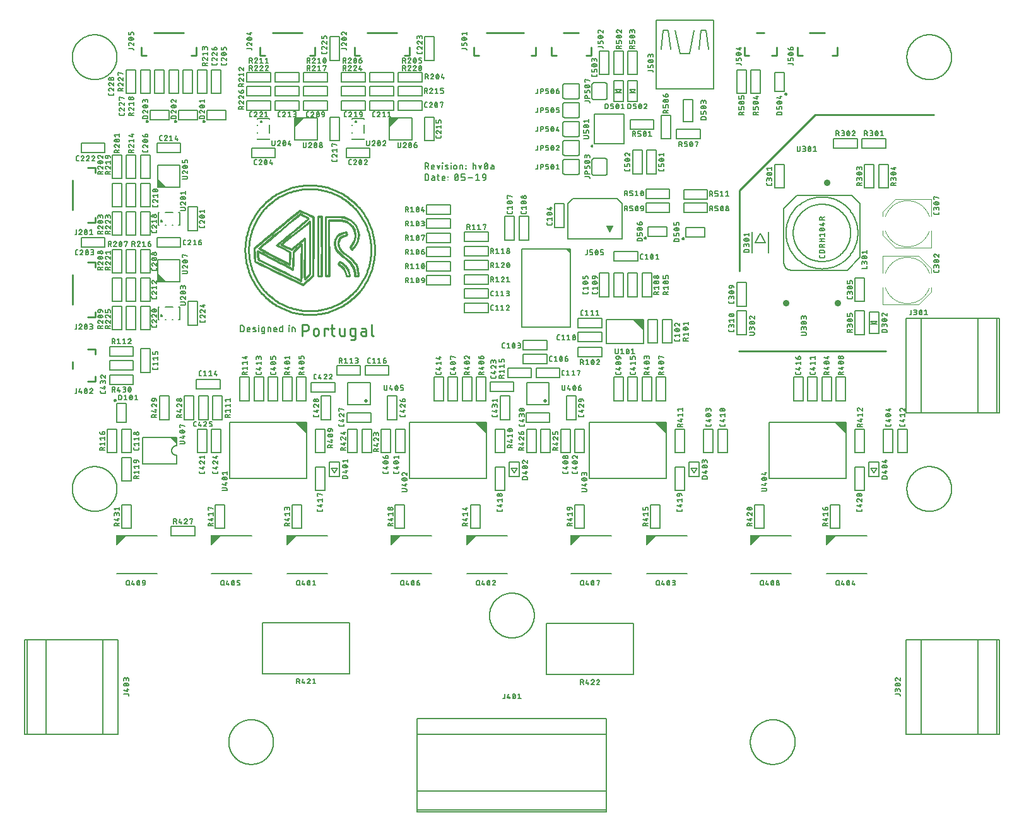
<source format=gbr>
G04 EAGLE Gerber RS-274X export*
G75*
%MOMM*%
%FSLAX34Y34*%
%LPD*%
%INSilkscreen Top*%
%IPPOS*%
%AMOC8*
5,1,8,0,0,1.08239X$1,22.5*%
G01*
%ADD10C,0.254000*%
%ADD11C,0.152400*%
%ADD12C,0.279400*%
%ADD13C,0.203200*%
%ADD14C,0.127000*%
%ADD15C,0.101600*%
%ADD16C,0.884400*%
%ADD17C,0.508000*%

G36*
X324592Y453677D02*
X324592Y453677D01*
X324681Y453679D01*
X324703Y453688D01*
X324726Y453691D01*
X324806Y453730D01*
X324888Y453764D01*
X324906Y453780D01*
X324927Y453790D01*
X324988Y453855D01*
X325054Y453915D01*
X325065Y453936D01*
X325081Y453953D01*
X325116Y454035D01*
X325157Y454115D01*
X325160Y454141D01*
X325169Y454160D01*
X325171Y454210D01*
X325184Y454300D01*
X325184Y469300D01*
X325173Y469365D01*
X325171Y469431D01*
X325153Y469474D01*
X325145Y469521D01*
X325111Y469578D01*
X325086Y469638D01*
X325055Y469673D01*
X325030Y469714D01*
X324979Y469756D01*
X324935Y469804D01*
X324893Y469826D01*
X324856Y469855D01*
X324794Y469876D01*
X324735Y469907D01*
X324681Y469915D01*
X324644Y469927D01*
X324604Y469926D01*
X324550Y469934D01*
X309550Y469934D01*
X309462Y469918D01*
X309374Y469909D01*
X309353Y469899D01*
X309329Y469895D01*
X309252Y469849D01*
X309173Y469810D01*
X309156Y469793D01*
X309136Y469780D01*
X309080Y469711D01*
X309019Y469647D01*
X309010Y469625D01*
X308995Y469606D01*
X308966Y469522D01*
X308931Y469440D01*
X308930Y469416D01*
X308923Y469394D01*
X308925Y469305D01*
X308921Y469216D01*
X308929Y469193D01*
X308929Y469169D01*
X308963Y469087D01*
X308990Y469002D01*
X309006Y468981D01*
X309014Y468962D01*
X309048Y468924D01*
X309102Y468852D01*
X324102Y453852D01*
X324175Y453801D01*
X324244Y453745D01*
X324266Y453737D01*
X324286Y453723D01*
X324372Y453701D01*
X324456Y453673D01*
X324480Y453673D01*
X324503Y453668D01*
X324592Y453677D01*
G37*
G36*
X1048492Y453677D02*
X1048492Y453677D01*
X1048581Y453679D01*
X1048603Y453688D01*
X1048626Y453691D01*
X1048706Y453730D01*
X1048788Y453764D01*
X1048806Y453780D01*
X1048827Y453790D01*
X1048888Y453855D01*
X1048954Y453915D01*
X1048965Y453936D01*
X1048981Y453953D01*
X1049016Y454035D01*
X1049057Y454115D01*
X1049060Y454141D01*
X1049069Y454160D01*
X1049071Y454210D01*
X1049084Y454300D01*
X1049084Y469300D01*
X1049073Y469365D01*
X1049071Y469431D01*
X1049053Y469474D01*
X1049045Y469521D01*
X1049011Y469578D01*
X1048986Y469638D01*
X1048955Y469673D01*
X1048930Y469714D01*
X1048879Y469756D01*
X1048835Y469804D01*
X1048793Y469826D01*
X1048756Y469855D01*
X1048694Y469876D01*
X1048635Y469907D01*
X1048581Y469915D01*
X1048544Y469927D01*
X1048504Y469926D01*
X1048450Y469934D01*
X1033450Y469934D01*
X1033362Y469918D01*
X1033274Y469909D01*
X1033253Y469899D01*
X1033229Y469895D01*
X1033152Y469849D01*
X1033073Y469810D01*
X1033056Y469793D01*
X1033036Y469780D01*
X1032980Y469711D01*
X1032919Y469647D01*
X1032910Y469625D01*
X1032895Y469606D01*
X1032866Y469522D01*
X1032831Y469440D01*
X1032830Y469416D01*
X1032823Y469394D01*
X1032825Y469305D01*
X1032821Y469216D01*
X1032829Y469193D01*
X1032829Y469169D01*
X1032863Y469087D01*
X1032890Y469002D01*
X1032906Y468981D01*
X1032914Y468962D01*
X1032948Y468924D01*
X1033002Y468852D01*
X1048002Y453852D01*
X1048075Y453801D01*
X1048144Y453745D01*
X1048166Y453737D01*
X1048186Y453723D01*
X1048272Y453701D01*
X1048356Y453673D01*
X1048380Y453673D01*
X1048403Y453668D01*
X1048492Y453677D01*
G37*
G36*
X565892Y453677D02*
X565892Y453677D01*
X565981Y453679D01*
X566003Y453688D01*
X566026Y453691D01*
X566106Y453730D01*
X566188Y453764D01*
X566206Y453780D01*
X566227Y453790D01*
X566288Y453855D01*
X566354Y453915D01*
X566365Y453936D01*
X566381Y453953D01*
X566416Y454035D01*
X566457Y454115D01*
X566460Y454141D01*
X566469Y454160D01*
X566471Y454210D01*
X566484Y454300D01*
X566484Y469300D01*
X566473Y469365D01*
X566471Y469431D01*
X566453Y469474D01*
X566445Y469521D01*
X566411Y469578D01*
X566386Y469638D01*
X566355Y469673D01*
X566330Y469714D01*
X566279Y469756D01*
X566235Y469804D01*
X566193Y469826D01*
X566156Y469855D01*
X566094Y469876D01*
X566035Y469907D01*
X565981Y469915D01*
X565944Y469927D01*
X565904Y469926D01*
X565850Y469934D01*
X550850Y469934D01*
X550762Y469918D01*
X550674Y469909D01*
X550653Y469899D01*
X550629Y469895D01*
X550552Y469849D01*
X550473Y469810D01*
X550456Y469793D01*
X550436Y469780D01*
X550380Y469711D01*
X550319Y469647D01*
X550310Y469625D01*
X550295Y469606D01*
X550266Y469522D01*
X550231Y469440D01*
X550230Y469416D01*
X550223Y469394D01*
X550225Y469305D01*
X550221Y469216D01*
X550229Y469193D01*
X550229Y469169D01*
X550263Y469087D01*
X550290Y469002D01*
X550306Y468981D01*
X550314Y468962D01*
X550348Y468924D01*
X550402Y468852D01*
X565402Y453852D01*
X565475Y453801D01*
X565544Y453745D01*
X565566Y453737D01*
X565586Y453723D01*
X565672Y453701D01*
X565756Y453673D01*
X565780Y453673D01*
X565803Y453668D01*
X565892Y453677D01*
G37*
G36*
X807192Y453677D02*
X807192Y453677D01*
X807281Y453679D01*
X807303Y453688D01*
X807326Y453691D01*
X807406Y453730D01*
X807488Y453764D01*
X807506Y453780D01*
X807527Y453790D01*
X807588Y453855D01*
X807654Y453915D01*
X807665Y453936D01*
X807681Y453953D01*
X807716Y454035D01*
X807757Y454115D01*
X807760Y454141D01*
X807769Y454160D01*
X807771Y454210D01*
X807784Y454300D01*
X807784Y469300D01*
X807773Y469365D01*
X807771Y469431D01*
X807753Y469474D01*
X807745Y469521D01*
X807711Y469578D01*
X807686Y469638D01*
X807655Y469673D01*
X807630Y469714D01*
X807579Y469756D01*
X807535Y469804D01*
X807493Y469826D01*
X807456Y469855D01*
X807394Y469876D01*
X807335Y469907D01*
X807281Y469915D01*
X807244Y469927D01*
X807204Y469926D01*
X807150Y469934D01*
X792150Y469934D01*
X792062Y469918D01*
X791974Y469909D01*
X791953Y469899D01*
X791929Y469895D01*
X791852Y469849D01*
X791773Y469810D01*
X791756Y469793D01*
X791736Y469780D01*
X791680Y469711D01*
X791619Y469647D01*
X791610Y469625D01*
X791595Y469606D01*
X791566Y469522D01*
X791531Y469440D01*
X791530Y469416D01*
X791523Y469394D01*
X791525Y469305D01*
X791521Y469216D01*
X791529Y469193D01*
X791529Y469169D01*
X791563Y469087D01*
X791590Y469002D01*
X791606Y468981D01*
X791614Y468962D01*
X791648Y468924D01*
X791702Y468852D01*
X806702Y453852D01*
X806775Y453801D01*
X806844Y453745D01*
X806866Y453737D01*
X806886Y453723D01*
X806972Y453701D01*
X807056Y453673D01*
X807080Y453673D01*
X807103Y453668D01*
X807192Y453677D01*
G37*
G36*
X69601Y304178D02*
X69601Y304178D01*
X69631Y304179D01*
X69707Y304210D01*
X69787Y304234D01*
X69814Y304254D01*
X69838Y304264D01*
X69875Y304297D01*
X69940Y304343D01*
X82990Y316893D01*
X83045Y316970D01*
X83105Y317044D01*
X83111Y317060D01*
X83121Y317075D01*
X83147Y317166D01*
X83177Y317256D01*
X83177Y317274D01*
X83181Y317291D01*
X83173Y317386D01*
X83171Y317481D01*
X83164Y317497D01*
X83163Y317514D01*
X83122Y317601D01*
X83086Y317688D01*
X83075Y317701D01*
X83067Y317717D01*
X82999Y317784D01*
X82935Y317854D01*
X82919Y317862D01*
X82907Y317874D01*
X82820Y317913D01*
X82735Y317957D01*
X82716Y317959D01*
X82702Y317966D01*
X82652Y317969D01*
X82550Y317984D01*
X69500Y317984D01*
X69435Y317973D01*
X69369Y317971D01*
X69326Y317953D01*
X69279Y317945D01*
X69222Y317911D01*
X69162Y317886D01*
X69127Y317855D01*
X69086Y317830D01*
X69045Y317779D01*
X68996Y317735D01*
X68974Y317693D01*
X68945Y317656D01*
X68924Y317594D01*
X68893Y317535D01*
X68885Y317481D01*
X68873Y317444D01*
X68874Y317404D01*
X68866Y317350D01*
X68866Y304800D01*
X68880Y304718D01*
X68887Y304636D01*
X68900Y304609D01*
X68905Y304579D01*
X68948Y304508D01*
X68983Y304433D01*
X69004Y304412D01*
X69020Y304386D01*
X69084Y304334D01*
X69143Y304276D01*
X69171Y304263D01*
X69194Y304245D01*
X69272Y304218D01*
X69348Y304184D01*
X69378Y304182D01*
X69406Y304173D01*
X69489Y304175D01*
X69572Y304170D01*
X69601Y304178D01*
G37*
G36*
X437901Y304178D02*
X437901Y304178D01*
X437931Y304179D01*
X438007Y304210D01*
X438087Y304234D01*
X438114Y304254D01*
X438138Y304264D01*
X438175Y304297D01*
X438240Y304343D01*
X451290Y316893D01*
X451345Y316970D01*
X451405Y317044D01*
X451411Y317060D01*
X451421Y317075D01*
X451447Y317166D01*
X451477Y317256D01*
X451477Y317274D01*
X451481Y317291D01*
X451473Y317386D01*
X451471Y317481D01*
X451464Y317497D01*
X451463Y317514D01*
X451422Y317601D01*
X451386Y317688D01*
X451375Y317701D01*
X451367Y317717D01*
X451299Y317784D01*
X451235Y317854D01*
X451219Y317862D01*
X451207Y317874D01*
X451120Y317913D01*
X451035Y317957D01*
X451016Y317959D01*
X451002Y317966D01*
X450952Y317969D01*
X450850Y317984D01*
X437800Y317984D01*
X437735Y317973D01*
X437669Y317971D01*
X437626Y317953D01*
X437579Y317945D01*
X437522Y317911D01*
X437462Y317886D01*
X437427Y317855D01*
X437386Y317830D01*
X437345Y317779D01*
X437296Y317735D01*
X437274Y317693D01*
X437245Y317656D01*
X437224Y317594D01*
X437193Y317535D01*
X437185Y317481D01*
X437173Y317444D01*
X437174Y317404D01*
X437166Y317350D01*
X437166Y304800D01*
X437180Y304718D01*
X437187Y304636D01*
X437200Y304609D01*
X437205Y304579D01*
X437248Y304508D01*
X437283Y304433D01*
X437304Y304412D01*
X437320Y304386D01*
X437384Y304334D01*
X437443Y304276D01*
X437471Y304263D01*
X437494Y304245D01*
X437572Y304218D01*
X437648Y304184D01*
X437678Y304182D01*
X437706Y304173D01*
X437789Y304175D01*
X437872Y304170D01*
X437901Y304178D01*
G37*
G36*
X298201Y304178D02*
X298201Y304178D01*
X298231Y304179D01*
X298307Y304210D01*
X298387Y304234D01*
X298414Y304254D01*
X298438Y304264D01*
X298475Y304297D01*
X298540Y304343D01*
X311590Y316893D01*
X311645Y316970D01*
X311705Y317044D01*
X311711Y317060D01*
X311721Y317075D01*
X311747Y317166D01*
X311777Y317256D01*
X311777Y317274D01*
X311781Y317291D01*
X311773Y317386D01*
X311771Y317481D01*
X311764Y317497D01*
X311763Y317514D01*
X311722Y317601D01*
X311686Y317688D01*
X311675Y317701D01*
X311667Y317717D01*
X311599Y317784D01*
X311535Y317854D01*
X311519Y317862D01*
X311507Y317874D01*
X311420Y317913D01*
X311335Y317957D01*
X311316Y317959D01*
X311302Y317966D01*
X311252Y317969D01*
X311150Y317984D01*
X298100Y317984D01*
X298035Y317973D01*
X297969Y317971D01*
X297926Y317953D01*
X297879Y317945D01*
X297822Y317911D01*
X297762Y317886D01*
X297727Y317855D01*
X297686Y317830D01*
X297645Y317779D01*
X297596Y317735D01*
X297574Y317693D01*
X297545Y317656D01*
X297524Y317594D01*
X297493Y317535D01*
X297485Y317481D01*
X297473Y317444D01*
X297474Y317404D01*
X297466Y317350D01*
X297466Y304800D01*
X297480Y304718D01*
X297487Y304636D01*
X297500Y304609D01*
X297505Y304579D01*
X297548Y304508D01*
X297583Y304433D01*
X297604Y304412D01*
X297620Y304386D01*
X297684Y304334D01*
X297743Y304276D01*
X297771Y304263D01*
X297794Y304245D01*
X297872Y304218D01*
X297948Y304184D01*
X297978Y304182D01*
X298006Y304173D01*
X298089Y304175D01*
X298172Y304170D01*
X298201Y304178D01*
G37*
G36*
X679201Y304178D02*
X679201Y304178D01*
X679231Y304179D01*
X679307Y304210D01*
X679387Y304234D01*
X679414Y304254D01*
X679438Y304264D01*
X679475Y304297D01*
X679540Y304343D01*
X692590Y316893D01*
X692645Y316970D01*
X692705Y317044D01*
X692711Y317060D01*
X692721Y317075D01*
X692747Y317166D01*
X692777Y317256D01*
X692777Y317274D01*
X692781Y317291D01*
X692773Y317386D01*
X692771Y317481D01*
X692764Y317497D01*
X692763Y317514D01*
X692722Y317601D01*
X692686Y317688D01*
X692675Y317701D01*
X692667Y317717D01*
X692599Y317784D01*
X692535Y317854D01*
X692519Y317862D01*
X692507Y317874D01*
X692420Y317913D01*
X692335Y317957D01*
X692316Y317959D01*
X692302Y317966D01*
X692252Y317969D01*
X692150Y317984D01*
X679100Y317984D01*
X679035Y317973D01*
X678969Y317971D01*
X678926Y317953D01*
X678879Y317945D01*
X678822Y317911D01*
X678762Y317886D01*
X678727Y317855D01*
X678686Y317830D01*
X678645Y317779D01*
X678596Y317735D01*
X678574Y317693D01*
X678545Y317656D01*
X678524Y317594D01*
X678493Y317535D01*
X678485Y317481D01*
X678473Y317444D01*
X678474Y317404D01*
X678466Y317350D01*
X678466Y304800D01*
X678480Y304718D01*
X678487Y304636D01*
X678500Y304609D01*
X678505Y304579D01*
X678548Y304508D01*
X678583Y304433D01*
X678604Y304412D01*
X678620Y304386D01*
X678684Y304334D01*
X678743Y304276D01*
X678771Y304263D01*
X678794Y304245D01*
X678872Y304218D01*
X678948Y304184D01*
X678978Y304182D01*
X679006Y304173D01*
X679089Y304175D01*
X679172Y304170D01*
X679201Y304178D01*
G37*
G36*
X196601Y304178D02*
X196601Y304178D01*
X196631Y304179D01*
X196707Y304210D01*
X196787Y304234D01*
X196814Y304254D01*
X196838Y304264D01*
X196875Y304297D01*
X196940Y304343D01*
X209990Y316893D01*
X210045Y316970D01*
X210105Y317044D01*
X210111Y317060D01*
X210121Y317075D01*
X210147Y317166D01*
X210177Y317256D01*
X210177Y317274D01*
X210181Y317291D01*
X210173Y317386D01*
X210171Y317481D01*
X210164Y317497D01*
X210163Y317514D01*
X210122Y317601D01*
X210086Y317688D01*
X210075Y317701D01*
X210067Y317717D01*
X209999Y317784D01*
X209935Y317854D01*
X209919Y317862D01*
X209907Y317874D01*
X209820Y317913D01*
X209735Y317957D01*
X209716Y317959D01*
X209702Y317966D01*
X209652Y317969D01*
X209550Y317984D01*
X196500Y317984D01*
X196435Y317973D01*
X196369Y317971D01*
X196326Y317953D01*
X196279Y317945D01*
X196222Y317911D01*
X196162Y317886D01*
X196127Y317855D01*
X196086Y317830D01*
X196045Y317779D01*
X195996Y317735D01*
X195974Y317693D01*
X195945Y317656D01*
X195924Y317594D01*
X195893Y317535D01*
X195885Y317481D01*
X195873Y317444D01*
X195874Y317404D01*
X195866Y317350D01*
X195866Y304800D01*
X195880Y304718D01*
X195887Y304636D01*
X195900Y304609D01*
X195905Y304579D01*
X195948Y304508D01*
X195983Y304433D01*
X196004Y304412D01*
X196020Y304386D01*
X196084Y304334D01*
X196143Y304276D01*
X196171Y304263D01*
X196194Y304245D01*
X196272Y304218D01*
X196348Y304184D01*
X196378Y304182D01*
X196406Y304173D01*
X196489Y304175D01*
X196572Y304170D01*
X196601Y304178D01*
G37*
G36*
X780801Y304178D02*
X780801Y304178D01*
X780831Y304179D01*
X780907Y304210D01*
X780987Y304234D01*
X781014Y304254D01*
X781038Y304264D01*
X781075Y304297D01*
X781140Y304343D01*
X794190Y316893D01*
X794245Y316970D01*
X794305Y317044D01*
X794311Y317060D01*
X794321Y317075D01*
X794347Y317166D01*
X794377Y317256D01*
X794377Y317274D01*
X794381Y317291D01*
X794373Y317386D01*
X794371Y317481D01*
X794364Y317497D01*
X794363Y317514D01*
X794322Y317601D01*
X794286Y317688D01*
X794275Y317701D01*
X794267Y317717D01*
X794199Y317784D01*
X794135Y317854D01*
X794119Y317862D01*
X794107Y317874D01*
X794020Y317913D01*
X793935Y317957D01*
X793916Y317959D01*
X793902Y317966D01*
X793852Y317969D01*
X793750Y317984D01*
X780700Y317984D01*
X780635Y317973D01*
X780569Y317971D01*
X780526Y317953D01*
X780479Y317945D01*
X780422Y317911D01*
X780362Y317886D01*
X780327Y317855D01*
X780286Y317830D01*
X780245Y317779D01*
X780196Y317735D01*
X780174Y317693D01*
X780145Y317656D01*
X780124Y317594D01*
X780093Y317535D01*
X780085Y317481D01*
X780073Y317444D01*
X780074Y317404D01*
X780066Y317350D01*
X780066Y304800D01*
X780080Y304718D01*
X780087Y304636D01*
X780100Y304609D01*
X780105Y304579D01*
X780148Y304508D01*
X780183Y304433D01*
X780204Y304412D01*
X780220Y304386D01*
X780284Y304334D01*
X780343Y304276D01*
X780371Y304263D01*
X780394Y304245D01*
X780472Y304218D01*
X780548Y304184D01*
X780578Y304182D01*
X780606Y304173D01*
X780689Y304175D01*
X780772Y304170D01*
X780801Y304178D01*
G37*
G36*
X539501Y304178D02*
X539501Y304178D01*
X539531Y304179D01*
X539607Y304210D01*
X539687Y304234D01*
X539714Y304254D01*
X539738Y304264D01*
X539775Y304297D01*
X539840Y304343D01*
X552890Y316893D01*
X552945Y316970D01*
X553005Y317044D01*
X553011Y317060D01*
X553021Y317075D01*
X553047Y317166D01*
X553077Y317256D01*
X553077Y317274D01*
X553081Y317291D01*
X553073Y317386D01*
X553071Y317481D01*
X553064Y317497D01*
X553063Y317514D01*
X553022Y317601D01*
X552986Y317688D01*
X552975Y317701D01*
X552967Y317717D01*
X552899Y317784D01*
X552835Y317854D01*
X552819Y317862D01*
X552807Y317874D01*
X552720Y317913D01*
X552635Y317957D01*
X552616Y317959D01*
X552602Y317966D01*
X552552Y317969D01*
X552450Y317984D01*
X539400Y317984D01*
X539335Y317973D01*
X539269Y317971D01*
X539226Y317953D01*
X539179Y317945D01*
X539122Y317911D01*
X539062Y317886D01*
X539027Y317855D01*
X538986Y317830D01*
X538945Y317779D01*
X538896Y317735D01*
X538874Y317693D01*
X538845Y317656D01*
X538824Y317594D01*
X538793Y317535D01*
X538785Y317481D01*
X538773Y317444D01*
X538774Y317404D01*
X538766Y317350D01*
X538766Y304800D01*
X538780Y304718D01*
X538787Y304636D01*
X538800Y304609D01*
X538805Y304579D01*
X538848Y304508D01*
X538883Y304433D01*
X538904Y304412D01*
X538920Y304386D01*
X538984Y304334D01*
X539043Y304276D01*
X539071Y304263D01*
X539094Y304245D01*
X539172Y304218D01*
X539248Y304184D01*
X539278Y304182D01*
X539306Y304173D01*
X539389Y304175D01*
X539472Y304170D01*
X539501Y304178D01*
G37*
G36*
X1022101Y304178D02*
X1022101Y304178D01*
X1022131Y304179D01*
X1022207Y304210D01*
X1022287Y304234D01*
X1022314Y304254D01*
X1022338Y304264D01*
X1022375Y304297D01*
X1022440Y304343D01*
X1035490Y316893D01*
X1035545Y316970D01*
X1035605Y317044D01*
X1035611Y317060D01*
X1035621Y317075D01*
X1035647Y317166D01*
X1035677Y317256D01*
X1035677Y317274D01*
X1035681Y317291D01*
X1035673Y317386D01*
X1035671Y317481D01*
X1035664Y317497D01*
X1035663Y317514D01*
X1035622Y317601D01*
X1035586Y317688D01*
X1035575Y317701D01*
X1035567Y317717D01*
X1035499Y317784D01*
X1035435Y317854D01*
X1035419Y317862D01*
X1035407Y317874D01*
X1035320Y317913D01*
X1035235Y317957D01*
X1035216Y317959D01*
X1035202Y317966D01*
X1035152Y317969D01*
X1035050Y317984D01*
X1022000Y317984D01*
X1021935Y317973D01*
X1021869Y317971D01*
X1021826Y317953D01*
X1021779Y317945D01*
X1021722Y317911D01*
X1021662Y317886D01*
X1021627Y317855D01*
X1021586Y317830D01*
X1021545Y317779D01*
X1021496Y317735D01*
X1021474Y317693D01*
X1021445Y317656D01*
X1021424Y317594D01*
X1021393Y317535D01*
X1021385Y317481D01*
X1021373Y317444D01*
X1021374Y317404D01*
X1021366Y317350D01*
X1021366Y304800D01*
X1021380Y304718D01*
X1021387Y304636D01*
X1021400Y304609D01*
X1021405Y304579D01*
X1021448Y304508D01*
X1021483Y304433D01*
X1021504Y304412D01*
X1021520Y304386D01*
X1021584Y304334D01*
X1021643Y304276D01*
X1021671Y304263D01*
X1021694Y304245D01*
X1021772Y304218D01*
X1021848Y304184D01*
X1021878Y304182D01*
X1021906Y304173D01*
X1021989Y304175D01*
X1022072Y304170D01*
X1022101Y304178D01*
G37*
G36*
X920501Y304178D02*
X920501Y304178D01*
X920531Y304179D01*
X920607Y304210D01*
X920687Y304234D01*
X920714Y304254D01*
X920738Y304264D01*
X920775Y304297D01*
X920840Y304343D01*
X933890Y316893D01*
X933945Y316970D01*
X934005Y317044D01*
X934011Y317060D01*
X934021Y317075D01*
X934047Y317166D01*
X934077Y317256D01*
X934077Y317274D01*
X934081Y317291D01*
X934073Y317386D01*
X934071Y317481D01*
X934064Y317497D01*
X934063Y317514D01*
X934022Y317601D01*
X933986Y317688D01*
X933975Y317701D01*
X933967Y317717D01*
X933899Y317784D01*
X933835Y317854D01*
X933819Y317862D01*
X933807Y317874D01*
X933720Y317913D01*
X933635Y317957D01*
X933616Y317959D01*
X933602Y317966D01*
X933552Y317969D01*
X933450Y317984D01*
X920400Y317984D01*
X920335Y317973D01*
X920269Y317971D01*
X920226Y317953D01*
X920179Y317945D01*
X920122Y317911D01*
X920062Y317886D01*
X920027Y317855D01*
X919986Y317830D01*
X919945Y317779D01*
X919896Y317735D01*
X919874Y317693D01*
X919845Y317656D01*
X919824Y317594D01*
X919793Y317535D01*
X919785Y317481D01*
X919773Y317444D01*
X919774Y317404D01*
X919766Y317350D01*
X919766Y304800D01*
X919780Y304718D01*
X919787Y304636D01*
X919800Y304609D01*
X919805Y304579D01*
X919848Y304508D01*
X919883Y304433D01*
X919904Y304412D01*
X919920Y304386D01*
X919984Y304334D01*
X920043Y304276D01*
X920071Y304263D01*
X920094Y304245D01*
X920172Y304218D01*
X920248Y304184D01*
X920278Y304182D01*
X920306Y304173D01*
X920389Y304175D01*
X920472Y304170D01*
X920501Y304178D01*
G37*
G36*
X776057Y593826D02*
X776057Y593826D01*
X776146Y593828D01*
X776168Y593837D01*
X776192Y593840D01*
X776271Y593879D01*
X776354Y593913D01*
X776371Y593929D01*
X776393Y593939D01*
X776454Y594004D01*
X776519Y594064D01*
X776530Y594085D01*
X776547Y594102D01*
X776581Y594184D01*
X776622Y594264D01*
X776626Y594290D01*
X776634Y594309D01*
X776636Y594359D01*
X776650Y594449D01*
X776650Y607149D01*
X776638Y607214D01*
X776636Y607280D01*
X776618Y607323D01*
X776610Y607370D01*
X776576Y607427D01*
X776552Y607487D01*
X776520Y607522D01*
X776496Y607563D01*
X776445Y607604D01*
X776400Y607653D01*
X776358Y607675D01*
X776322Y607704D01*
X776259Y607725D01*
X776201Y607756D01*
X776146Y607764D01*
X776109Y607776D01*
X776070Y607775D01*
X776015Y607783D01*
X763315Y607783D01*
X763228Y607767D01*
X763139Y607758D01*
X763118Y607748D01*
X763095Y607744D01*
X763018Y607698D01*
X762938Y607659D01*
X762922Y607642D01*
X762901Y607629D01*
X762845Y607560D01*
X762784Y607496D01*
X762775Y607474D01*
X762760Y607455D01*
X762731Y607371D01*
X762697Y607289D01*
X762696Y607265D01*
X762688Y607243D01*
X762691Y607154D01*
X762687Y607065D01*
X762694Y607042D01*
X762695Y607018D01*
X762728Y606936D01*
X762755Y606851D01*
X762771Y606830D01*
X762779Y606811D01*
X762813Y606773D01*
X762867Y606701D01*
X775567Y594001D01*
X775640Y593950D01*
X775709Y593894D01*
X775732Y593886D01*
X775751Y593872D01*
X775837Y593850D01*
X775922Y593822D01*
X775945Y593822D01*
X775968Y593816D01*
X776057Y593826D01*
G37*
G36*
X435611Y866137D02*
X435611Y866137D01*
X435614Y866136D01*
X448314Y878836D01*
X448314Y878838D01*
X448315Y878839D01*
X448314Y878841D01*
X448314Y878843D01*
X448312Y878843D01*
X448310Y878845D01*
X435610Y878845D01*
X435605Y878841D01*
X435605Y878840D01*
X435605Y866140D01*
X435606Y866139D01*
X435606Y866137D01*
X435608Y866137D01*
X435609Y866135D01*
X435611Y866137D01*
G37*
G36*
X308611Y866137D02*
X308611Y866137D01*
X308614Y866136D01*
X321314Y878836D01*
X321314Y878838D01*
X321315Y878839D01*
X321314Y878841D01*
X321314Y878843D01*
X321312Y878843D01*
X321310Y878845D01*
X308610Y878845D01*
X308605Y878841D01*
X308605Y878840D01*
X308605Y866140D01*
X308606Y866139D01*
X308606Y866137D01*
X308608Y866137D01*
X308609Y866135D01*
X308611Y866137D01*
G37*
G36*
X137161Y657856D02*
X137161Y657856D01*
X137163Y657856D01*
X137163Y657858D01*
X137165Y657859D01*
X137163Y657861D01*
X137164Y657864D01*
X124464Y670564D01*
X124462Y670564D01*
X124461Y670565D01*
X124459Y670564D01*
X124457Y670564D01*
X124457Y670562D01*
X124455Y670560D01*
X124455Y657860D01*
X124459Y657855D01*
X124460Y657855D01*
X137160Y657855D01*
X137161Y657856D01*
G37*
G36*
X137161Y784856D02*
X137161Y784856D01*
X137163Y784856D01*
X137163Y784858D01*
X137165Y784859D01*
X137163Y784861D01*
X137164Y784864D01*
X124464Y797564D01*
X124462Y797564D01*
X124461Y797565D01*
X124459Y797564D01*
X124457Y797564D01*
X124457Y797562D01*
X124455Y797560D01*
X124455Y784860D01*
X124459Y784855D01*
X124460Y784855D01*
X137160Y784855D01*
X137161Y784856D01*
G37*
G36*
X731219Y724322D02*
X731219Y724322D01*
X731263Y724319D01*
X731329Y724338D01*
X731397Y724347D01*
X731436Y724368D01*
X731479Y724380D01*
X731534Y724421D01*
X731594Y724453D01*
X731624Y724487D01*
X731660Y724513D01*
X731709Y724584D01*
X731743Y724622D01*
X731751Y724643D01*
X731767Y724666D01*
X735767Y732666D01*
X735795Y732762D01*
X735827Y732856D01*
X735827Y732869D01*
X735831Y732882D01*
X735824Y732981D01*
X735821Y733081D01*
X735816Y733092D01*
X735815Y733105D01*
X735774Y733196D01*
X735736Y733288D01*
X735728Y733298D01*
X735722Y733310D01*
X735652Y733381D01*
X735585Y733454D01*
X735574Y733460D01*
X735564Y733469D01*
X735474Y733511D01*
X735385Y733557D01*
X735371Y733559D01*
X735361Y733564D01*
X735314Y733567D01*
X735200Y733584D01*
X727200Y733584D01*
X727102Y733567D01*
X727003Y733553D01*
X726992Y733547D01*
X726979Y733545D01*
X726893Y733494D01*
X726806Y733447D01*
X726797Y733437D01*
X726786Y733430D01*
X726723Y733353D01*
X726657Y733278D01*
X726653Y733266D01*
X726645Y733256D01*
X726613Y733162D01*
X726577Y733069D01*
X726577Y733056D01*
X726573Y733044D01*
X726576Y732945D01*
X726575Y732845D01*
X726579Y732831D01*
X726579Y732819D01*
X726597Y732776D01*
X726633Y732666D01*
X730633Y724666D01*
X730659Y724631D01*
X730678Y724590D01*
X730726Y724541D01*
X730767Y724487D01*
X730804Y724463D01*
X730836Y724431D01*
X730898Y724402D01*
X730955Y724365D01*
X730999Y724355D01*
X731039Y724336D01*
X731108Y724331D01*
X731174Y724316D01*
X731219Y724322D01*
G37*
G36*
X149902Y441337D02*
X149902Y441337D01*
X149991Y441339D01*
X150013Y441348D01*
X150036Y441351D01*
X150116Y441390D01*
X150198Y441424D01*
X150216Y441440D01*
X150237Y441450D01*
X150298Y441515D01*
X150364Y441575D01*
X150375Y441596D01*
X150391Y441613D01*
X150426Y441695D01*
X150467Y441775D01*
X150470Y441801D01*
X150479Y441820D01*
X150481Y441870D01*
X150494Y441960D01*
X150494Y449580D01*
X150483Y449645D01*
X150481Y449711D01*
X150463Y449754D01*
X150455Y449801D01*
X150421Y449858D01*
X150396Y449918D01*
X150365Y449953D01*
X150340Y449994D01*
X150289Y450036D01*
X150245Y450084D01*
X150203Y450106D01*
X150166Y450135D01*
X150104Y450156D01*
X150045Y450187D01*
X149991Y450195D01*
X149954Y450207D01*
X149914Y450206D01*
X149860Y450214D01*
X142240Y450214D01*
X142152Y450198D01*
X142064Y450189D01*
X142043Y450179D01*
X142019Y450175D01*
X141942Y450129D01*
X141863Y450090D01*
X141846Y450073D01*
X141826Y450060D01*
X141770Y449991D01*
X141709Y449927D01*
X141700Y449905D01*
X141685Y449886D01*
X141656Y449802D01*
X141621Y449720D01*
X141620Y449696D01*
X141613Y449674D01*
X141615Y449585D01*
X141611Y449496D01*
X141619Y449473D01*
X141619Y449449D01*
X141653Y449367D01*
X141680Y449282D01*
X141696Y449261D01*
X141704Y449242D01*
X141738Y449204D01*
X141792Y449132D01*
X149412Y441512D01*
X149485Y441461D01*
X149554Y441405D01*
X149576Y441397D01*
X149596Y441383D01*
X149682Y441361D01*
X149766Y441333D01*
X149790Y441333D01*
X149813Y441328D01*
X149902Y441337D01*
G37*
G36*
X678092Y697377D02*
X678092Y697377D01*
X678181Y697379D01*
X678203Y697388D01*
X678226Y697391D01*
X678306Y697430D01*
X678388Y697464D01*
X678406Y697480D01*
X678427Y697490D01*
X678488Y697555D01*
X678554Y697615D01*
X678565Y697636D01*
X678581Y697653D01*
X678616Y697735D01*
X678657Y697815D01*
X678660Y697841D01*
X678669Y697860D01*
X678671Y697910D01*
X678684Y698000D01*
X678684Y702000D01*
X678673Y702065D01*
X678671Y702131D01*
X678653Y702174D01*
X678645Y702221D01*
X678611Y702278D01*
X678586Y702338D01*
X678555Y702373D01*
X678530Y702414D01*
X678479Y702456D01*
X678435Y702504D01*
X678393Y702526D01*
X678356Y702555D01*
X678294Y702576D01*
X678235Y702607D01*
X678181Y702615D01*
X678144Y702627D01*
X678104Y702626D01*
X678050Y702634D01*
X674050Y702634D01*
X673962Y702618D01*
X673874Y702609D01*
X673853Y702599D01*
X673829Y702595D01*
X673752Y702549D01*
X673673Y702510D01*
X673656Y702493D01*
X673636Y702480D01*
X673580Y702411D01*
X673519Y702347D01*
X673510Y702325D01*
X673495Y702306D01*
X673466Y702222D01*
X673431Y702140D01*
X673430Y702116D01*
X673423Y702094D01*
X673425Y702005D01*
X673421Y701916D01*
X673429Y701893D01*
X673429Y701869D01*
X673463Y701787D01*
X673490Y701702D01*
X673506Y701681D01*
X673514Y701662D01*
X673548Y701624D01*
X673602Y701552D01*
X677602Y697552D01*
X677675Y697501D01*
X677744Y697445D01*
X677766Y697437D01*
X677786Y697423D01*
X677872Y697401D01*
X677956Y697373D01*
X677980Y697373D01*
X678003Y697368D01*
X678092Y697377D01*
G37*
D10*
X1165860Y882650D02*
X1007110Y882650D01*
X905510Y781050D01*
X905510Y673100D01*
X904875Y565150D02*
X1101725Y565150D01*
D11*
X220000Y40000D02*
X220009Y40736D01*
X220036Y41472D01*
X220081Y42207D01*
X220144Y42941D01*
X220226Y43672D01*
X220325Y44402D01*
X220442Y45129D01*
X220576Y45853D01*
X220729Y46573D01*
X220899Y47289D01*
X221087Y48001D01*
X221292Y48709D01*
X221514Y49410D01*
X221754Y50107D01*
X222010Y50797D01*
X222284Y51481D01*
X222574Y52157D01*
X222880Y52827D01*
X223203Y53488D01*
X223542Y54142D01*
X223897Y54787D01*
X224268Y55423D01*
X224654Y56050D01*
X225056Y56667D01*
X225472Y57274D01*
X225904Y57871D01*
X226350Y58457D01*
X226810Y59032D01*
X227284Y59595D01*
X227771Y60147D01*
X228273Y60686D01*
X228787Y61213D01*
X229314Y61727D01*
X229853Y62229D01*
X230405Y62716D01*
X230968Y63190D01*
X231543Y63650D01*
X232129Y64096D01*
X232726Y64528D01*
X233333Y64944D01*
X233950Y65346D01*
X234577Y65732D01*
X235213Y66103D01*
X235858Y66458D01*
X236512Y66797D01*
X237173Y67120D01*
X237843Y67426D01*
X238519Y67716D01*
X239203Y67990D01*
X239893Y68246D01*
X240590Y68486D01*
X241291Y68708D01*
X241999Y68913D01*
X242711Y69101D01*
X243427Y69271D01*
X244147Y69424D01*
X244871Y69558D01*
X245598Y69675D01*
X246328Y69774D01*
X247059Y69856D01*
X247793Y69919D01*
X248528Y69964D01*
X249264Y69991D01*
X250000Y70000D01*
X250736Y69991D01*
X251472Y69964D01*
X252207Y69919D01*
X252941Y69856D01*
X253672Y69774D01*
X254402Y69675D01*
X255129Y69558D01*
X255853Y69424D01*
X256573Y69271D01*
X257289Y69101D01*
X258001Y68913D01*
X258709Y68708D01*
X259410Y68486D01*
X260107Y68246D01*
X260797Y67990D01*
X261481Y67716D01*
X262157Y67426D01*
X262827Y67120D01*
X263488Y66797D01*
X264142Y66458D01*
X264787Y66103D01*
X265423Y65732D01*
X266050Y65346D01*
X266667Y64944D01*
X267274Y64528D01*
X267871Y64096D01*
X268457Y63650D01*
X269032Y63190D01*
X269595Y62716D01*
X270147Y62229D01*
X270686Y61727D01*
X271213Y61213D01*
X271727Y60686D01*
X272229Y60147D01*
X272716Y59595D01*
X273190Y59032D01*
X273650Y58457D01*
X274096Y57871D01*
X274528Y57274D01*
X274944Y56667D01*
X275346Y56050D01*
X275732Y55423D01*
X276103Y54787D01*
X276458Y54142D01*
X276797Y53488D01*
X277120Y52827D01*
X277426Y52157D01*
X277716Y51481D01*
X277990Y50797D01*
X278246Y50107D01*
X278486Y49410D01*
X278708Y48709D01*
X278913Y48001D01*
X279101Y47289D01*
X279271Y46573D01*
X279424Y45853D01*
X279558Y45129D01*
X279675Y44402D01*
X279774Y43672D01*
X279856Y42941D01*
X279919Y42207D01*
X279964Y41472D01*
X279991Y40736D01*
X280000Y40000D01*
X279991Y39264D01*
X279964Y38528D01*
X279919Y37793D01*
X279856Y37059D01*
X279774Y36328D01*
X279675Y35598D01*
X279558Y34871D01*
X279424Y34147D01*
X279271Y33427D01*
X279101Y32711D01*
X278913Y31999D01*
X278708Y31291D01*
X278486Y30590D01*
X278246Y29893D01*
X277990Y29203D01*
X277716Y28519D01*
X277426Y27843D01*
X277120Y27173D01*
X276797Y26512D01*
X276458Y25858D01*
X276103Y25213D01*
X275732Y24577D01*
X275346Y23950D01*
X274944Y23333D01*
X274528Y22726D01*
X274096Y22129D01*
X273650Y21543D01*
X273190Y20968D01*
X272716Y20405D01*
X272229Y19853D01*
X271727Y19314D01*
X271213Y18787D01*
X270686Y18273D01*
X270147Y17771D01*
X269595Y17284D01*
X269032Y16810D01*
X268457Y16350D01*
X267871Y15904D01*
X267274Y15472D01*
X266667Y15056D01*
X266050Y14654D01*
X265423Y14268D01*
X264787Y13897D01*
X264142Y13542D01*
X263488Y13203D01*
X262827Y12880D01*
X262157Y12574D01*
X261481Y12284D01*
X260797Y12010D01*
X260107Y11754D01*
X259410Y11514D01*
X258709Y11292D01*
X258001Y11087D01*
X257289Y10899D01*
X256573Y10729D01*
X255853Y10576D01*
X255129Y10442D01*
X254402Y10325D01*
X253672Y10226D01*
X252941Y10144D01*
X252207Y10081D01*
X251472Y10036D01*
X250736Y10009D01*
X250000Y10000D01*
X249264Y10009D01*
X248528Y10036D01*
X247793Y10081D01*
X247059Y10144D01*
X246328Y10226D01*
X245598Y10325D01*
X244871Y10442D01*
X244147Y10576D01*
X243427Y10729D01*
X242711Y10899D01*
X241999Y11087D01*
X241291Y11292D01*
X240590Y11514D01*
X239893Y11754D01*
X239203Y12010D01*
X238519Y12284D01*
X237843Y12574D01*
X237173Y12880D01*
X236512Y13203D01*
X235858Y13542D01*
X235213Y13897D01*
X234577Y14268D01*
X233950Y14654D01*
X233333Y15056D01*
X232726Y15472D01*
X232129Y15904D01*
X231543Y16350D01*
X230968Y16810D01*
X230405Y17284D01*
X229853Y17771D01*
X229314Y18273D01*
X228787Y18787D01*
X228273Y19314D01*
X227771Y19853D01*
X227284Y20405D01*
X226810Y20968D01*
X226350Y21543D01*
X225904Y22129D01*
X225472Y22726D01*
X225056Y23333D01*
X224654Y23950D01*
X224268Y24577D01*
X223897Y25213D01*
X223542Y25858D01*
X223203Y26512D01*
X222880Y27173D01*
X222574Y27843D01*
X222284Y28519D01*
X222010Y29203D01*
X221754Y29893D01*
X221514Y30590D01*
X221292Y31291D01*
X221087Y31999D01*
X220899Y32711D01*
X220729Y33427D01*
X220576Y34147D01*
X220442Y34871D01*
X220325Y35598D01*
X220226Y36328D01*
X220144Y37059D01*
X220081Y37793D01*
X220036Y38528D01*
X220009Y39264D01*
X220000Y40000D01*
X10000Y380000D02*
X10009Y380736D01*
X10036Y381472D01*
X10081Y382207D01*
X10144Y382941D01*
X10226Y383672D01*
X10325Y384402D01*
X10442Y385129D01*
X10576Y385853D01*
X10729Y386573D01*
X10899Y387289D01*
X11087Y388001D01*
X11292Y388709D01*
X11514Y389410D01*
X11754Y390107D01*
X12010Y390797D01*
X12284Y391481D01*
X12574Y392157D01*
X12880Y392827D01*
X13203Y393488D01*
X13542Y394142D01*
X13897Y394787D01*
X14268Y395423D01*
X14654Y396050D01*
X15056Y396667D01*
X15472Y397274D01*
X15904Y397871D01*
X16350Y398457D01*
X16810Y399032D01*
X17284Y399595D01*
X17771Y400147D01*
X18273Y400686D01*
X18787Y401213D01*
X19314Y401727D01*
X19853Y402229D01*
X20405Y402716D01*
X20968Y403190D01*
X21543Y403650D01*
X22129Y404096D01*
X22726Y404528D01*
X23333Y404944D01*
X23950Y405346D01*
X24577Y405732D01*
X25213Y406103D01*
X25858Y406458D01*
X26512Y406797D01*
X27173Y407120D01*
X27843Y407426D01*
X28519Y407716D01*
X29203Y407990D01*
X29893Y408246D01*
X30590Y408486D01*
X31291Y408708D01*
X31999Y408913D01*
X32711Y409101D01*
X33427Y409271D01*
X34147Y409424D01*
X34871Y409558D01*
X35598Y409675D01*
X36328Y409774D01*
X37059Y409856D01*
X37793Y409919D01*
X38528Y409964D01*
X39264Y409991D01*
X40000Y410000D01*
X40736Y409991D01*
X41472Y409964D01*
X42207Y409919D01*
X42941Y409856D01*
X43672Y409774D01*
X44402Y409675D01*
X45129Y409558D01*
X45853Y409424D01*
X46573Y409271D01*
X47289Y409101D01*
X48001Y408913D01*
X48709Y408708D01*
X49410Y408486D01*
X50107Y408246D01*
X50797Y407990D01*
X51481Y407716D01*
X52157Y407426D01*
X52827Y407120D01*
X53488Y406797D01*
X54142Y406458D01*
X54787Y406103D01*
X55423Y405732D01*
X56050Y405346D01*
X56667Y404944D01*
X57274Y404528D01*
X57871Y404096D01*
X58457Y403650D01*
X59032Y403190D01*
X59595Y402716D01*
X60147Y402229D01*
X60686Y401727D01*
X61213Y401213D01*
X61727Y400686D01*
X62229Y400147D01*
X62716Y399595D01*
X63190Y399032D01*
X63650Y398457D01*
X64096Y397871D01*
X64528Y397274D01*
X64944Y396667D01*
X65346Y396050D01*
X65732Y395423D01*
X66103Y394787D01*
X66458Y394142D01*
X66797Y393488D01*
X67120Y392827D01*
X67426Y392157D01*
X67716Y391481D01*
X67990Y390797D01*
X68246Y390107D01*
X68486Y389410D01*
X68708Y388709D01*
X68913Y388001D01*
X69101Y387289D01*
X69271Y386573D01*
X69424Y385853D01*
X69558Y385129D01*
X69675Y384402D01*
X69774Y383672D01*
X69856Y382941D01*
X69919Y382207D01*
X69964Y381472D01*
X69991Y380736D01*
X70000Y380000D01*
X69991Y379264D01*
X69964Y378528D01*
X69919Y377793D01*
X69856Y377059D01*
X69774Y376328D01*
X69675Y375598D01*
X69558Y374871D01*
X69424Y374147D01*
X69271Y373427D01*
X69101Y372711D01*
X68913Y371999D01*
X68708Y371291D01*
X68486Y370590D01*
X68246Y369893D01*
X67990Y369203D01*
X67716Y368519D01*
X67426Y367843D01*
X67120Y367173D01*
X66797Y366512D01*
X66458Y365858D01*
X66103Y365213D01*
X65732Y364577D01*
X65346Y363950D01*
X64944Y363333D01*
X64528Y362726D01*
X64096Y362129D01*
X63650Y361543D01*
X63190Y360968D01*
X62716Y360405D01*
X62229Y359853D01*
X61727Y359314D01*
X61213Y358787D01*
X60686Y358273D01*
X60147Y357771D01*
X59595Y357284D01*
X59032Y356810D01*
X58457Y356350D01*
X57871Y355904D01*
X57274Y355472D01*
X56667Y355056D01*
X56050Y354654D01*
X55423Y354268D01*
X54787Y353897D01*
X54142Y353542D01*
X53488Y353203D01*
X52827Y352880D01*
X52157Y352574D01*
X51481Y352284D01*
X50797Y352010D01*
X50107Y351754D01*
X49410Y351514D01*
X48709Y351292D01*
X48001Y351087D01*
X47289Y350899D01*
X46573Y350729D01*
X45853Y350576D01*
X45129Y350442D01*
X44402Y350325D01*
X43672Y350226D01*
X42941Y350144D01*
X42207Y350081D01*
X41472Y350036D01*
X40736Y350009D01*
X40000Y350000D01*
X39264Y350009D01*
X38528Y350036D01*
X37793Y350081D01*
X37059Y350144D01*
X36328Y350226D01*
X35598Y350325D01*
X34871Y350442D01*
X34147Y350576D01*
X33427Y350729D01*
X32711Y350899D01*
X31999Y351087D01*
X31291Y351292D01*
X30590Y351514D01*
X29893Y351754D01*
X29203Y352010D01*
X28519Y352284D01*
X27843Y352574D01*
X27173Y352880D01*
X26512Y353203D01*
X25858Y353542D01*
X25213Y353897D01*
X24577Y354268D01*
X23950Y354654D01*
X23333Y355056D01*
X22726Y355472D01*
X22129Y355904D01*
X21543Y356350D01*
X20968Y356810D01*
X20405Y357284D01*
X19853Y357771D01*
X19314Y358273D01*
X18787Y358787D01*
X18273Y359314D01*
X17771Y359853D01*
X17284Y360405D01*
X16810Y360968D01*
X16350Y361543D01*
X15904Y362129D01*
X15472Y362726D01*
X15056Y363333D01*
X14654Y363950D01*
X14268Y364577D01*
X13897Y365213D01*
X13542Y365858D01*
X13203Y366512D01*
X12880Y367173D01*
X12574Y367843D01*
X12284Y368519D01*
X12010Y369203D01*
X11754Y369893D01*
X11514Y370590D01*
X11292Y371291D01*
X11087Y371999D01*
X10899Y372711D01*
X10729Y373427D01*
X10576Y374147D01*
X10442Y374871D01*
X10325Y375598D01*
X10226Y376328D01*
X10144Y377059D01*
X10081Y377793D01*
X10036Y378528D01*
X10009Y379264D01*
X10000Y380000D01*
X10000Y960000D02*
X10009Y960736D01*
X10036Y961472D01*
X10081Y962207D01*
X10144Y962941D01*
X10226Y963672D01*
X10325Y964402D01*
X10442Y965129D01*
X10576Y965853D01*
X10729Y966573D01*
X10899Y967289D01*
X11087Y968001D01*
X11292Y968709D01*
X11514Y969410D01*
X11754Y970107D01*
X12010Y970797D01*
X12284Y971481D01*
X12574Y972157D01*
X12880Y972827D01*
X13203Y973488D01*
X13542Y974142D01*
X13897Y974787D01*
X14268Y975423D01*
X14654Y976050D01*
X15056Y976667D01*
X15472Y977274D01*
X15904Y977871D01*
X16350Y978457D01*
X16810Y979032D01*
X17284Y979595D01*
X17771Y980147D01*
X18273Y980686D01*
X18787Y981213D01*
X19314Y981727D01*
X19853Y982229D01*
X20405Y982716D01*
X20968Y983190D01*
X21543Y983650D01*
X22129Y984096D01*
X22726Y984528D01*
X23333Y984944D01*
X23950Y985346D01*
X24577Y985732D01*
X25213Y986103D01*
X25858Y986458D01*
X26512Y986797D01*
X27173Y987120D01*
X27843Y987426D01*
X28519Y987716D01*
X29203Y987990D01*
X29893Y988246D01*
X30590Y988486D01*
X31291Y988708D01*
X31999Y988913D01*
X32711Y989101D01*
X33427Y989271D01*
X34147Y989424D01*
X34871Y989558D01*
X35598Y989675D01*
X36328Y989774D01*
X37059Y989856D01*
X37793Y989919D01*
X38528Y989964D01*
X39264Y989991D01*
X40000Y990000D01*
X40736Y989991D01*
X41472Y989964D01*
X42207Y989919D01*
X42941Y989856D01*
X43672Y989774D01*
X44402Y989675D01*
X45129Y989558D01*
X45853Y989424D01*
X46573Y989271D01*
X47289Y989101D01*
X48001Y988913D01*
X48709Y988708D01*
X49410Y988486D01*
X50107Y988246D01*
X50797Y987990D01*
X51481Y987716D01*
X52157Y987426D01*
X52827Y987120D01*
X53488Y986797D01*
X54142Y986458D01*
X54787Y986103D01*
X55423Y985732D01*
X56050Y985346D01*
X56667Y984944D01*
X57274Y984528D01*
X57871Y984096D01*
X58457Y983650D01*
X59032Y983190D01*
X59595Y982716D01*
X60147Y982229D01*
X60686Y981727D01*
X61213Y981213D01*
X61727Y980686D01*
X62229Y980147D01*
X62716Y979595D01*
X63190Y979032D01*
X63650Y978457D01*
X64096Y977871D01*
X64528Y977274D01*
X64944Y976667D01*
X65346Y976050D01*
X65732Y975423D01*
X66103Y974787D01*
X66458Y974142D01*
X66797Y973488D01*
X67120Y972827D01*
X67426Y972157D01*
X67716Y971481D01*
X67990Y970797D01*
X68246Y970107D01*
X68486Y969410D01*
X68708Y968709D01*
X68913Y968001D01*
X69101Y967289D01*
X69271Y966573D01*
X69424Y965853D01*
X69558Y965129D01*
X69675Y964402D01*
X69774Y963672D01*
X69856Y962941D01*
X69919Y962207D01*
X69964Y961472D01*
X69991Y960736D01*
X70000Y960000D01*
X69991Y959264D01*
X69964Y958528D01*
X69919Y957793D01*
X69856Y957059D01*
X69774Y956328D01*
X69675Y955598D01*
X69558Y954871D01*
X69424Y954147D01*
X69271Y953427D01*
X69101Y952711D01*
X68913Y951999D01*
X68708Y951291D01*
X68486Y950590D01*
X68246Y949893D01*
X67990Y949203D01*
X67716Y948519D01*
X67426Y947843D01*
X67120Y947173D01*
X66797Y946512D01*
X66458Y945858D01*
X66103Y945213D01*
X65732Y944577D01*
X65346Y943950D01*
X64944Y943333D01*
X64528Y942726D01*
X64096Y942129D01*
X63650Y941543D01*
X63190Y940968D01*
X62716Y940405D01*
X62229Y939853D01*
X61727Y939314D01*
X61213Y938787D01*
X60686Y938273D01*
X60147Y937771D01*
X59595Y937284D01*
X59032Y936810D01*
X58457Y936350D01*
X57871Y935904D01*
X57274Y935472D01*
X56667Y935056D01*
X56050Y934654D01*
X55423Y934268D01*
X54787Y933897D01*
X54142Y933542D01*
X53488Y933203D01*
X52827Y932880D01*
X52157Y932574D01*
X51481Y932284D01*
X50797Y932010D01*
X50107Y931754D01*
X49410Y931514D01*
X48709Y931292D01*
X48001Y931087D01*
X47289Y930899D01*
X46573Y930729D01*
X45853Y930576D01*
X45129Y930442D01*
X44402Y930325D01*
X43672Y930226D01*
X42941Y930144D01*
X42207Y930081D01*
X41472Y930036D01*
X40736Y930009D01*
X40000Y930000D01*
X39264Y930009D01*
X38528Y930036D01*
X37793Y930081D01*
X37059Y930144D01*
X36328Y930226D01*
X35598Y930325D01*
X34871Y930442D01*
X34147Y930576D01*
X33427Y930729D01*
X32711Y930899D01*
X31999Y931087D01*
X31291Y931292D01*
X30590Y931514D01*
X29893Y931754D01*
X29203Y932010D01*
X28519Y932284D01*
X27843Y932574D01*
X27173Y932880D01*
X26512Y933203D01*
X25858Y933542D01*
X25213Y933897D01*
X24577Y934268D01*
X23950Y934654D01*
X23333Y935056D01*
X22726Y935472D01*
X22129Y935904D01*
X21543Y936350D01*
X20968Y936810D01*
X20405Y937284D01*
X19853Y937771D01*
X19314Y938273D01*
X18787Y938787D01*
X18273Y939314D01*
X17771Y939853D01*
X17284Y940405D01*
X16810Y940968D01*
X16350Y941543D01*
X15904Y942129D01*
X15472Y942726D01*
X15056Y943333D01*
X14654Y943950D01*
X14268Y944577D01*
X13897Y945213D01*
X13542Y945858D01*
X13203Y946512D01*
X12880Y947173D01*
X12574Y947843D01*
X12284Y948519D01*
X12010Y949203D01*
X11754Y949893D01*
X11514Y950590D01*
X11292Y951291D01*
X11087Y951999D01*
X10899Y952711D01*
X10729Y953427D01*
X10576Y954147D01*
X10442Y954871D01*
X10325Y955598D01*
X10226Y956328D01*
X10144Y957059D01*
X10081Y957793D01*
X10036Y958528D01*
X10009Y959264D01*
X10000Y960000D01*
X1130000Y960000D02*
X1130009Y960736D01*
X1130036Y961472D01*
X1130081Y962207D01*
X1130144Y962941D01*
X1130226Y963672D01*
X1130325Y964402D01*
X1130442Y965129D01*
X1130576Y965853D01*
X1130729Y966573D01*
X1130899Y967289D01*
X1131087Y968001D01*
X1131292Y968709D01*
X1131514Y969410D01*
X1131754Y970107D01*
X1132010Y970797D01*
X1132284Y971481D01*
X1132574Y972157D01*
X1132880Y972827D01*
X1133203Y973488D01*
X1133542Y974142D01*
X1133897Y974787D01*
X1134268Y975423D01*
X1134654Y976050D01*
X1135056Y976667D01*
X1135472Y977274D01*
X1135904Y977871D01*
X1136350Y978457D01*
X1136810Y979032D01*
X1137284Y979595D01*
X1137771Y980147D01*
X1138273Y980686D01*
X1138787Y981213D01*
X1139314Y981727D01*
X1139853Y982229D01*
X1140405Y982716D01*
X1140968Y983190D01*
X1141543Y983650D01*
X1142129Y984096D01*
X1142726Y984528D01*
X1143333Y984944D01*
X1143950Y985346D01*
X1144577Y985732D01*
X1145213Y986103D01*
X1145858Y986458D01*
X1146512Y986797D01*
X1147173Y987120D01*
X1147843Y987426D01*
X1148519Y987716D01*
X1149203Y987990D01*
X1149893Y988246D01*
X1150590Y988486D01*
X1151291Y988708D01*
X1151999Y988913D01*
X1152711Y989101D01*
X1153427Y989271D01*
X1154147Y989424D01*
X1154871Y989558D01*
X1155598Y989675D01*
X1156328Y989774D01*
X1157059Y989856D01*
X1157793Y989919D01*
X1158528Y989964D01*
X1159264Y989991D01*
X1160000Y990000D01*
X1160736Y989991D01*
X1161472Y989964D01*
X1162207Y989919D01*
X1162941Y989856D01*
X1163672Y989774D01*
X1164402Y989675D01*
X1165129Y989558D01*
X1165853Y989424D01*
X1166573Y989271D01*
X1167289Y989101D01*
X1168001Y988913D01*
X1168709Y988708D01*
X1169410Y988486D01*
X1170107Y988246D01*
X1170797Y987990D01*
X1171481Y987716D01*
X1172157Y987426D01*
X1172827Y987120D01*
X1173488Y986797D01*
X1174142Y986458D01*
X1174787Y986103D01*
X1175423Y985732D01*
X1176050Y985346D01*
X1176667Y984944D01*
X1177274Y984528D01*
X1177871Y984096D01*
X1178457Y983650D01*
X1179032Y983190D01*
X1179595Y982716D01*
X1180147Y982229D01*
X1180686Y981727D01*
X1181213Y981213D01*
X1181727Y980686D01*
X1182229Y980147D01*
X1182716Y979595D01*
X1183190Y979032D01*
X1183650Y978457D01*
X1184096Y977871D01*
X1184528Y977274D01*
X1184944Y976667D01*
X1185346Y976050D01*
X1185732Y975423D01*
X1186103Y974787D01*
X1186458Y974142D01*
X1186797Y973488D01*
X1187120Y972827D01*
X1187426Y972157D01*
X1187716Y971481D01*
X1187990Y970797D01*
X1188246Y970107D01*
X1188486Y969410D01*
X1188708Y968709D01*
X1188913Y968001D01*
X1189101Y967289D01*
X1189271Y966573D01*
X1189424Y965853D01*
X1189558Y965129D01*
X1189675Y964402D01*
X1189774Y963672D01*
X1189856Y962941D01*
X1189919Y962207D01*
X1189964Y961472D01*
X1189991Y960736D01*
X1190000Y960000D01*
X1189991Y959264D01*
X1189964Y958528D01*
X1189919Y957793D01*
X1189856Y957059D01*
X1189774Y956328D01*
X1189675Y955598D01*
X1189558Y954871D01*
X1189424Y954147D01*
X1189271Y953427D01*
X1189101Y952711D01*
X1188913Y951999D01*
X1188708Y951291D01*
X1188486Y950590D01*
X1188246Y949893D01*
X1187990Y949203D01*
X1187716Y948519D01*
X1187426Y947843D01*
X1187120Y947173D01*
X1186797Y946512D01*
X1186458Y945858D01*
X1186103Y945213D01*
X1185732Y944577D01*
X1185346Y943950D01*
X1184944Y943333D01*
X1184528Y942726D01*
X1184096Y942129D01*
X1183650Y941543D01*
X1183190Y940968D01*
X1182716Y940405D01*
X1182229Y939853D01*
X1181727Y939314D01*
X1181213Y938787D01*
X1180686Y938273D01*
X1180147Y937771D01*
X1179595Y937284D01*
X1179032Y936810D01*
X1178457Y936350D01*
X1177871Y935904D01*
X1177274Y935472D01*
X1176667Y935056D01*
X1176050Y934654D01*
X1175423Y934268D01*
X1174787Y933897D01*
X1174142Y933542D01*
X1173488Y933203D01*
X1172827Y932880D01*
X1172157Y932574D01*
X1171481Y932284D01*
X1170797Y932010D01*
X1170107Y931754D01*
X1169410Y931514D01*
X1168709Y931292D01*
X1168001Y931087D01*
X1167289Y930899D01*
X1166573Y930729D01*
X1165853Y930576D01*
X1165129Y930442D01*
X1164402Y930325D01*
X1163672Y930226D01*
X1162941Y930144D01*
X1162207Y930081D01*
X1161472Y930036D01*
X1160736Y930009D01*
X1160000Y930000D01*
X1159264Y930009D01*
X1158528Y930036D01*
X1157793Y930081D01*
X1157059Y930144D01*
X1156328Y930226D01*
X1155598Y930325D01*
X1154871Y930442D01*
X1154147Y930576D01*
X1153427Y930729D01*
X1152711Y930899D01*
X1151999Y931087D01*
X1151291Y931292D01*
X1150590Y931514D01*
X1149893Y931754D01*
X1149203Y932010D01*
X1148519Y932284D01*
X1147843Y932574D01*
X1147173Y932880D01*
X1146512Y933203D01*
X1145858Y933542D01*
X1145213Y933897D01*
X1144577Y934268D01*
X1143950Y934654D01*
X1143333Y935056D01*
X1142726Y935472D01*
X1142129Y935904D01*
X1141543Y936350D01*
X1140968Y936810D01*
X1140405Y937284D01*
X1139853Y937771D01*
X1139314Y938273D01*
X1138787Y938787D01*
X1138273Y939314D01*
X1137771Y939853D01*
X1137284Y940405D01*
X1136810Y940968D01*
X1136350Y941543D01*
X1135904Y942129D01*
X1135472Y942726D01*
X1135056Y943333D01*
X1134654Y943950D01*
X1134268Y944577D01*
X1133897Y945213D01*
X1133542Y945858D01*
X1133203Y946512D01*
X1132880Y947173D01*
X1132574Y947843D01*
X1132284Y948519D01*
X1132010Y949203D01*
X1131754Y949893D01*
X1131514Y950590D01*
X1131292Y951291D01*
X1131087Y951999D01*
X1130899Y952711D01*
X1130729Y953427D01*
X1130576Y954147D01*
X1130442Y954871D01*
X1130325Y955598D01*
X1130226Y956328D01*
X1130144Y957059D01*
X1130081Y957793D01*
X1130036Y958528D01*
X1130009Y959264D01*
X1130000Y960000D01*
X1130000Y380000D02*
X1130009Y380736D01*
X1130036Y381472D01*
X1130081Y382207D01*
X1130144Y382941D01*
X1130226Y383672D01*
X1130325Y384402D01*
X1130442Y385129D01*
X1130576Y385853D01*
X1130729Y386573D01*
X1130899Y387289D01*
X1131087Y388001D01*
X1131292Y388709D01*
X1131514Y389410D01*
X1131754Y390107D01*
X1132010Y390797D01*
X1132284Y391481D01*
X1132574Y392157D01*
X1132880Y392827D01*
X1133203Y393488D01*
X1133542Y394142D01*
X1133897Y394787D01*
X1134268Y395423D01*
X1134654Y396050D01*
X1135056Y396667D01*
X1135472Y397274D01*
X1135904Y397871D01*
X1136350Y398457D01*
X1136810Y399032D01*
X1137284Y399595D01*
X1137771Y400147D01*
X1138273Y400686D01*
X1138787Y401213D01*
X1139314Y401727D01*
X1139853Y402229D01*
X1140405Y402716D01*
X1140968Y403190D01*
X1141543Y403650D01*
X1142129Y404096D01*
X1142726Y404528D01*
X1143333Y404944D01*
X1143950Y405346D01*
X1144577Y405732D01*
X1145213Y406103D01*
X1145858Y406458D01*
X1146512Y406797D01*
X1147173Y407120D01*
X1147843Y407426D01*
X1148519Y407716D01*
X1149203Y407990D01*
X1149893Y408246D01*
X1150590Y408486D01*
X1151291Y408708D01*
X1151999Y408913D01*
X1152711Y409101D01*
X1153427Y409271D01*
X1154147Y409424D01*
X1154871Y409558D01*
X1155598Y409675D01*
X1156328Y409774D01*
X1157059Y409856D01*
X1157793Y409919D01*
X1158528Y409964D01*
X1159264Y409991D01*
X1160000Y410000D01*
X1160736Y409991D01*
X1161472Y409964D01*
X1162207Y409919D01*
X1162941Y409856D01*
X1163672Y409774D01*
X1164402Y409675D01*
X1165129Y409558D01*
X1165853Y409424D01*
X1166573Y409271D01*
X1167289Y409101D01*
X1168001Y408913D01*
X1168709Y408708D01*
X1169410Y408486D01*
X1170107Y408246D01*
X1170797Y407990D01*
X1171481Y407716D01*
X1172157Y407426D01*
X1172827Y407120D01*
X1173488Y406797D01*
X1174142Y406458D01*
X1174787Y406103D01*
X1175423Y405732D01*
X1176050Y405346D01*
X1176667Y404944D01*
X1177274Y404528D01*
X1177871Y404096D01*
X1178457Y403650D01*
X1179032Y403190D01*
X1179595Y402716D01*
X1180147Y402229D01*
X1180686Y401727D01*
X1181213Y401213D01*
X1181727Y400686D01*
X1182229Y400147D01*
X1182716Y399595D01*
X1183190Y399032D01*
X1183650Y398457D01*
X1184096Y397871D01*
X1184528Y397274D01*
X1184944Y396667D01*
X1185346Y396050D01*
X1185732Y395423D01*
X1186103Y394787D01*
X1186458Y394142D01*
X1186797Y393488D01*
X1187120Y392827D01*
X1187426Y392157D01*
X1187716Y391481D01*
X1187990Y390797D01*
X1188246Y390107D01*
X1188486Y389410D01*
X1188708Y388709D01*
X1188913Y388001D01*
X1189101Y387289D01*
X1189271Y386573D01*
X1189424Y385853D01*
X1189558Y385129D01*
X1189675Y384402D01*
X1189774Y383672D01*
X1189856Y382941D01*
X1189919Y382207D01*
X1189964Y381472D01*
X1189991Y380736D01*
X1190000Y380000D01*
X1189991Y379264D01*
X1189964Y378528D01*
X1189919Y377793D01*
X1189856Y377059D01*
X1189774Y376328D01*
X1189675Y375598D01*
X1189558Y374871D01*
X1189424Y374147D01*
X1189271Y373427D01*
X1189101Y372711D01*
X1188913Y371999D01*
X1188708Y371291D01*
X1188486Y370590D01*
X1188246Y369893D01*
X1187990Y369203D01*
X1187716Y368519D01*
X1187426Y367843D01*
X1187120Y367173D01*
X1186797Y366512D01*
X1186458Y365858D01*
X1186103Y365213D01*
X1185732Y364577D01*
X1185346Y363950D01*
X1184944Y363333D01*
X1184528Y362726D01*
X1184096Y362129D01*
X1183650Y361543D01*
X1183190Y360968D01*
X1182716Y360405D01*
X1182229Y359853D01*
X1181727Y359314D01*
X1181213Y358787D01*
X1180686Y358273D01*
X1180147Y357771D01*
X1179595Y357284D01*
X1179032Y356810D01*
X1178457Y356350D01*
X1177871Y355904D01*
X1177274Y355472D01*
X1176667Y355056D01*
X1176050Y354654D01*
X1175423Y354268D01*
X1174787Y353897D01*
X1174142Y353542D01*
X1173488Y353203D01*
X1172827Y352880D01*
X1172157Y352574D01*
X1171481Y352284D01*
X1170797Y352010D01*
X1170107Y351754D01*
X1169410Y351514D01*
X1168709Y351292D01*
X1168001Y351087D01*
X1167289Y350899D01*
X1166573Y350729D01*
X1165853Y350576D01*
X1165129Y350442D01*
X1164402Y350325D01*
X1163672Y350226D01*
X1162941Y350144D01*
X1162207Y350081D01*
X1161472Y350036D01*
X1160736Y350009D01*
X1160000Y350000D01*
X1159264Y350009D01*
X1158528Y350036D01*
X1157793Y350081D01*
X1157059Y350144D01*
X1156328Y350226D01*
X1155598Y350325D01*
X1154871Y350442D01*
X1154147Y350576D01*
X1153427Y350729D01*
X1152711Y350899D01*
X1151999Y351087D01*
X1151291Y351292D01*
X1150590Y351514D01*
X1149893Y351754D01*
X1149203Y352010D01*
X1148519Y352284D01*
X1147843Y352574D01*
X1147173Y352880D01*
X1146512Y353203D01*
X1145858Y353542D01*
X1145213Y353897D01*
X1144577Y354268D01*
X1143950Y354654D01*
X1143333Y355056D01*
X1142726Y355472D01*
X1142129Y355904D01*
X1141543Y356350D01*
X1140968Y356810D01*
X1140405Y357284D01*
X1139853Y357771D01*
X1139314Y358273D01*
X1138787Y358787D01*
X1138273Y359314D01*
X1137771Y359853D01*
X1137284Y360405D01*
X1136810Y360968D01*
X1136350Y361543D01*
X1135904Y362129D01*
X1135472Y362726D01*
X1135056Y363333D01*
X1134654Y363950D01*
X1134268Y364577D01*
X1133897Y365213D01*
X1133542Y365858D01*
X1133203Y366512D01*
X1132880Y367173D01*
X1132574Y367843D01*
X1132284Y368519D01*
X1132010Y369203D01*
X1131754Y369893D01*
X1131514Y370590D01*
X1131292Y371291D01*
X1131087Y371999D01*
X1130899Y372711D01*
X1130729Y373427D01*
X1130576Y374147D01*
X1130442Y374871D01*
X1130325Y375598D01*
X1130226Y376328D01*
X1130144Y377059D01*
X1130081Y377793D01*
X1130036Y378528D01*
X1130009Y379264D01*
X1130000Y380000D01*
X920000Y40000D02*
X920009Y40736D01*
X920036Y41472D01*
X920081Y42207D01*
X920144Y42941D01*
X920226Y43672D01*
X920325Y44402D01*
X920442Y45129D01*
X920576Y45853D01*
X920729Y46573D01*
X920899Y47289D01*
X921087Y48001D01*
X921292Y48709D01*
X921514Y49410D01*
X921754Y50107D01*
X922010Y50797D01*
X922284Y51481D01*
X922574Y52157D01*
X922880Y52827D01*
X923203Y53488D01*
X923542Y54142D01*
X923897Y54787D01*
X924268Y55423D01*
X924654Y56050D01*
X925056Y56667D01*
X925472Y57274D01*
X925904Y57871D01*
X926350Y58457D01*
X926810Y59032D01*
X927284Y59595D01*
X927771Y60147D01*
X928273Y60686D01*
X928787Y61213D01*
X929314Y61727D01*
X929853Y62229D01*
X930405Y62716D01*
X930968Y63190D01*
X931543Y63650D01*
X932129Y64096D01*
X932726Y64528D01*
X933333Y64944D01*
X933950Y65346D01*
X934577Y65732D01*
X935213Y66103D01*
X935858Y66458D01*
X936512Y66797D01*
X937173Y67120D01*
X937843Y67426D01*
X938519Y67716D01*
X939203Y67990D01*
X939893Y68246D01*
X940590Y68486D01*
X941291Y68708D01*
X941999Y68913D01*
X942711Y69101D01*
X943427Y69271D01*
X944147Y69424D01*
X944871Y69558D01*
X945598Y69675D01*
X946328Y69774D01*
X947059Y69856D01*
X947793Y69919D01*
X948528Y69964D01*
X949264Y69991D01*
X950000Y70000D01*
X950736Y69991D01*
X951472Y69964D01*
X952207Y69919D01*
X952941Y69856D01*
X953672Y69774D01*
X954402Y69675D01*
X955129Y69558D01*
X955853Y69424D01*
X956573Y69271D01*
X957289Y69101D01*
X958001Y68913D01*
X958709Y68708D01*
X959410Y68486D01*
X960107Y68246D01*
X960797Y67990D01*
X961481Y67716D01*
X962157Y67426D01*
X962827Y67120D01*
X963488Y66797D01*
X964142Y66458D01*
X964787Y66103D01*
X965423Y65732D01*
X966050Y65346D01*
X966667Y64944D01*
X967274Y64528D01*
X967871Y64096D01*
X968457Y63650D01*
X969032Y63190D01*
X969595Y62716D01*
X970147Y62229D01*
X970686Y61727D01*
X971213Y61213D01*
X971727Y60686D01*
X972229Y60147D01*
X972716Y59595D01*
X973190Y59032D01*
X973650Y58457D01*
X974096Y57871D01*
X974528Y57274D01*
X974944Y56667D01*
X975346Y56050D01*
X975732Y55423D01*
X976103Y54787D01*
X976458Y54142D01*
X976797Y53488D01*
X977120Y52827D01*
X977426Y52157D01*
X977716Y51481D01*
X977990Y50797D01*
X978246Y50107D01*
X978486Y49410D01*
X978708Y48709D01*
X978913Y48001D01*
X979101Y47289D01*
X979271Y46573D01*
X979424Y45853D01*
X979558Y45129D01*
X979675Y44402D01*
X979774Y43672D01*
X979856Y42941D01*
X979919Y42207D01*
X979964Y41472D01*
X979991Y40736D01*
X980000Y40000D01*
X979991Y39264D01*
X979964Y38528D01*
X979919Y37793D01*
X979856Y37059D01*
X979774Y36328D01*
X979675Y35598D01*
X979558Y34871D01*
X979424Y34147D01*
X979271Y33427D01*
X979101Y32711D01*
X978913Y31999D01*
X978708Y31291D01*
X978486Y30590D01*
X978246Y29893D01*
X977990Y29203D01*
X977716Y28519D01*
X977426Y27843D01*
X977120Y27173D01*
X976797Y26512D01*
X976458Y25858D01*
X976103Y25213D01*
X975732Y24577D01*
X975346Y23950D01*
X974944Y23333D01*
X974528Y22726D01*
X974096Y22129D01*
X973650Y21543D01*
X973190Y20968D01*
X972716Y20405D01*
X972229Y19853D01*
X971727Y19314D01*
X971213Y18787D01*
X970686Y18273D01*
X970147Y17771D01*
X969595Y17284D01*
X969032Y16810D01*
X968457Y16350D01*
X967871Y15904D01*
X967274Y15472D01*
X966667Y15056D01*
X966050Y14654D01*
X965423Y14268D01*
X964787Y13897D01*
X964142Y13542D01*
X963488Y13203D01*
X962827Y12880D01*
X962157Y12574D01*
X961481Y12284D01*
X960797Y12010D01*
X960107Y11754D01*
X959410Y11514D01*
X958709Y11292D01*
X958001Y11087D01*
X957289Y10899D01*
X956573Y10729D01*
X955853Y10576D01*
X955129Y10442D01*
X954402Y10325D01*
X953672Y10226D01*
X952941Y10144D01*
X952207Y10081D01*
X951472Y10036D01*
X950736Y10009D01*
X950000Y10000D01*
X949264Y10009D01*
X948528Y10036D01*
X947793Y10081D01*
X947059Y10144D01*
X946328Y10226D01*
X945598Y10325D01*
X944871Y10442D01*
X944147Y10576D01*
X943427Y10729D01*
X942711Y10899D01*
X941999Y11087D01*
X941291Y11292D01*
X940590Y11514D01*
X939893Y11754D01*
X939203Y12010D01*
X938519Y12284D01*
X937843Y12574D01*
X937173Y12880D01*
X936512Y13203D01*
X935858Y13542D01*
X935213Y13897D01*
X934577Y14268D01*
X933950Y14654D01*
X933333Y15056D01*
X932726Y15472D01*
X932129Y15904D01*
X931543Y16350D01*
X930968Y16810D01*
X930405Y17284D01*
X929853Y17771D01*
X929314Y18273D01*
X928787Y18787D01*
X928273Y19314D01*
X927771Y19853D01*
X927284Y20405D01*
X926810Y20968D01*
X926350Y21543D01*
X925904Y22129D01*
X925472Y22726D01*
X925056Y23333D01*
X924654Y23950D01*
X924268Y24577D01*
X923897Y25213D01*
X923542Y25858D01*
X923203Y26512D01*
X922880Y27173D01*
X922574Y27843D01*
X922284Y28519D01*
X922010Y29203D01*
X921754Y29893D01*
X921514Y30590D01*
X921292Y31291D01*
X921087Y31999D01*
X920899Y32711D01*
X920729Y33427D01*
X920576Y34147D01*
X920442Y34871D01*
X920325Y35598D01*
X920226Y36328D01*
X920144Y37059D01*
X920081Y37793D01*
X920036Y38528D01*
X920009Y39264D01*
X920000Y40000D01*
X235712Y591312D02*
X235712Y599788D01*
X238066Y599788D01*
X238161Y599786D01*
X238255Y599780D01*
X238350Y599771D01*
X238444Y599758D01*
X238537Y599740D01*
X238629Y599720D01*
X238721Y599695D01*
X238811Y599667D01*
X238901Y599635D01*
X238989Y599600D01*
X239075Y599561D01*
X239160Y599518D01*
X239243Y599473D01*
X239324Y599424D01*
X239403Y599371D01*
X239480Y599316D01*
X239555Y599257D01*
X239627Y599196D01*
X239697Y599132D01*
X239764Y599065D01*
X239828Y598995D01*
X239889Y598923D01*
X239948Y598848D01*
X240003Y598771D01*
X240056Y598692D01*
X240105Y598611D01*
X240150Y598528D01*
X240193Y598443D01*
X240232Y598357D01*
X240267Y598269D01*
X240299Y598179D01*
X240327Y598089D01*
X240352Y597997D01*
X240372Y597905D01*
X240390Y597812D01*
X240403Y597718D01*
X240412Y597623D01*
X240418Y597529D01*
X240420Y597434D01*
X240421Y597434D02*
X240421Y593666D01*
X240420Y593666D02*
X240418Y593571D01*
X240412Y593477D01*
X240403Y593382D01*
X240390Y593288D01*
X240372Y593195D01*
X240352Y593103D01*
X240327Y593011D01*
X240299Y592921D01*
X240267Y592831D01*
X240232Y592743D01*
X240193Y592657D01*
X240150Y592572D01*
X240105Y592489D01*
X240056Y592408D01*
X240003Y592329D01*
X239948Y592252D01*
X239889Y592177D01*
X239828Y592105D01*
X239764Y592035D01*
X239697Y591968D01*
X239627Y591904D01*
X239555Y591843D01*
X239480Y591784D01*
X239403Y591729D01*
X239324Y591676D01*
X239243Y591627D01*
X239160Y591582D01*
X239075Y591539D01*
X238989Y591500D01*
X238901Y591465D01*
X238811Y591433D01*
X238721Y591405D01*
X238629Y591380D01*
X238537Y591360D01*
X238444Y591342D01*
X238350Y591329D01*
X238255Y591320D01*
X238161Y591314D01*
X238066Y591312D01*
X235712Y591312D01*
X246296Y591312D02*
X248650Y591312D01*
X246296Y591312D02*
X246222Y591314D01*
X246148Y591320D01*
X246075Y591329D01*
X246002Y591343D01*
X245930Y591360D01*
X245859Y591381D01*
X245790Y591406D01*
X245721Y591434D01*
X245655Y591466D01*
X245590Y591501D01*
X245526Y591540D01*
X245465Y591582D01*
X245407Y591627D01*
X245351Y591675D01*
X245297Y591726D01*
X245246Y591780D01*
X245198Y591836D01*
X245153Y591894D01*
X245111Y591955D01*
X245072Y592019D01*
X245037Y592084D01*
X245005Y592150D01*
X244977Y592219D01*
X244952Y592288D01*
X244931Y592359D01*
X244914Y592431D01*
X244900Y592504D01*
X244891Y592577D01*
X244885Y592651D01*
X244883Y592725D01*
X244883Y595079D01*
X244882Y595079D02*
X244884Y595165D01*
X244890Y595250D01*
X244900Y595336D01*
X244913Y595420D01*
X244931Y595504D01*
X244952Y595587D01*
X244977Y595669D01*
X245006Y595750D01*
X245038Y595830D01*
X245074Y595907D01*
X245113Y595984D01*
X245156Y596058D01*
X245202Y596130D01*
X245252Y596200D01*
X245305Y596268D01*
X245360Y596333D01*
X245419Y596396D01*
X245480Y596456D01*
X245544Y596513D01*
X245611Y596567D01*
X245680Y596618D01*
X245751Y596666D01*
X245824Y596711D01*
X245899Y596752D01*
X245976Y596789D01*
X246055Y596824D01*
X246135Y596854D01*
X246217Y596881D01*
X246299Y596904D01*
X246383Y596924D01*
X246467Y596939D01*
X246552Y596951D01*
X246637Y596959D01*
X246723Y596963D01*
X246809Y596963D01*
X246895Y596959D01*
X246980Y596951D01*
X247065Y596939D01*
X247149Y596924D01*
X247233Y596904D01*
X247315Y596881D01*
X247397Y596854D01*
X247477Y596824D01*
X247556Y596789D01*
X247633Y596752D01*
X247708Y596711D01*
X247781Y596666D01*
X247852Y596618D01*
X247921Y596567D01*
X247988Y596513D01*
X248052Y596456D01*
X248113Y596396D01*
X248172Y596333D01*
X248227Y596268D01*
X248280Y596200D01*
X248330Y596130D01*
X248376Y596058D01*
X248419Y595984D01*
X248458Y595907D01*
X248494Y595830D01*
X248526Y595750D01*
X248555Y595669D01*
X248580Y595587D01*
X248601Y595504D01*
X248619Y595420D01*
X248632Y595336D01*
X248642Y595250D01*
X248648Y595165D01*
X248650Y595079D01*
X248650Y594137D01*
X244883Y594137D01*
X253389Y594608D02*
X255744Y593666D01*
X253390Y594608D02*
X253326Y594636D01*
X253264Y594667D01*
X253204Y594701D01*
X253146Y594739D01*
X253091Y594780D01*
X253038Y594824D01*
X252987Y594871D01*
X252939Y594921D01*
X252894Y594974D01*
X252852Y595029D01*
X252813Y595086D01*
X252778Y595145D01*
X252746Y595207D01*
X252717Y595270D01*
X252692Y595334D01*
X252671Y595400D01*
X252653Y595467D01*
X252640Y595535D01*
X252630Y595603D01*
X252624Y595672D01*
X252622Y595741D01*
X252624Y595810D01*
X252630Y595879D01*
X252639Y595947D01*
X252653Y596015D01*
X252670Y596082D01*
X252691Y596148D01*
X252716Y596213D01*
X252745Y596276D01*
X252777Y596337D01*
X252812Y596396D01*
X252851Y596454D01*
X252893Y596509D01*
X252938Y596561D01*
X252985Y596611D01*
X253036Y596658D01*
X253089Y596703D01*
X253145Y596744D01*
X253203Y596782D01*
X253262Y596816D01*
X253324Y596847D01*
X253388Y596875D01*
X253453Y596899D01*
X253519Y596919D01*
X253586Y596936D01*
X253654Y596948D01*
X253722Y596957D01*
X253791Y596962D01*
X253860Y596963D01*
X253861Y596962D02*
X254006Y596958D01*
X254152Y596950D01*
X254297Y596938D01*
X254442Y596922D01*
X254586Y596903D01*
X254730Y596879D01*
X254873Y596851D01*
X255015Y596819D01*
X255157Y596784D01*
X255297Y596745D01*
X255436Y596701D01*
X255574Y596655D01*
X255711Y596604D01*
X255846Y596550D01*
X255980Y596492D01*
X255743Y593667D02*
X255807Y593639D01*
X255869Y593608D01*
X255929Y593574D01*
X255987Y593536D01*
X256042Y593495D01*
X256095Y593451D01*
X256146Y593404D01*
X256194Y593354D01*
X256239Y593301D01*
X256281Y593246D01*
X256320Y593189D01*
X256355Y593130D01*
X256387Y593068D01*
X256416Y593005D01*
X256441Y592941D01*
X256462Y592875D01*
X256480Y592808D01*
X256493Y592740D01*
X256503Y592672D01*
X256509Y592603D01*
X256511Y592534D01*
X256509Y592465D01*
X256503Y592396D01*
X256494Y592328D01*
X256480Y592260D01*
X256463Y592193D01*
X256442Y592127D01*
X256417Y592062D01*
X256388Y591999D01*
X256356Y591938D01*
X256321Y591879D01*
X256282Y591821D01*
X256240Y591766D01*
X256195Y591714D01*
X256148Y591664D01*
X256097Y591617D01*
X256044Y591572D01*
X255988Y591531D01*
X255930Y591493D01*
X255871Y591459D01*
X255809Y591428D01*
X255745Y591400D01*
X255680Y591376D01*
X255614Y591356D01*
X255547Y591339D01*
X255479Y591327D01*
X255411Y591318D01*
X255342Y591313D01*
X255273Y591312D01*
X255084Y591317D01*
X254895Y591326D01*
X254707Y591340D01*
X254519Y591358D01*
X254331Y591381D01*
X254144Y591408D01*
X253958Y591440D01*
X253773Y591476D01*
X253588Y591516D01*
X253405Y591561D01*
X253222Y591610D01*
X253041Y591663D01*
X252861Y591721D01*
X252683Y591783D01*
X260266Y591312D02*
X260266Y596963D01*
X260031Y599317D02*
X260031Y599788D01*
X260502Y599788D01*
X260502Y599317D01*
X260031Y599317D01*
X265428Y591312D02*
X267783Y591312D01*
X265428Y591312D02*
X265354Y591314D01*
X265280Y591320D01*
X265207Y591329D01*
X265134Y591343D01*
X265062Y591360D01*
X264991Y591381D01*
X264922Y591406D01*
X264853Y591434D01*
X264787Y591466D01*
X264722Y591501D01*
X264658Y591540D01*
X264597Y591582D01*
X264539Y591627D01*
X264483Y591675D01*
X264429Y591726D01*
X264378Y591780D01*
X264330Y591836D01*
X264285Y591894D01*
X264243Y591955D01*
X264204Y592019D01*
X264169Y592084D01*
X264137Y592150D01*
X264109Y592219D01*
X264084Y592288D01*
X264063Y592359D01*
X264046Y592431D01*
X264032Y592504D01*
X264023Y592577D01*
X264017Y592651D01*
X264015Y592725D01*
X264015Y595550D01*
X264017Y595624D01*
X264023Y595698D01*
X264032Y595771D01*
X264046Y595844D01*
X264063Y595916D01*
X264084Y595987D01*
X264109Y596056D01*
X264137Y596125D01*
X264169Y596191D01*
X264204Y596257D01*
X264243Y596320D01*
X264285Y596381D01*
X264330Y596439D01*
X264378Y596495D01*
X264429Y596549D01*
X264483Y596600D01*
X264539Y596648D01*
X264597Y596693D01*
X264658Y596735D01*
X264722Y596774D01*
X264787Y596809D01*
X264853Y596841D01*
X264922Y596869D01*
X264991Y596894D01*
X265062Y596915D01*
X265134Y596932D01*
X265207Y596946D01*
X265280Y596955D01*
X265354Y596961D01*
X265428Y596963D01*
X267783Y596963D01*
X267783Y589899D01*
X267781Y589825D01*
X267775Y589751D01*
X267766Y589678D01*
X267752Y589605D01*
X267735Y589533D01*
X267714Y589462D01*
X267689Y589393D01*
X267661Y589324D01*
X267629Y589258D01*
X267594Y589193D01*
X267555Y589129D01*
X267513Y589068D01*
X267468Y589010D01*
X267420Y588954D01*
X267369Y588900D01*
X267315Y588849D01*
X267259Y588801D01*
X267201Y588756D01*
X267140Y588714D01*
X267077Y588675D01*
X267012Y588640D01*
X266945Y588608D01*
X266876Y588580D01*
X266807Y588555D01*
X266736Y588534D01*
X266664Y588517D01*
X266591Y588503D01*
X266518Y588494D01*
X266444Y588488D01*
X266370Y588486D01*
X266370Y588487D02*
X264486Y588487D01*
X272483Y591312D02*
X272483Y596963D01*
X274837Y596963D01*
X274911Y596961D01*
X274985Y596955D01*
X275058Y596946D01*
X275131Y596932D01*
X275203Y596915D01*
X275274Y596894D01*
X275343Y596869D01*
X275412Y596841D01*
X275478Y596809D01*
X275544Y596774D01*
X275607Y596735D01*
X275668Y596693D01*
X275726Y596648D01*
X275782Y596600D01*
X275836Y596549D01*
X275887Y596495D01*
X275935Y596439D01*
X275980Y596381D01*
X276022Y596320D01*
X276061Y596257D01*
X276096Y596191D01*
X276128Y596125D01*
X276156Y596056D01*
X276181Y595987D01*
X276202Y595916D01*
X276219Y595844D01*
X276233Y595771D01*
X276242Y595698D01*
X276248Y595624D01*
X276250Y595550D01*
X276250Y591312D01*
X281995Y591312D02*
X284350Y591312D01*
X281995Y591312D02*
X281921Y591314D01*
X281847Y591320D01*
X281774Y591329D01*
X281701Y591343D01*
X281629Y591360D01*
X281558Y591381D01*
X281489Y591406D01*
X281420Y591434D01*
X281354Y591466D01*
X281289Y591501D01*
X281225Y591540D01*
X281164Y591582D01*
X281106Y591627D01*
X281050Y591675D01*
X280996Y591726D01*
X280945Y591780D01*
X280897Y591836D01*
X280852Y591894D01*
X280810Y591955D01*
X280771Y592019D01*
X280736Y592084D01*
X280704Y592150D01*
X280676Y592219D01*
X280651Y592288D01*
X280630Y592359D01*
X280613Y592431D01*
X280599Y592504D01*
X280590Y592577D01*
X280584Y592651D01*
X280582Y592725D01*
X280583Y592725D02*
X280583Y595079D01*
X280582Y595079D02*
X280584Y595165D01*
X280590Y595250D01*
X280600Y595336D01*
X280613Y595420D01*
X280631Y595504D01*
X280652Y595587D01*
X280677Y595669D01*
X280706Y595750D01*
X280738Y595830D01*
X280774Y595907D01*
X280813Y595984D01*
X280856Y596058D01*
X280902Y596130D01*
X280952Y596200D01*
X281005Y596268D01*
X281060Y596333D01*
X281119Y596396D01*
X281180Y596456D01*
X281244Y596513D01*
X281311Y596567D01*
X281380Y596618D01*
X281451Y596666D01*
X281524Y596711D01*
X281599Y596752D01*
X281676Y596789D01*
X281755Y596824D01*
X281835Y596854D01*
X281917Y596881D01*
X281999Y596904D01*
X282083Y596924D01*
X282167Y596939D01*
X282252Y596951D01*
X282337Y596959D01*
X282423Y596963D01*
X282509Y596963D01*
X282595Y596959D01*
X282680Y596951D01*
X282765Y596939D01*
X282849Y596924D01*
X282933Y596904D01*
X283015Y596881D01*
X283097Y596854D01*
X283177Y596824D01*
X283256Y596789D01*
X283333Y596752D01*
X283408Y596711D01*
X283481Y596666D01*
X283552Y596618D01*
X283621Y596567D01*
X283688Y596513D01*
X283752Y596456D01*
X283813Y596396D01*
X283872Y596333D01*
X283927Y596268D01*
X283980Y596200D01*
X284030Y596130D01*
X284076Y596058D01*
X284119Y595984D01*
X284158Y595907D01*
X284194Y595830D01*
X284226Y595750D01*
X284255Y595669D01*
X284280Y595587D01*
X284301Y595504D01*
X284319Y595420D01*
X284332Y595336D01*
X284342Y595250D01*
X284348Y595165D01*
X284350Y595079D01*
X284350Y594137D01*
X280583Y594137D01*
X292082Y591312D02*
X292082Y599788D01*
X292082Y591312D02*
X289728Y591312D01*
X289654Y591314D01*
X289580Y591320D01*
X289507Y591329D01*
X289434Y591343D01*
X289362Y591360D01*
X289291Y591381D01*
X289222Y591406D01*
X289153Y591434D01*
X289087Y591466D01*
X289022Y591501D01*
X288958Y591540D01*
X288897Y591582D01*
X288839Y591627D01*
X288783Y591675D01*
X288729Y591726D01*
X288678Y591780D01*
X288630Y591836D01*
X288585Y591894D01*
X288543Y591955D01*
X288504Y592019D01*
X288469Y592084D01*
X288437Y592150D01*
X288409Y592219D01*
X288384Y592288D01*
X288363Y592359D01*
X288346Y592431D01*
X288332Y592504D01*
X288323Y592577D01*
X288317Y592651D01*
X288315Y592725D01*
X288315Y595550D01*
X288317Y595624D01*
X288323Y595698D01*
X288332Y595771D01*
X288346Y595844D01*
X288363Y595916D01*
X288384Y595987D01*
X288409Y596056D01*
X288437Y596125D01*
X288469Y596191D01*
X288504Y596257D01*
X288543Y596320D01*
X288585Y596381D01*
X288630Y596439D01*
X288678Y596495D01*
X288729Y596549D01*
X288783Y596600D01*
X288839Y596648D01*
X288897Y596693D01*
X288958Y596735D01*
X289022Y596774D01*
X289087Y596809D01*
X289153Y596841D01*
X289222Y596869D01*
X289291Y596894D01*
X289362Y596915D01*
X289434Y596932D01*
X289507Y596946D01*
X289580Y596955D01*
X289654Y596961D01*
X289728Y596963D01*
X292082Y596963D01*
X301066Y596963D02*
X301066Y591312D01*
X300831Y599317D02*
X300831Y599788D01*
X301302Y599788D01*
X301302Y599317D01*
X300831Y599317D01*
X305183Y596963D02*
X305183Y591312D01*
X305183Y596963D02*
X307537Y596963D01*
X307611Y596961D01*
X307685Y596955D01*
X307758Y596946D01*
X307831Y596932D01*
X307903Y596915D01*
X307974Y596894D01*
X308043Y596869D01*
X308112Y596841D01*
X308178Y596809D01*
X308244Y596774D01*
X308307Y596735D01*
X308368Y596693D01*
X308426Y596648D01*
X308482Y596600D01*
X308536Y596549D01*
X308587Y596495D01*
X308635Y596439D01*
X308680Y596381D01*
X308722Y596320D01*
X308761Y596257D01*
X308796Y596191D01*
X308828Y596125D01*
X308856Y596056D01*
X308881Y595987D01*
X308902Y595916D01*
X308919Y595844D01*
X308933Y595771D01*
X308942Y595698D01*
X308948Y595624D01*
X308950Y595550D01*
X308950Y591312D01*
D12*
X318897Y585597D02*
X318897Y600803D01*
X323121Y600803D01*
X323250Y600801D01*
X323379Y600795D01*
X323507Y600785D01*
X323635Y600772D01*
X323763Y600754D01*
X323890Y600732D01*
X324016Y600707D01*
X324141Y600678D01*
X324266Y600645D01*
X324389Y600608D01*
X324512Y600567D01*
X324633Y600523D01*
X324752Y600475D01*
X324870Y600424D01*
X324987Y600369D01*
X325102Y600310D01*
X325214Y600248D01*
X325325Y600182D01*
X325434Y600113D01*
X325541Y600041D01*
X325645Y599966D01*
X325747Y599887D01*
X325847Y599806D01*
X325944Y599721D01*
X326039Y599633D01*
X326131Y599543D01*
X326219Y599450D01*
X326306Y599354D01*
X326389Y599256D01*
X326469Y599155D01*
X326546Y599051D01*
X326620Y598946D01*
X326690Y598838D01*
X326757Y598728D01*
X326821Y598616D01*
X326882Y598502D01*
X326939Y598387D01*
X326992Y598270D01*
X327042Y598151D01*
X327088Y598030D01*
X327130Y597909D01*
X327169Y597786D01*
X327204Y597662D01*
X327235Y597537D01*
X327262Y597411D01*
X327286Y597284D01*
X327305Y597157D01*
X327321Y597029D01*
X327333Y596901D01*
X327341Y596772D01*
X327345Y596643D01*
X327345Y596515D01*
X327341Y596386D01*
X327333Y596257D01*
X327321Y596129D01*
X327305Y596001D01*
X327286Y595874D01*
X327262Y595747D01*
X327235Y595621D01*
X327204Y595496D01*
X327169Y595372D01*
X327130Y595249D01*
X327088Y595128D01*
X327042Y595007D01*
X326992Y594888D01*
X326939Y594771D01*
X326882Y594656D01*
X326821Y594542D01*
X326757Y594430D01*
X326690Y594320D01*
X326620Y594212D01*
X326546Y594107D01*
X326469Y594003D01*
X326389Y593902D01*
X326306Y593804D01*
X326219Y593708D01*
X326131Y593615D01*
X326039Y593525D01*
X325944Y593437D01*
X325847Y593352D01*
X325747Y593271D01*
X325645Y593192D01*
X325541Y593117D01*
X325434Y593045D01*
X325325Y592976D01*
X325214Y592910D01*
X325102Y592848D01*
X324987Y592789D01*
X324870Y592734D01*
X324752Y592683D01*
X324633Y592635D01*
X324512Y592591D01*
X324389Y592550D01*
X324266Y592513D01*
X324141Y592480D01*
X324016Y592451D01*
X323890Y592426D01*
X323763Y592404D01*
X323635Y592386D01*
X323507Y592373D01*
X323379Y592363D01*
X323250Y592357D01*
X323121Y592355D01*
X318897Y592355D01*
X333641Y592355D02*
X333641Y588976D01*
X333641Y592355D02*
X333643Y592470D01*
X333649Y592586D01*
X333659Y592701D01*
X333672Y592815D01*
X333690Y592929D01*
X333712Y593042D01*
X333737Y593155D01*
X333766Y593267D01*
X333799Y593377D01*
X333836Y593487D01*
X333877Y593595D01*
X333921Y593701D01*
X333969Y593806D01*
X334020Y593910D01*
X334075Y594011D01*
X334133Y594111D01*
X334195Y594208D01*
X334259Y594304D01*
X334328Y594397D01*
X334399Y594487D01*
X334473Y594576D01*
X334551Y594661D01*
X334631Y594744D01*
X334714Y594824D01*
X334799Y594902D01*
X334888Y594976D01*
X334978Y595047D01*
X335071Y595116D01*
X335167Y595180D01*
X335264Y595242D01*
X335364Y595300D01*
X335465Y595355D01*
X335569Y595406D01*
X335674Y595454D01*
X335780Y595498D01*
X335888Y595539D01*
X335998Y595576D01*
X336108Y595609D01*
X336220Y595638D01*
X336333Y595663D01*
X336446Y595685D01*
X336560Y595703D01*
X336674Y595716D01*
X336789Y595726D01*
X336905Y595732D01*
X337020Y595734D01*
X337135Y595732D01*
X337251Y595726D01*
X337366Y595716D01*
X337480Y595703D01*
X337594Y595685D01*
X337707Y595663D01*
X337820Y595638D01*
X337932Y595609D01*
X338042Y595576D01*
X338152Y595539D01*
X338260Y595498D01*
X338366Y595454D01*
X338471Y595406D01*
X338575Y595355D01*
X338676Y595300D01*
X338776Y595242D01*
X338873Y595180D01*
X338969Y595116D01*
X339062Y595047D01*
X339152Y594976D01*
X339241Y594902D01*
X339326Y594824D01*
X339409Y594744D01*
X339489Y594661D01*
X339567Y594576D01*
X339641Y594487D01*
X339712Y594397D01*
X339781Y594304D01*
X339845Y594208D01*
X339907Y594111D01*
X339965Y594011D01*
X340020Y593910D01*
X340071Y593806D01*
X340119Y593701D01*
X340163Y593595D01*
X340204Y593487D01*
X340241Y593377D01*
X340274Y593267D01*
X340303Y593155D01*
X340328Y593042D01*
X340350Y592929D01*
X340368Y592815D01*
X340381Y592701D01*
X340391Y592586D01*
X340397Y592470D01*
X340399Y592355D01*
X340399Y588976D01*
X340397Y588861D01*
X340391Y588745D01*
X340381Y588630D01*
X340368Y588516D01*
X340350Y588402D01*
X340328Y588289D01*
X340303Y588176D01*
X340274Y588064D01*
X340241Y587954D01*
X340204Y587844D01*
X340163Y587736D01*
X340119Y587630D01*
X340071Y587525D01*
X340020Y587421D01*
X339965Y587320D01*
X339907Y587220D01*
X339845Y587123D01*
X339781Y587027D01*
X339712Y586934D01*
X339641Y586844D01*
X339567Y586755D01*
X339489Y586670D01*
X339409Y586587D01*
X339326Y586507D01*
X339241Y586429D01*
X339152Y586355D01*
X339062Y586284D01*
X338969Y586215D01*
X338873Y586151D01*
X338776Y586089D01*
X338676Y586031D01*
X338575Y585976D01*
X338471Y585925D01*
X338366Y585877D01*
X338260Y585833D01*
X338152Y585792D01*
X338042Y585755D01*
X337932Y585722D01*
X337820Y585693D01*
X337707Y585668D01*
X337594Y585646D01*
X337480Y585628D01*
X337366Y585615D01*
X337251Y585605D01*
X337135Y585599D01*
X337020Y585597D01*
X336905Y585599D01*
X336789Y585605D01*
X336674Y585615D01*
X336560Y585628D01*
X336446Y585646D01*
X336333Y585668D01*
X336220Y585693D01*
X336108Y585722D01*
X335998Y585755D01*
X335888Y585792D01*
X335780Y585833D01*
X335674Y585877D01*
X335569Y585925D01*
X335465Y585976D01*
X335364Y586031D01*
X335264Y586089D01*
X335167Y586151D01*
X335071Y586215D01*
X334978Y586284D01*
X334888Y586355D01*
X334799Y586429D01*
X334714Y586507D01*
X334631Y586587D01*
X334551Y586670D01*
X334473Y586755D01*
X334399Y586844D01*
X334328Y586934D01*
X334259Y587027D01*
X334195Y587123D01*
X334133Y587220D01*
X334075Y587320D01*
X334020Y587421D01*
X333969Y587525D01*
X333921Y587630D01*
X333877Y587736D01*
X333836Y587844D01*
X333799Y587954D01*
X333766Y588064D01*
X333737Y588176D01*
X333712Y588289D01*
X333690Y588402D01*
X333672Y588516D01*
X333659Y588630D01*
X333649Y588745D01*
X333643Y588861D01*
X333641Y588976D01*
X347984Y585597D02*
X347984Y595734D01*
X353053Y595734D01*
X353053Y594045D01*
X356951Y595734D02*
X362019Y595734D01*
X358640Y600803D02*
X358640Y588131D01*
X358642Y588032D01*
X358648Y587932D01*
X358658Y587833D01*
X358671Y587735D01*
X358689Y587637D01*
X358710Y587539D01*
X358735Y587443D01*
X358764Y587348D01*
X358797Y587254D01*
X358833Y587161D01*
X358873Y587070D01*
X358916Y586981D01*
X358963Y586893D01*
X359013Y586807D01*
X359067Y586723D01*
X359124Y586642D01*
X359184Y586562D01*
X359247Y586485D01*
X359313Y586411D01*
X359382Y586339D01*
X359454Y586270D01*
X359528Y586204D01*
X359605Y586141D01*
X359685Y586081D01*
X359766Y586024D01*
X359850Y585970D01*
X359936Y585920D01*
X360024Y585873D01*
X360113Y585830D01*
X360204Y585790D01*
X360297Y585754D01*
X360391Y585721D01*
X360486Y585692D01*
X360582Y585667D01*
X360680Y585646D01*
X360778Y585628D01*
X360876Y585615D01*
X360975Y585605D01*
X361075Y585599D01*
X361174Y585597D01*
X361175Y585597D02*
X362019Y585597D01*
X368916Y588131D02*
X368916Y595734D01*
X368917Y588131D02*
X368919Y588032D01*
X368925Y587932D01*
X368935Y587833D01*
X368948Y587735D01*
X368966Y587637D01*
X368987Y587539D01*
X369012Y587443D01*
X369041Y587348D01*
X369074Y587254D01*
X369110Y587161D01*
X369150Y587070D01*
X369193Y586981D01*
X369240Y586893D01*
X369290Y586807D01*
X369344Y586723D01*
X369401Y586642D01*
X369461Y586562D01*
X369524Y586485D01*
X369590Y586411D01*
X369659Y586339D01*
X369731Y586270D01*
X369805Y586204D01*
X369882Y586141D01*
X369962Y586081D01*
X370043Y586024D01*
X370127Y585970D01*
X370213Y585920D01*
X370301Y585873D01*
X370390Y585830D01*
X370481Y585790D01*
X370574Y585754D01*
X370668Y585721D01*
X370763Y585692D01*
X370859Y585667D01*
X370957Y585646D01*
X371055Y585628D01*
X371153Y585615D01*
X371252Y585605D01*
X371352Y585599D01*
X371451Y585597D01*
X375674Y585597D01*
X375674Y595734D01*
X385556Y585597D02*
X389780Y585597D01*
X385556Y585597D02*
X385457Y585599D01*
X385357Y585605D01*
X385258Y585615D01*
X385160Y585628D01*
X385062Y585646D01*
X384964Y585667D01*
X384868Y585692D01*
X384773Y585721D01*
X384679Y585754D01*
X384586Y585790D01*
X384495Y585830D01*
X384406Y585873D01*
X384318Y585920D01*
X384232Y585970D01*
X384148Y586024D01*
X384067Y586081D01*
X383987Y586141D01*
X383910Y586204D01*
X383836Y586270D01*
X383764Y586339D01*
X383695Y586411D01*
X383629Y586485D01*
X383566Y586562D01*
X383506Y586642D01*
X383449Y586723D01*
X383395Y586807D01*
X383345Y586893D01*
X383298Y586981D01*
X383255Y587070D01*
X383215Y587161D01*
X383179Y587254D01*
X383146Y587348D01*
X383117Y587443D01*
X383092Y587539D01*
X383071Y587637D01*
X383053Y587735D01*
X383040Y587833D01*
X383030Y587932D01*
X383024Y588032D01*
X383022Y588131D01*
X383022Y593200D01*
X383024Y593299D01*
X383030Y593399D01*
X383040Y593498D01*
X383053Y593596D01*
X383071Y593694D01*
X383092Y593792D01*
X383117Y593888D01*
X383146Y593983D01*
X383179Y594077D01*
X383215Y594170D01*
X383255Y594261D01*
X383298Y594350D01*
X383345Y594438D01*
X383395Y594524D01*
X383449Y594608D01*
X383506Y594689D01*
X383566Y594769D01*
X383629Y594846D01*
X383695Y594920D01*
X383764Y594992D01*
X383836Y595061D01*
X383910Y595127D01*
X383987Y595190D01*
X384067Y595250D01*
X384148Y595307D01*
X384232Y595361D01*
X384318Y595411D01*
X384406Y595458D01*
X384495Y595501D01*
X384586Y595541D01*
X384679Y595577D01*
X384773Y595610D01*
X384868Y595639D01*
X384964Y595664D01*
X385062Y595685D01*
X385160Y595703D01*
X385258Y595716D01*
X385357Y595726D01*
X385457Y595732D01*
X385556Y595734D01*
X389780Y595734D01*
X389780Y583063D01*
X389778Y582964D01*
X389772Y582864D01*
X389762Y582765D01*
X389749Y582667D01*
X389731Y582569D01*
X389710Y582471D01*
X389685Y582375D01*
X389656Y582280D01*
X389623Y582186D01*
X389587Y582093D01*
X389547Y582002D01*
X389504Y581913D01*
X389457Y581825D01*
X389407Y581739D01*
X389353Y581655D01*
X389296Y581574D01*
X389236Y581494D01*
X389173Y581417D01*
X389107Y581343D01*
X389038Y581271D01*
X388966Y581202D01*
X388892Y581136D01*
X388815Y581073D01*
X388735Y581013D01*
X388654Y580956D01*
X388570Y580902D01*
X388484Y580852D01*
X388396Y580805D01*
X388307Y580762D01*
X388216Y580722D01*
X388123Y580686D01*
X388029Y580653D01*
X387934Y580624D01*
X387838Y580599D01*
X387740Y580578D01*
X387642Y580560D01*
X387544Y580547D01*
X387445Y580537D01*
X387346Y580531D01*
X387246Y580529D01*
X387246Y580528D02*
X383867Y580528D01*
X400194Y591510D02*
X403996Y591510D01*
X400194Y591511D02*
X400086Y591509D01*
X399978Y591503D01*
X399871Y591493D01*
X399763Y591479D01*
X399657Y591462D01*
X399551Y591440D01*
X399446Y591415D01*
X399342Y591386D01*
X399239Y591353D01*
X399138Y591316D01*
X399038Y591275D01*
X398939Y591231D01*
X398842Y591184D01*
X398747Y591133D01*
X398654Y591078D01*
X398562Y591020D01*
X398473Y590959D01*
X398387Y590894D01*
X398302Y590827D01*
X398221Y590756D01*
X398142Y590683D01*
X398065Y590606D01*
X397992Y590527D01*
X397921Y590446D01*
X397854Y590361D01*
X397789Y590275D01*
X397728Y590186D01*
X397670Y590094D01*
X397615Y590001D01*
X397564Y589906D01*
X397517Y589809D01*
X397473Y589710D01*
X397432Y589610D01*
X397395Y589509D01*
X397362Y589406D01*
X397333Y589302D01*
X397308Y589197D01*
X397286Y589091D01*
X397269Y588985D01*
X397255Y588877D01*
X397245Y588770D01*
X397239Y588662D01*
X397237Y588554D01*
X397239Y588446D01*
X397245Y588338D01*
X397255Y588231D01*
X397269Y588123D01*
X397286Y588017D01*
X397308Y587911D01*
X397333Y587806D01*
X397362Y587702D01*
X397395Y587599D01*
X397432Y587498D01*
X397473Y587398D01*
X397517Y587299D01*
X397564Y587202D01*
X397615Y587107D01*
X397670Y587014D01*
X397728Y586922D01*
X397789Y586833D01*
X397854Y586747D01*
X397921Y586662D01*
X397992Y586581D01*
X398065Y586502D01*
X398142Y586425D01*
X398221Y586352D01*
X398302Y586281D01*
X398387Y586214D01*
X398473Y586149D01*
X398562Y586088D01*
X398654Y586030D01*
X398747Y585975D01*
X398842Y585924D01*
X398939Y585877D01*
X399038Y585833D01*
X399138Y585792D01*
X399239Y585755D01*
X399342Y585722D01*
X399446Y585693D01*
X399551Y585668D01*
X399657Y585646D01*
X399763Y585629D01*
X399871Y585615D01*
X399978Y585605D01*
X400086Y585599D01*
X400194Y585597D01*
X403996Y585597D01*
X403996Y593200D01*
X403995Y593200D02*
X403993Y593299D01*
X403987Y593399D01*
X403977Y593498D01*
X403964Y593596D01*
X403946Y593694D01*
X403925Y593792D01*
X403900Y593888D01*
X403871Y593983D01*
X403838Y594077D01*
X403802Y594170D01*
X403762Y594261D01*
X403719Y594350D01*
X403672Y594438D01*
X403622Y594524D01*
X403568Y594608D01*
X403511Y594689D01*
X403451Y594769D01*
X403388Y594846D01*
X403322Y594920D01*
X403253Y594992D01*
X403181Y595061D01*
X403107Y595127D01*
X403030Y595190D01*
X402950Y595250D01*
X402869Y595307D01*
X402785Y595361D01*
X402699Y595411D01*
X402611Y595458D01*
X402522Y595501D01*
X402431Y595541D01*
X402338Y595577D01*
X402244Y595610D01*
X402149Y595639D01*
X402053Y595664D01*
X401955Y595685D01*
X401857Y595703D01*
X401759Y595716D01*
X401660Y595726D01*
X401560Y595732D01*
X401461Y595734D01*
X398082Y595734D01*
X411664Y600803D02*
X411664Y588131D01*
X411666Y588032D01*
X411672Y587932D01*
X411682Y587833D01*
X411695Y587735D01*
X411713Y587637D01*
X411734Y587539D01*
X411759Y587443D01*
X411788Y587348D01*
X411821Y587254D01*
X411857Y587161D01*
X411897Y587070D01*
X411940Y586981D01*
X411987Y586893D01*
X412037Y586807D01*
X412091Y586723D01*
X412148Y586642D01*
X412208Y586562D01*
X412271Y586485D01*
X412337Y586411D01*
X412406Y586339D01*
X412478Y586270D01*
X412552Y586204D01*
X412629Y586141D01*
X412709Y586081D01*
X412790Y586024D01*
X412874Y585970D01*
X412960Y585920D01*
X413048Y585873D01*
X413137Y585830D01*
X413228Y585790D01*
X413321Y585754D01*
X413415Y585721D01*
X413510Y585692D01*
X413606Y585667D01*
X413704Y585646D01*
X413802Y585628D01*
X413900Y585615D01*
X413999Y585605D01*
X414099Y585599D01*
X414198Y585597D01*
D11*
X570000Y210000D02*
X570009Y210736D01*
X570036Y211472D01*
X570081Y212207D01*
X570144Y212941D01*
X570226Y213672D01*
X570325Y214402D01*
X570442Y215129D01*
X570576Y215853D01*
X570729Y216573D01*
X570899Y217289D01*
X571087Y218001D01*
X571292Y218709D01*
X571514Y219410D01*
X571754Y220107D01*
X572010Y220797D01*
X572284Y221481D01*
X572574Y222157D01*
X572880Y222827D01*
X573203Y223488D01*
X573542Y224142D01*
X573897Y224787D01*
X574268Y225423D01*
X574654Y226050D01*
X575056Y226667D01*
X575472Y227274D01*
X575904Y227871D01*
X576350Y228457D01*
X576810Y229032D01*
X577284Y229595D01*
X577771Y230147D01*
X578273Y230686D01*
X578787Y231213D01*
X579314Y231727D01*
X579853Y232229D01*
X580405Y232716D01*
X580968Y233190D01*
X581543Y233650D01*
X582129Y234096D01*
X582726Y234528D01*
X583333Y234944D01*
X583950Y235346D01*
X584577Y235732D01*
X585213Y236103D01*
X585858Y236458D01*
X586512Y236797D01*
X587173Y237120D01*
X587843Y237426D01*
X588519Y237716D01*
X589203Y237990D01*
X589893Y238246D01*
X590590Y238486D01*
X591291Y238708D01*
X591999Y238913D01*
X592711Y239101D01*
X593427Y239271D01*
X594147Y239424D01*
X594871Y239558D01*
X595598Y239675D01*
X596328Y239774D01*
X597059Y239856D01*
X597793Y239919D01*
X598528Y239964D01*
X599264Y239991D01*
X600000Y240000D01*
X600736Y239991D01*
X601472Y239964D01*
X602207Y239919D01*
X602941Y239856D01*
X603672Y239774D01*
X604402Y239675D01*
X605129Y239558D01*
X605853Y239424D01*
X606573Y239271D01*
X607289Y239101D01*
X608001Y238913D01*
X608709Y238708D01*
X609410Y238486D01*
X610107Y238246D01*
X610797Y237990D01*
X611481Y237716D01*
X612157Y237426D01*
X612827Y237120D01*
X613488Y236797D01*
X614142Y236458D01*
X614787Y236103D01*
X615423Y235732D01*
X616050Y235346D01*
X616667Y234944D01*
X617274Y234528D01*
X617871Y234096D01*
X618457Y233650D01*
X619032Y233190D01*
X619595Y232716D01*
X620147Y232229D01*
X620686Y231727D01*
X621213Y231213D01*
X621727Y230686D01*
X622229Y230147D01*
X622716Y229595D01*
X623190Y229032D01*
X623650Y228457D01*
X624096Y227871D01*
X624528Y227274D01*
X624944Y226667D01*
X625346Y226050D01*
X625732Y225423D01*
X626103Y224787D01*
X626458Y224142D01*
X626797Y223488D01*
X627120Y222827D01*
X627426Y222157D01*
X627716Y221481D01*
X627990Y220797D01*
X628246Y220107D01*
X628486Y219410D01*
X628708Y218709D01*
X628913Y218001D01*
X629101Y217289D01*
X629271Y216573D01*
X629424Y215853D01*
X629558Y215129D01*
X629675Y214402D01*
X629774Y213672D01*
X629856Y212941D01*
X629919Y212207D01*
X629964Y211472D01*
X629991Y210736D01*
X630000Y210000D01*
X629991Y209264D01*
X629964Y208528D01*
X629919Y207793D01*
X629856Y207059D01*
X629774Y206328D01*
X629675Y205598D01*
X629558Y204871D01*
X629424Y204147D01*
X629271Y203427D01*
X629101Y202711D01*
X628913Y201999D01*
X628708Y201291D01*
X628486Y200590D01*
X628246Y199893D01*
X627990Y199203D01*
X627716Y198519D01*
X627426Y197843D01*
X627120Y197173D01*
X626797Y196512D01*
X626458Y195858D01*
X626103Y195213D01*
X625732Y194577D01*
X625346Y193950D01*
X624944Y193333D01*
X624528Y192726D01*
X624096Y192129D01*
X623650Y191543D01*
X623190Y190968D01*
X622716Y190405D01*
X622229Y189853D01*
X621727Y189314D01*
X621213Y188787D01*
X620686Y188273D01*
X620147Y187771D01*
X619595Y187284D01*
X619032Y186810D01*
X618457Y186350D01*
X617871Y185904D01*
X617274Y185472D01*
X616667Y185056D01*
X616050Y184654D01*
X615423Y184268D01*
X614787Y183897D01*
X614142Y183542D01*
X613488Y183203D01*
X612827Y182880D01*
X612157Y182574D01*
X611481Y182284D01*
X610797Y182010D01*
X610107Y181754D01*
X609410Y181514D01*
X608709Y181292D01*
X608001Y181087D01*
X607289Y180899D01*
X606573Y180729D01*
X605853Y180576D01*
X605129Y180442D01*
X604402Y180325D01*
X603672Y180226D01*
X602941Y180144D01*
X602207Y180081D01*
X601472Y180036D01*
X600736Y180009D01*
X600000Y180000D01*
X599264Y180009D01*
X598528Y180036D01*
X597793Y180081D01*
X597059Y180144D01*
X596328Y180226D01*
X595598Y180325D01*
X594871Y180442D01*
X594147Y180576D01*
X593427Y180729D01*
X592711Y180899D01*
X591999Y181087D01*
X591291Y181292D01*
X590590Y181514D01*
X589893Y181754D01*
X589203Y182010D01*
X588519Y182284D01*
X587843Y182574D01*
X587173Y182880D01*
X586512Y183203D01*
X585858Y183542D01*
X585213Y183897D01*
X584577Y184268D01*
X583950Y184654D01*
X583333Y185056D01*
X582726Y185472D01*
X582129Y185904D01*
X581543Y186350D01*
X580968Y186810D01*
X580405Y187284D01*
X579853Y187771D01*
X579314Y188273D01*
X578787Y188787D01*
X578273Y189314D01*
X577771Y189853D01*
X577284Y190405D01*
X576810Y190968D01*
X576350Y191543D01*
X575904Y192129D01*
X575472Y192726D01*
X575056Y193333D01*
X574654Y193950D01*
X574268Y194577D01*
X573897Y195213D01*
X573542Y195858D01*
X573203Y196512D01*
X572880Y197173D01*
X572574Y197843D01*
X572284Y198519D01*
X572010Y199203D01*
X571754Y199893D01*
X571514Y200590D01*
X571292Y201291D01*
X571087Y201999D01*
X570899Y202711D01*
X570729Y203427D01*
X570576Y204147D01*
X570442Y204871D01*
X570325Y205598D01*
X570226Y206328D01*
X570144Y207059D01*
X570081Y207793D01*
X570036Y208528D01*
X570009Y209264D01*
X570000Y210000D01*
X483362Y809512D02*
X483362Y817988D01*
X485716Y817988D01*
X485812Y817986D01*
X485908Y817980D01*
X486003Y817970D01*
X486098Y817957D01*
X486193Y817939D01*
X486287Y817918D01*
X486379Y817893D01*
X486471Y817864D01*
X486561Y817831D01*
X486650Y817795D01*
X486737Y817755D01*
X486823Y817711D01*
X486907Y817665D01*
X486989Y817614D01*
X487068Y817561D01*
X487146Y817504D01*
X487221Y817444D01*
X487294Y817381D01*
X487363Y817315D01*
X487431Y817247D01*
X487495Y817176D01*
X487556Y817102D01*
X487615Y817025D01*
X487670Y816947D01*
X487722Y816866D01*
X487770Y816783D01*
X487816Y816698D01*
X487857Y816612D01*
X487895Y816524D01*
X487930Y816434D01*
X487961Y816343D01*
X487988Y816251D01*
X488011Y816158D01*
X488030Y816064D01*
X488046Y815969D01*
X488058Y815874D01*
X488066Y815778D01*
X488070Y815682D01*
X488070Y815586D01*
X488066Y815490D01*
X488058Y815394D01*
X488046Y815299D01*
X488030Y815204D01*
X488011Y815110D01*
X487988Y815017D01*
X487961Y814925D01*
X487930Y814834D01*
X487895Y814744D01*
X487857Y814656D01*
X487816Y814570D01*
X487770Y814485D01*
X487722Y814402D01*
X487670Y814321D01*
X487615Y814243D01*
X487556Y814166D01*
X487495Y814092D01*
X487431Y814021D01*
X487363Y813953D01*
X487294Y813887D01*
X487221Y813824D01*
X487146Y813764D01*
X487068Y813707D01*
X486989Y813654D01*
X486907Y813603D01*
X486823Y813557D01*
X486737Y813513D01*
X486650Y813473D01*
X486561Y813437D01*
X486471Y813404D01*
X486379Y813375D01*
X486287Y813350D01*
X486193Y813329D01*
X486098Y813311D01*
X486003Y813298D01*
X485908Y813288D01*
X485812Y813282D01*
X485716Y813280D01*
X485716Y813279D02*
X483362Y813279D01*
X486187Y813279D02*
X488071Y809512D01*
X493561Y809512D02*
X495916Y809512D01*
X493561Y809512D02*
X493487Y809514D01*
X493413Y809520D01*
X493340Y809529D01*
X493267Y809543D01*
X493195Y809560D01*
X493124Y809581D01*
X493055Y809606D01*
X492986Y809634D01*
X492920Y809666D01*
X492855Y809701D01*
X492791Y809740D01*
X492730Y809782D01*
X492672Y809827D01*
X492616Y809875D01*
X492562Y809926D01*
X492511Y809980D01*
X492463Y810036D01*
X492418Y810094D01*
X492376Y810155D01*
X492337Y810219D01*
X492302Y810284D01*
X492270Y810350D01*
X492242Y810419D01*
X492217Y810488D01*
X492196Y810559D01*
X492179Y810631D01*
X492165Y810704D01*
X492156Y810777D01*
X492150Y810851D01*
X492148Y810925D01*
X492149Y810925D02*
X492149Y813279D01*
X492148Y813279D02*
X492150Y813365D01*
X492156Y813450D01*
X492166Y813536D01*
X492179Y813620D01*
X492197Y813704D01*
X492218Y813787D01*
X492243Y813869D01*
X492272Y813950D01*
X492304Y814030D01*
X492340Y814107D01*
X492379Y814184D01*
X492422Y814258D01*
X492468Y814330D01*
X492518Y814400D01*
X492571Y814468D01*
X492626Y814533D01*
X492685Y814596D01*
X492746Y814656D01*
X492810Y814713D01*
X492877Y814767D01*
X492946Y814818D01*
X493017Y814866D01*
X493090Y814911D01*
X493165Y814952D01*
X493242Y814989D01*
X493321Y815024D01*
X493401Y815054D01*
X493483Y815081D01*
X493565Y815104D01*
X493649Y815124D01*
X493733Y815139D01*
X493818Y815151D01*
X493903Y815159D01*
X493989Y815163D01*
X494075Y815163D01*
X494161Y815159D01*
X494246Y815151D01*
X494331Y815139D01*
X494415Y815124D01*
X494499Y815104D01*
X494581Y815081D01*
X494663Y815054D01*
X494743Y815024D01*
X494822Y814989D01*
X494899Y814952D01*
X494974Y814911D01*
X495047Y814866D01*
X495118Y814818D01*
X495187Y814767D01*
X495254Y814713D01*
X495318Y814656D01*
X495379Y814596D01*
X495438Y814533D01*
X495493Y814468D01*
X495546Y814400D01*
X495596Y814330D01*
X495642Y814258D01*
X495685Y814184D01*
X495724Y814107D01*
X495760Y814030D01*
X495792Y813950D01*
X495821Y813869D01*
X495846Y813787D01*
X495867Y813704D01*
X495885Y813620D01*
X495898Y813536D01*
X495908Y813450D01*
X495914Y813365D01*
X495916Y813279D01*
X495916Y812337D01*
X492149Y812337D01*
X499649Y815163D02*
X501532Y809512D01*
X503416Y815163D01*
X506932Y815163D02*
X506932Y809512D01*
X506697Y817517D02*
X506697Y817988D01*
X507168Y817988D01*
X507168Y817517D01*
X506697Y817517D01*
X511455Y812808D02*
X513809Y811866D01*
X511455Y812808D02*
X511391Y812836D01*
X511329Y812867D01*
X511269Y812901D01*
X511211Y812939D01*
X511156Y812980D01*
X511103Y813024D01*
X511052Y813071D01*
X511004Y813121D01*
X510959Y813174D01*
X510917Y813229D01*
X510878Y813286D01*
X510843Y813345D01*
X510811Y813407D01*
X510782Y813470D01*
X510757Y813534D01*
X510736Y813600D01*
X510718Y813667D01*
X510705Y813735D01*
X510695Y813803D01*
X510689Y813872D01*
X510687Y813941D01*
X510689Y814010D01*
X510695Y814079D01*
X510704Y814147D01*
X510718Y814215D01*
X510735Y814282D01*
X510756Y814348D01*
X510781Y814413D01*
X510810Y814476D01*
X510842Y814537D01*
X510877Y814596D01*
X510916Y814654D01*
X510958Y814709D01*
X511003Y814761D01*
X511050Y814811D01*
X511101Y814858D01*
X511154Y814903D01*
X511210Y814944D01*
X511268Y814982D01*
X511327Y815016D01*
X511389Y815047D01*
X511453Y815075D01*
X511518Y815099D01*
X511584Y815119D01*
X511651Y815136D01*
X511719Y815148D01*
X511787Y815157D01*
X511856Y815162D01*
X511925Y815163D01*
X511926Y815162D02*
X512071Y815158D01*
X512217Y815150D01*
X512362Y815138D01*
X512507Y815122D01*
X512651Y815103D01*
X512795Y815079D01*
X512938Y815051D01*
X513080Y815019D01*
X513222Y814984D01*
X513362Y814945D01*
X513501Y814901D01*
X513639Y814855D01*
X513776Y814804D01*
X513911Y814750D01*
X514045Y814692D01*
X513809Y811867D02*
X513873Y811839D01*
X513935Y811808D01*
X513995Y811774D01*
X514053Y811736D01*
X514108Y811695D01*
X514161Y811651D01*
X514212Y811604D01*
X514260Y811554D01*
X514305Y811501D01*
X514347Y811446D01*
X514386Y811389D01*
X514421Y811330D01*
X514453Y811268D01*
X514482Y811205D01*
X514507Y811141D01*
X514528Y811075D01*
X514546Y811008D01*
X514559Y810940D01*
X514569Y810872D01*
X514575Y810803D01*
X514577Y810734D01*
X514575Y810665D01*
X514569Y810596D01*
X514560Y810528D01*
X514546Y810460D01*
X514529Y810393D01*
X514508Y810327D01*
X514483Y810262D01*
X514454Y810199D01*
X514422Y810138D01*
X514387Y810079D01*
X514348Y810021D01*
X514306Y809966D01*
X514261Y809914D01*
X514214Y809864D01*
X514163Y809817D01*
X514110Y809772D01*
X514054Y809731D01*
X513996Y809693D01*
X513937Y809659D01*
X513875Y809628D01*
X513811Y809600D01*
X513746Y809576D01*
X513680Y809556D01*
X513613Y809539D01*
X513545Y809527D01*
X513477Y809518D01*
X513408Y809513D01*
X513339Y809512D01*
X513150Y809517D01*
X512961Y809526D01*
X512773Y809540D01*
X512585Y809558D01*
X512397Y809581D01*
X512210Y809608D01*
X512024Y809640D01*
X511839Y809676D01*
X511654Y809716D01*
X511471Y809761D01*
X511288Y809810D01*
X511107Y809863D01*
X510927Y809921D01*
X510749Y809983D01*
X518332Y809512D02*
X518332Y815163D01*
X518097Y817517D02*
X518097Y817988D01*
X518568Y817988D01*
X518568Y817517D01*
X518097Y817517D01*
X522149Y813279D02*
X522149Y811396D01*
X522148Y813279D02*
X522150Y813365D01*
X522156Y813450D01*
X522166Y813536D01*
X522179Y813620D01*
X522197Y813704D01*
X522218Y813787D01*
X522243Y813869D01*
X522272Y813950D01*
X522304Y814030D01*
X522340Y814107D01*
X522379Y814184D01*
X522422Y814258D01*
X522468Y814330D01*
X522518Y814400D01*
X522571Y814468D01*
X522626Y814533D01*
X522685Y814596D01*
X522746Y814656D01*
X522810Y814713D01*
X522877Y814767D01*
X522946Y814818D01*
X523017Y814866D01*
X523090Y814911D01*
X523165Y814952D01*
X523242Y814989D01*
X523321Y815024D01*
X523401Y815054D01*
X523483Y815081D01*
X523565Y815104D01*
X523649Y815124D01*
X523733Y815139D01*
X523818Y815151D01*
X523903Y815159D01*
X523989Y815163D01*
X524075Y815163D01*
X524161Y815159D01*
X524246Y815151D01*
X524331Y815139D01*
X524415Y815124D01*
X524499Y815104D01*
X524581Y815081D01*
X524663Y815054D01*
X524743Y815024D01*
X524822Y814989D01*
X524899Y814952D01*
X524974Y814911D01*
X525047Y814866D01*
X525118Y814818D01*
X525187Y814767D01*
X525254Y814713D01*
X525318Y814656D01*
X525379Y814596D01*
X525438Y814533D01*
X525493Y814468D01*
X525546Y814400D01*
X525596Y814330D01*
X525642Y814258D01*
X525685Y814184D01*
X525724Y814107D01*
X525760Y814030D01*
X525792Y813950D01*
X525821Y813869D01*
X525846Y813787D01*
X525867Y813704D01*
X525885Y813620D01*
X525898Y813536D01*
X525908Y813450D01*
X525914Y813365D01*
X525916Y813279D01*
X525916Y811396D01*
X525914Y811310D01*
X525908Y811225D01*
X525898Y811139D01*
X525885Y811055D01*
X525867Y810971D01*
X525846Y810888D01*
X525821Y810806D01*
X525792Y810725D01*
X525760Y810645D01*
X525724Y810568D01*
X525685Y810491D01*
X525642Y810417D01*
X525596Y810345D01*
X525546Y810275D01*
X525493Y810207D01*
X525438Y810142D01*
X525379Y810079D01*
X525318Y810019D01*
X525254Y809962D01*
X525187Y809908D01*
X525118Y809857D01*
X525047Y809809D01*
X524974Y809764D01*
X524899Y809723D01*
X524822Y809686D01*
X524743Y809651D01*
X524663Y809621D01*
X524581Y809594D01*
X524499Y809571D01*
X524415Y809551D01*
X524331Y809536D01*
X524246Y809524D01*
X524161Y809516D01*
X524075Y809512D01*
X523989Y809512D01*
X523903Y809516D01*
X523818Y809524D01*
X523733Y809536D01*
X523649Y809551D01*
X523565Y809571D01*
X523483Y809594D01*
X523401Y809621D01*
X523321Y809651D01*
X523242Y809686D01*
X523165Y809723D01*
X523090Y809764D01*
X523017Y809809D01*
X522946Y809857D01*
X522877Y809908D01*
X522810Y809962D01*
X522746Y810019D01*
X522685Y810079D01*
X522626Y810142D01*
X522571Y810207D01*
X522518Y810275D01*
X522468Y810345D01*
X522422Y810417D01*
X522379Y810491D01*
X522340Y810568D01*
X522304Y810645D01*
X522272Y810725D01*
X522243Y810806D01*
X522218Y810888D01*
X522197Y810971D01*
X522179Y811055D01*
X522166Y811139D01*
X522156Y811225D01*
X522150Y811310D01*
X522148Y811396D01*
X530249Y809512D02*
X530249Y815163D01*
X532603Y815163D01*
X532677Y815161D01*
X532751Y815155D01*
X532824Y815146D01*
X532897Y815132D01*
X532969Y815115D01*
X533040Y815094D01*
X533109Y815069D01*
X533178Y815041D01*
X533244Y815009D01*
X533310Y814974D01*
X533373Y814935D01*
X533434Y814893D01*
X533492Y814848D01*
X533548Y814800D01*
X533602Y814749D01*
X533653Y814695D01*
X533701Y814639D01*
X533746Y814581D01*
X533788Y814520D01*
X533827Y814457D01*
X533862Y814391D01*
X533894Y814325D01*
X533922Y814256D01*
X533947Y814187D01*
X533968Y814116D01*
X533985Y814044D01*
X533999Y813971D01*
X534008Y813898D01*
X534014Y813824D01*
X534016Y813750D01*
X534016Y809512D01*
X538197Y810218D02*
X538197Y810689D01*
X538668Y810689D01*
X538668Y810218D01*
X538197Y810218D01*
X538197Y813985D02*
X538197Y814456D01*
X538668Y814456D01*
X538668Y813985D01*
X538197Y813985D01*
X547649Y817988D02*
X547649Y809512D01*
X547649Y815163D02*
X550003Y815163D01*
X550077Y815161D01*
X550151Y815155D01*
X550224Y815146D01*
X550297Y815132D01*
X550369Y815115D01*
X550440Y815094D01*
X550509Y815069D01*
X550578Y815041D01*
X550644Y815009D01*
X550710Y814974D01*
X550773Y814935D01*
X550834Y814893D01*
X550892Y814848D01*
X550948Y814800D01*
X551002Y814749D01*
X551053Y814695D01*
X551101Y814639D01*
X551146Y814581D01*
X551188Y814520D01*
X551227Y814457D01*
X551262Y814391D01*
X551294Y814325D01*
X551322Y814256D01*
X551347Y814187D01*
X551368Y814116D01*
X551385Y814044D01*
X551399Y813971D01*
X551408Y813898D01*
X551414Y813824D01*
X551416Y813750D01*
X551416Y809512D01*
X557332Y809512D02*
X555448Y815163D01*
X559216Y815163D02*
X557332Y809512D01*
X563077Y813750D02*
X563079Y813917D01*
X563085Y814083D01*
X563095Y814250D01*
X563109Y814416D01*
X563127Y814582D01*
X563149Y814747D01*
X563174Y814912D01*
X563204Y815076D01*
X563238Y815239D01*
X563275Y815402D01*
X563316Y815563D01*
X563362Y815724D01*
X563411Y815883D01*
X563464Y816041D01*
X563520Y816198D01*
X563580Y816354D01*
X563644Y816508D01*
X563712Y816660D01*
X563783Y816811D01*
X563784Y816811D02*
X563812Y816886D01*
X563843Y816960D01*
X563877Y817032D01*
X563915Y817103D01*
X563956Y817171D01*
X564000Y817238D01*
X564047Y817303D01*
X564097Y817365D01*
X564150Y817425D01*
X564206Y817483D01*
X564264Y817538D01*
X564324Y817590D01*
X564387Y817640D01*
X564452Y817686D01*
X564519Y817730D01*
X564589Y817770D01*
X564659Y817807D01*
X564732Y817841D01*
X564806Y817872D01*
X564881Y817899D01*
X564958Y817922D01*
X565035Y817942D01*
X565114Y817959D01*
X565193Y817971D01*
X565272Y817981D01*
X565352Y817986D01*
X565432Y817988D01*
X565512Y817986D01*
X565592Y817981D01*
X565671Y817971D01*
X565750Y817959D01*
X565829Y817942D01*
X565906Y817922D01*
X565983Y817899D01*
X566058Y817872D01*
X566132Y817841D01*
X566205Y817807D01*
X566275Y817770D01*
X566345Y817730D01*
X566412Y817686D01*
X566477Y817640D01*
X566540Y817590D01*
X566600Y817538D01*
X566658Y817483D01*
X566714Y817425D01*
X566767Y817365D01*
X566817Y817303D01*
X566864Y817238D01*
X566908Y817171D01*
X566949Y817103D01*
X566987Y817032D01*
X567021Y816960D01*
X567052Y816886D01*
X567080Y816811D01*
X567081Y816811D02*
X567152Y816660D01*
X567220Y816508D01*
X567284Y816354D01*
X567344Y816198D01*
X567400Y816041D01*
X567453Y815883D01*
X567502Y815724D01*
X567548Y815563D01*
X567589Y815402D01*
X567626Y815239D01*
X567660Y815076D01*
X567690Y814912D01*
X567715Y814747D01*
X567737Y814582D01*
X567755Y814416D01*
X567769Y814250D01*
X567779Y814083D01*
X567785Y813917D01*
X567787Y813750D01*
X563078Y813750D02*
X563080Y813583D01*
X563086Y813417D01*
X563096Y813250D01*
X563110Y813084D01*
X563128Y812918D01*
X563150Y812753D01*
X563175Y812588D01*
X563205Y812424D01*
X563239Y812261D01*
X563276Y812098D01*
X563317Y811937D01*
X563363Y811776D01*
X563412Y811617D01*
X563464Y811459D01*
X563521Y811302D01*
X563581Y811146D01*
X563645Y810992D01*
X563713Y810840D01*
X563784Y810689D01*
X563812Y810614D01*
X563843Y810540D01*
X563877Y810468D01*
X563915Y810397D01*
X563956Y810329D01*
X564000Y810262D01*
X564047Y810197D01*
X564097Y810135D01*
X564150Y810075D01*
X564206Y810017D01*
X564264Y809962D01*
X564324Y809910D01*
X564387Y809860D01*
X564452Y809814D01*
X564519Y809770D01*
X564589Y809730D01*
X564660Y809693D01*
X564732Y809659D01*
X564806Y809628D01*
X564881Y809601D01*
X564958Y809578D01*
X565035Y809558D01*
X565114Y809541D01*
X565193Y809529D01*
X565272Y809519D01*
X565352Y809514D01*
X565432Y809512D01*
X567081Y810689D02*
X567152Y810840D01*
X567220Y810992D01*
X567284Y811146D01*
X567344Y811302D01*
X567400Y811459D01*
X567453Y811617D01*
X567502Y811776D01*
X567548Y811937D01*
X567589Y812098D01*
X567626Y812261D01*
X567660Y812424D01*
X567690Y812588D01*
X567715Y812753D01*
X567737Y812918D01*
X567755Y813084D01*
X567769Y813250D01*
X567779Y813417D01*
X567785Y813583D01*
X567787Y813750D01*
X567080Y810689D02*
X567052Y810614D01*
X567021Y810540D01*
X566987Y810468D01*
X566949Y810397D01*
X566908Y810329D01*
X566864Y810262D01*
X566817Y810197D01*
X566767Y810135D01*
X566714Y810075D01*
X566658Y810017D01*
X566600Y809962D01*
X566540Y809910D01*
X566477Y809860D01*
X566412Y809814D01*
X566345Y809770D01*
X566275Y809730D01*
X566205Y809693D01*
X566132Y809659D01*
X566058Y809628D01*
X565983Y809601D01*
X565906Y809578D01*
X565829Y809558D01*
X565750Y809541D01*
X565671Y809529D01*
X565592Y809519D01*
X565512Y809514D01*
X565432Y809512D01*
X563548Y811396D02*
X567316Y816104D01*
X573529Y812808D02*
X575648Y812808D01*
X573529Y812808D02*
X573449Y812806D01*
X573370Y812800D01*
X573291Y812791D01*
X573212Y812777D01*
X573135Y812760D01*
X573058Y812739D01*
X572982Y812715D01*
X572908Y812686D01*
X572835Y812655D01*
X572763Y812619D01*
X572694Y812581D01*
X572626Y812539D01*
X572560Y812493D01*
X572497Y812445D01*
X572436Y812394D01*
X572378Y812339D01*
X572322Y812282D01*
X572269Y812223D01*
X572220Y812161D01*
X572173Y812096D01*
X572129Y812030D01*
X572089Y811961D01*
X572052Y811890D01*
X572018Y811818D01*
X571988Y811744D01*
X571962Y811669D01*
X571939Y811593D01*
X571920Y811516D01*
X571905Y811437D01*
X571893Y811359D01*
X571885Y811279D01*
X571881Y811200D01*
X571881Y811120D01*
X571885Y811041D01*
X571893Y810961D01*
X571905Y810883D01*
X571920Y810804D01*
X571939Y810727D01*
X571962Y810651D01*
X571988Y810576D01*
X572018Y810502D01*
X572052Y810430D01*
X572089Y810359D01*
X572129Y810290D01*
X572173Y810224D01*
X572220Y810159D01*
X572269Y810097D01*
X572322Y810038D01*
X572378Y809981D01*
X572436Y809926D01*
X572497Y809875D01*
X572560Y809827D01*
X572626Y809781D01*
X572694Y809739D01*
X572763Y809701D01*
X572835Y809665D01*
X572908Y809634D01*
X572982Y809605D01*
X573058Y809581D01*
X573135Y809560D01*
X573212Y809543D01*
X573291Y809529D01*
X573370Y809520D01*
X573449Y809514D01*
X573529Y809512D01*
X575648Y809512D01*
X575648Y813750D01*
X575649Y813750D02*
X575647Y813824D01*
X575641Y813898D01*
X575632Y813971D01*
X575618Y814044D01*
X575601Y814116D01*
X575580Y814187D01*
X575555Y814256D01*
X575527Y814325D01*
X575495Y814391D01*
X575460Y814457D01*
X575421Y814520D01*
X575379Y814581D01*
X575334Y814639D01*
X575286Y814695D01*
X575235Y814749D01*
X575181Y814800D01*
X575125Y814848D01*
X575067Y814893D01*
X575006Y814935D01*
X574943Y814974D01*
X574877Y815009D01*
X574811Y815041D01*
X574742Y815069D01*
X574673Y815094D01*
X574602Y815115D01*
X574530Y815132D01*
X574457Y815146D01*
X574384Y815155D01*
X574310Y815161D01*
X574236Y815163D01*
X572352Y815163D01*
X483362Y802988D02*
X483362Y794512D01*
X483362Y802988D02*
X485716Y802988D01*
X485811Y802986D01*
X485905Y802980D01*
X486000Y802971D01*
X486094Y802958D01*
X486187Y802940D01*
X486279Y802920D01*
X486371Y802895D01*
X486461Y802867D01*
X486551Y802835D01*
X486639Y802800D01*
X486725Y802761D01*
X486810Y802718D01*
X486893Y802673D01*
X486974Y802624D01*
X487053Y802571D01*
X487130Y802516D01*
X487205Y802457D01*
X487277Y802396D01*
X487347Y802332D01*
X487414Y802265D01*
X487478Y802195D01*
X487539Y802123D01*
X487598Y802048D01*
X487653Y801971D01*
X487706Y801892D01*
X487755Y801811D01*
X487800Y801728D01*
X487843Y801643D01*
X487882Y801557D01*
X487917Y801469D01*
X487949Y801379D01*
X487977Y801289D01*
X488002Y801197D01*
X488022Y801105D01*
X488040Y801012D01*
X488053Y800918D01*
X488062Y800823D01*
X488068Y800729D01*
X488070Y800634D01*
X488071Y800634D02*
X488071Y796866D01*
X488070Y796866D02*
X488068Y796771D01*
X488062Y796677D01*
X488053Y796582D01*
X488040Y796488D01*
X488022Y796395D01*
X488002Y796303D01*
X487977Y796211D01*
X487949Y796121D01*
X487917Y796031D01*
X487882Y795943D01*
X487843Y795857D01*
X487800Y795772D01*
X487755Y795689D01*
X487706Y795608D01*
X487653Y795529D01*
X487598Y795452D01*
X487539Y795377D01*
X487478Y795305D01*
X487414Y795235D01*
X487347Y795168D01*
X487277Y795104D01*
X487205Y795043D01*
X487130Y794984D01*
X487053Y794929D01*
X486974Y794876D01*
X486893Y794827D01*
X486810Y794782D01*
X486725Y794739D01*
X486639Y794700D01*
X486551Y794665D01*
X486461Y794633D01*
X486371Y794605D01*
X486279Y794580D01*
X486187Y794560D01*
X486094Y794542D01*
X486000Y794529D01*
X485905Y794520D01*
X485811Y794514D01*
X485716Y794512D01*
X483362Y794512D01*
X494114Y797808D02*
X496233Y797808D01*
X494114Y797808D02*
X494034Y797806D01*
X493955Y797800D01*
X493876Y797791D01*
X493797Y797777D01*
X493720Y797760D01*
X493643Y797739D01*
X493567Y797715D01*
X493493Y797686D01*
X493420Y797655D01*
X493348Y797619D01*
X493279Y797581D01*
X493211Y797539D01*
X493145Y797493D01*
X493082Y797445D01*
X493021Y797394D01*
X492963Y797339D01*
X492907Y797282D01*
X492854Y797223D01*
X492805Y797161D01*
X492758Y797096D01*
X492714Y797030D01*
X492674Y796961D01*
X492637Y796890D01*
X492603Y796818D01*
X492573Y796744D01*
X492547Y796669D01*
X492524Y796593D01*
X492505Y796516D01*
X492490Y796437D01*
X492478Y796359D01*
X492470Y796279D01*
X492466Y796200D01*
X492466Y796120D01*
X492470Y796041D01*
X492478Y795961D01*
X492490Y795883D01*
X492505Y795804D01*
X492524Y795727D01*
X492547Y795651D01*
X492573Y795576D01*
X492603Y795502D01*
X492637Y795430D01*
X492674Y795359D01*
X492714Y795290D01*
X492758Y795224D01*
X492805Y795159D01*
X492854Y795097D01*
X492907Y795038D01*
X492963Y794981D01*
X493021Y794926D01*
X493082Y794875D01*
X493145Y794827D01*
X493211Y794781D01*
X493279Y794739D01*
X493348Y794701D01*
X493420Y794665D01*
X493493Y794634D01*
X493567Y794605D01*
X493643Y794581D01*
X493720Y794560D01*
X493797Y794543D01*
X493876Y794529D01*
X493955Y794520D01*
X494034Y794514D01*
X494114Y794512D01*
X496233Y794512D01*
X496233Y798750D01*
X496231Y798824D01*
X496225Y798898D01*
X496216Y798971D01*
X496202Y799044D01*
X496185Y799116D01*
X496164Y799187D01*
X496139Y799256D01*
X496111Y799325D01*
X496079Y799391D01*
X496044Y799457D01*
X496005Y799520D01*
X495963Y799581D01*
X495918Y799639D01*
X495870Y799695D01*
X495819Y799749D01*
X495765Y799800D01*
X495709Y799848D01*
X495651Y799893D01*
X495590Y799935D01*
X495527Y799974D01*
X495461Y800009D01*
X495395Y800041D01*
X495326Y800069D01*
X495257Y800094D01*
X495186Y800115D01*
X495114Y800132D01*
X495041Y800146D01*
X494968Y800155D01*
X494894Y800161D01*
X494820Y800163D01*
X492936Y800163D01*
X499798Y800163D02*
X502623Y800163D01*
X500740Y802988D02*
X500740Y795925D01*
X500742Y795851D01*
X500748Y795777D01*
X500757Y795704D01*
X500771Y795631D01*
X500788Y795559D01*
X500809Y795488D01*
X500834Y795419D01*
X500862Y795350D01*
X500894Y795284D01*
X500929Y795219D01*
X500968Y795155D01*
X501010Y795094D01*
X501055Y795036D01*
X501103Y794980D01*
X501154Y794926D01*
X501208Y794875D01*
X501264Y794827D01*
X501322Y794782D01*
X501383Y794740D01*
X501447Y794701D01*
X501512Y794666D01*
X501578Y794634D01*
X501647Y794606D01*
X501716Y794581D01*
X501787Y794560D01*
X501859Y794543D01*
X501932Y794529D01*
X502005Y794520D01*
X502079Y794514D01*
X502153Y794512D01*
X502623Y794512D01*
X507745Y794512D02*
X510100Y794512D01*
X507745Y794512D02*
X507671Y794514D01*
X507597Y794520D01*
X507524Y794529D01*
X507451Y794543D01*
X507379Y794560D01*
X507308Y794581D01*
X507239Y794606D01*
X507170Y794634D01*
X507104Y794666D01*
X507039Y794701D01*
X506975Y794740D01*
X506914Y794782D01*
X506856Y794827D01*
X506800Y794875D01*
X506746Y794926D01*
X506695Y794980D01*
X506647Y795036D01*
X506602Y795094D01*
X506560Y795155D01*
X506521Y795219D01*
X506486Y795284D01*
X506454Y795350D01*
X506426Y795419D01*
X506401Y795488D01*
X506380Y795559D01*
X506363Y795631D01*
X506349Y795704D01*
X506340Y795777D01*
X506334Y795851D01*
X506332Y795925D01*
X506333Y795925D02*
X506333Y798279D01*
X506332Y798279D02*
X506334Y798365D01*
X506340Y798450D01*
X506350Y798536D01*
X506363Y798620D01*
X506381Y798704D01*
X506402Y798787D01*
X506427Y798869D01*
X506456Y798950D01*
X506488Y799030D01*
X506524Y799107D01*
X506563Y799184D01*
X506606Y799258D01*
X506652Y799330D01*
X506702Y799400D01*
X506755Y799468D01*
X506810Y799533D01*
X506869Y799596D01*
X506930Y799656D01*
X506994Y799713D01*
X507061Y799767D01*
X507130Y799818D01*
X507201Y799866D01*
X507274Y799911D01*
X507349Y799952D01*
X507426Y799989D01*
X507505Y800024D01*
X507585Y800054D01*
X507667Y800081D01*
X507749Y800104D01*
X507833Y800124D01*
X507917Y800139D01*
X508002Y800151D01*
X508087Y800159D01*
X508173Y800163D01*
X508259Y800163D01*
X508345Y800159D01*
X508430Y800151D01*
X508515Y800139D01*
X508599Y800124D01*
X508683Y800104D01*
X508765Y800081D01*
X508847Y800054D01*
X508927Y800024D01*
X509006Y799989D01*
X509083Y799952D01*
X509158Y799911D01*
X509231Y799866D01*
X509302Y799818D01*
X509371Y799767D01*
X509438Y799713D01*
X509502Y799656D01*
X509563Y799596D01*
X509622Y799533D01*
X509677Y799468D01*
X509730Y799400D01*
X509780Y799330D01*
X509826Y799258D01*
X509869Y799184D01*
X509908Y799107D01*
X509944Y799030D01*
X509976Y798950D01*
X510005Y798869D01*
X510030Y798787D01*
X510051Y798704D01*
X510069Y798620D01*
X510082Y798536D01*
X510092Y798450D01*
X510098Y798365D01*
X510100Y798279D01*
X510100Y797337D01*
X506333Y797337D01*
X513981Y795689D02*
X513981Y795218D01*
X513981Y795689D02*
X514452Y795689D01*
X514452Y795218D01*
X513981Y795218D01*
X513981Y798985D02*
X513981Y799456D01*
X514452Y799456D01*
X514452Y798985D01*
X513981Y798985D01*
X523262Y798750D02*
X523264Y798917D01*
X523270Y799083D01*
X523280Y799250D01*
X523294Y799416D01*
X523312Y799582D01*
X523334Y799747D01*
X523359Y799912D01*
X523389Y800076D01*
X523423Y800239D01*
X523460Y800402D01*
X523501Y800563D01*
X523547Y800724D01*
X523596Y800883D01*
X523649Y801041D01*
X523705Y801198D01*
X523765Y801354D01*
X523829Y801508D01*
X523897Y801660D01*
X523968Y801811D01*
X523996Y801886D01*
X524027Y801960D01*
X524061Y802032D01*
X524099Y802103D01*
X524140Y802171D01*
X524184Y802238D01*
X524231Y802303D01*
X524281Y802365D01*
X524334Y802425D01*
X524390Y802483D01*
X524448Y802538D01*
X524508Y802590D01*
X524571Y802640D01*
X524636Y802686D01*
X524703Y802730D01*
X524773Y802770D01*
X524843Y802807D01*
X524916Y802841D01*
X524990Y802872D01*
X525065Y802899D01*
X525142Y802922D01*
X525219Y802942D01*
X525298Y802959D01*
X525377Y802971D01*
X525456Y802981D01*
X525536Y802986D01*
X525616Y802988D01*
X525696Y802986D01*
X525776Y802981D01*
X525855Y802971D01*
X525934Y802959D01*
X526013Y802942D01*
X526090Y802922D01*
X526167Y802899D01*
X526242Y802872D01*
X526316Y802841D01*
X526389Y802807D01*
X526459Y802770D01*
X526529Y802730D01*
X526596Y802686D01*
X526661Y802640D01*
X526724Y802590D01*
X526784Y802538D01*
X526842Y802483D01*
X526898Y802425D01*
X526951Y802365D01*
X527001Y802303D01*
X527048Y802238D01*
X527092Y802171D01*
X527133Y802103D01*
X527171Y802032D01*
X527205Y801960D01*
X527236Y801886D01*
X527264Y801811D01*
X527265Y801811D02*
X527336Y801660D01*
X527404Y801508D01*
X527468Y801354D01*
X527528Y801198D01*
X527584Y801041D01*
X527637Y800883D01*
X527686Y800724D01*
X527732Y800563D01*
X527773Y800402D01*
X527810Y800239D01*
X527844Y800076D01*
X527874Y799912D01*
X527899Y799747D01*
X527921Y799582D01*
X527939Y799416D01*
X527953Y799250D01*
X527963Y799083D01*
X527969Y798917D01*
X527971Y798750D01*
X523262Y798750D02*
X523264Y798583D01*
X523270Y798417D01*
X523280Y798250D01*
X523294Y798084D01*
X523312Y797918D01*
X523334Y797753D01*
X523359Y797588D01*
X523389Y797424D01*
X523423Y797261D01*
X523460Y797098D01*
X523501Y796937D01*
X523547Y796776D01*
X523596Y796617D01*
X523648Y796459D01*
X523705Y796302D01*
X523765Y796146D01*
X523829Y795992D01*
X523897Y795840D01*
X523968Y795689D01*
X523996Y795614D01*
X524027Y795540D01*
X524061Y795468D01*
X524099Y795397D01*
X524140Y795329D01*
X524184Y795262D01*
X524231Y795197D01*
X524281Y795135D01*
X524334Y795075D01*
X524390Y795017D01*
X524448Y794962D01*
X524508Y794910D01*
X524571Y794860D01*
X524636Y794814D01*
X524703Y794770D01*
X524773Y794730D01*
X524844Y794693D01*
X524916Y794659D01*
X524990Y794628D01*
X525065Y794601D01*
X525142Y794578D01*
X525219Y794558D01*
X525298Y794541D01*
X525377Y794529D01*
X525456Y794519D01*
X525536Y794514D01*
X525616Y794512D01*
X527265Y795689D02*
X527336Y795840D01*
X527404Y795992D01*
X527468Y796146D01*
X527528Y796302D01*
X527584Y796459D01*
X527637Y796617D01*
X527686Y796776D01*
X527732Y796937D01*
X527773Y797098D01*
X527810Y797261D01*
X527844Y797424D01*
X527874Y797588D01*
X527899Y797753D01*
X527921Y797918D01*
X527939Y798084D01*
X527953Y798250D01*
X527963Y798417D01*
X527969Y798583D01*
X527971Y798750D01*
X527264Y795689D02*
X527236Y795614D01*
X527205Y795540D01*
X527171Y795468D01*
X527133Y795397D01*
X527092Y795329D01*
X527048Y795262D01*
X527001Y795197D01*
X526951Y795135D01*
X526898Y795075D01*
X526842Y795017D01*
X526784Y794962D01*
X526724Y794910D01*
X526661Y794860D01*
X526596Y794814D01*
X526529Y794770D01*
X526459Y794730D01*
X526389Y794693D01*
X526316Y794659D01*
X526242Y794628D01*
X526167Y794601D01*
X526090Y794578D01*
X526013Y794558D01*
X525934Y794541D01*
X525855Y794529D01*
X525776Y794519D01*
X525696Y794514D01*
X525616Y794512D01*
X523733Y796396D02*
X527500Y801104D01*
X532262Y794512D02*
X535087Y794512D01*
X535172Y794514D01*
X535256Y794520D01*
X535340Y794529D01*
X535423Y794542D01*
X535506Y794559D01*
X535588Y794580D01*
X535669Y794604D01*
X535749Y794632D01*
X535827Y794664D01*
X535904Y794699D01*
X535980Y794737D01*
X536053Y794779D01*
X536125Y794824D01*
X536194Y794872D01*
X536262Y794923D01*
X536327Y794977D01*
X536389Y795034D01*
X536449Y795094D01*
X536506Y795156D01*
X536560Y795221D01*
X536611Y795289D01*
X536659Y795358D01*
X536704Y795430D01*
X536746Y795503D01*
X536784Y795579D01*
X536819Y795656D01*
X536851Y795734D01*
X536879Y795814D01*
X536903Y795895D01*
X536924Y795977D01*
X536941Y796060D01*
X536954Y796143D01*
X536963Y796227D01*
X536969Y796311D01*
X536971Y796396D01*
X536971Y797337D01*
X536969Y797422D01*
X536963Y797506D01*
X536954Y797590D01*
X536941Y797673D01*
X536924Y797756D01*
X536903Y797838D01*
X536879Y797919D01*
X536851Y797999D01*
X536819Y798077D01*
X536784Y798154D01*
X536746Y798230D01*
X536704Y798303D01*
X536659Y798375D01*
X536611Y798444D01*
X536560Y798512D01*
X536506Y798577D01*
X536449Y798639D01*
X536389Y798699D01*
X536327Y798756D01*
X536262Y798810D01*
X536194Y798861D01*
X536125Y798909D01*
X536053Y798954D01*
X535980Y798996D01*
X535904Y799034D01*
X535827Y799069D01*
X535749Y799101D01*
X535669Y799129D01*
X535588Y799153D01*
X535506Y799174D01*
X535423Y799191D01*
X535340Y799204D01*
X535256Y799213D01*
X535172Y799219D01*
X535087Y799221D01*
X532262Y799221D01*
X532262Y802988D01*
X536971Y802988D01*
X541391Y797808D02*
X547042Y797808D01*
X551462Y801104D02*
X553816Y802988D01*
X553816Y794512D01*
X551462Y794512D02*
X556171Y794512D01*
X562345Y798279D02*
X565171Y798279D01*
X562345Y798279D02*
X562260Y798281D01*
X562176Y798287D01*
X562092Y798296D01*
X562009Y798309D01*
X561926Y798326D01*
X561844Y798347D01*
X561763Y798371D01*
X561683Y798399D01*
X561605Y798431D01*
X561528Y798466D01*
X561452Y798504D01*
X561379Y798546D01*
X561307Y798591D01*
X561238Y798639D01*
X561170Y798690D01*
X561105Y798744D01*
X561043Y798801D01*
X560983Y798861D01*
X560926Y798923D01*
X560872Y798988D01*
X560821Y799056D01*
X560773Y799125D01*
X560728Y799197D01*
X560686Y799270D01*
X560648Y799346D01*
X560613Y799423D01*
X560581Y799501D01*
X560553Y799581D01*
X560529Y799662D01*
X560508Y799744D01*
X560491Y799827D01*
X560478Y799910D01*
X560469Y799994D01*
X560463Y800078D01*
X560461Y800163D01*
X560462Y800163D02*
X560462Y800634D01*
X560464Y800730D01*
X560470Y800826D01*
X560480Y800921D01*
X560493Y801016D01*
X560511Y801111D01*
X560532Y801205D01*
X560557Y801297D01*
X560586Y801389D01*
X560619Y801479D01*
X560655Y801568D01*
X560695Y801655D01*
X560739Y801741D01*
X560785Y801825D01*
X560836Y801907D01*
X560889Y801986D01*
X560946Y802064D01*
X561006Y802139D01*
X561069Y802212D01*
X561135Y802281D01*
X561203Y802349D01*
X561274Y802413D01*
X561348Y802474D01*
X561425Y802533D01*
X561503Y802588D01*
X561584Y802640D01*
X561667Y802688D01*
X561752Y802734D01*
X561838Y802775D01*
X561926Y802813D01*
X562016Y802848D01*
X562107Y802879D01*
X562199Y802906D01*
X562292Y802929D01*
X562386Y802948D01*
X562481Y802964D01*
X562576Y802976D01*
X562672Y802984D01*
X562768Y802988D01*
X562864Y802988D01*
X562960Y802984D01*
X563056Y802976D01*
X563151Y802964D01*
X563246Y802948D01*
X563340Y802929D01*
X563433Y802906D01*
X563525Y802879D01*
X563616Y802848D01*
X563706Y802813D01*
X563794Y802775D01*
X563880Y802734D01*
X563965Y802688D01*
X564048Y802640D01*
X564129Y802588D01*
X564207Y802533D01*
X564284Y802474D01*
X564358Y802413D01*
X564429Y802349D01*
X564497Y802281D01*
X564563Y802212D01*
X564626Y802139D01*
X564686Y802064D01*
X564743Y801986D01*
X564796Y801907D01*
X564847Y801825D01*
X564893Y801741D01*
X564937Y801655D01*
X564977Y801568D01*
X565013Y801479D01*
X565046Y801389D01*
X565075Y801297D01*
X565100Y801205D01*
X565121Y801111D01*
X565139Y801016D01*
X565152Y800921D01*
X565162Y800826D01*
X565168Y800730D01*
X565170Y800634D01*
X565171Y800634D02*
X565171Y798279D01*
X565169Y798158D01*
X565163Y798038D01*
X565154Y797917D01*
X565140Y797797D01*
X565123Y797678D01*
X565102Y797559D01*
X565077Y797441D01*
X565048Y797323D01*
X565015Y797207D01*
X564979Y797092D01*
X564939Y796978D01*
X564896Y796865D01*
X564849Y796754D01*
X564798Y796645D01*
X564744Y796537D01*
X564686Y796430D01*
X564625Y796326D01*
X564561Y796224D01*
X564494Y796124D01*
X564423Y796026D01*
X564349Y795930D01*
X564272Y795837D01*
X564193Y795746D01*
X564110Y795658D01*
X564025Y795573D01*
X563937Y795490D01*
X563846Y795411D01*
X563753Y795334D01*
X563657Y795260D01*
X563559Y795189D01*
X563459Y795122D01*
X563357Y795058D01*
X563253Y794997D01*
X563146Y794939D01*
X563038Y794885D01*
X562929Y794834D01*
X562818Y794787D01*
X562705Y794744D01*
X562591Y794704D01*
X562476Y794668D01*
X562359Y794635D01*
X562242Y794606D01*
X562124Y794581D01*
X562005Y794560D01*
X561886Y794543D01*
X561766Y794529D01*
X561645Y794520D01*
X561525Y794514D01*
X561404Y794512D01*
D13*
X615315Y567055D02*
X647065Y567055D01*
X615315Y567055D02*
X615315Y579755D01*
X647065Y579755D01*
X647065Y567055D01*
D14*
X590346Y569405D02*
X588851Y569405D01*
X588775Y569407D01*
X588700Y569413D01*
X588624Y569422D01*
X588550Y569436D01*
X588476Y569453D01*
X588403Y569474D01*
X588331Y569498D01*
X588261Y569526D01*
X588192Y569558D01*
X588125Y569593D01*
X588060Y569631D01*
X587996Y569673D01*
X587935Y569718D01*
X587877Y569766D01*
X587820Y569817D01*
X587767Y569870D01*
X587716Y569927D01*
X587668Y569985D01*
X587623Y570046D01*
X587581Y570110D01*
X587543Y570175D01*
X587508Y570242D01*
X587476Y570311D01*
X587448Y570381D01*
X587424Y570453D01*
X587403Y570526D01*
X587386Y570600D01*
X587372Y570674D01*
X587363Y570750D01*
X587357Y570825D01*
X587355Y570901D01*
X587355Y574639D01*
X587357Y574715D01*
X587363Y574790D01*
X587372Y574866D01*
X587386Y574940D01*
X587403Y575014D01*
X587424Y575087D01*
X587448Y575159D01*
X587476Y575229D01*
X587508Y575298D01*
X587543Y575365D01*
X587581Y575430D01*
X587623Y575494D01*
X587668Y575555D01*
X587716Y575613D01*
X587767Y575670D01*
X587820Y575723D01*
X587877Y575774D01*
X587935Y575822D01*
X587996Y575867D01*
X588060Y575909D01*
X588125Y575947D01*
X588192Y575982D01*
X588261Y576014D01*
X588331Y576042D01*
X588403Y576066D01*
X588476Y576087D01*
X588550Y576104D01*
X588624Y576118D01*
X588700Y576127D01*
X588775Y576133D01*
X588851Y576135D01*
X590346Y576135D01*
X593386Y574639D02*
X595256Y576135D01*
X595256Y569405D01*
X597125Y569405D02*
X593386Y569405D01*
X600586Y572770D02*
X600588Y572918D01*
X600594Y573066D01*
X600604Y573213D01*
X600618Y573361D01*
X600635Y573508D01*
X600657Y573654D01*
X600682Y573800D01*
X600712Y573945D01*
X600745Y574089D01*
X600782Y574232D01*
X600823Y574374D01*
X600868Y574516D01*
X600916Y574655D01*
X600968Y574794D01*
X601024Y574931D01*
X601084Y575066D01*
X601147Y575200D01*
X601148Y575201D02*
X601173Y575268D01*
X601201Y575333D01*
X601233Y575397D01*
X601268Y575460D01*
X601306Y575520D01*
X601347Y575578D01*
X601391Y575635D01*
X601438Y575688D01*
X601488Y575740D01*
X601540Y575788D01*
X601595Y575834D01*
X601652Y575877D01*
X601711Y575917D01*
X601773Y575954D01*
X601836Y575988D01*
X601900Y576018D01*
X601966Y576045D01*
X602034Y576069D01*
X602103Y576089D01*
X602172Y576106D01*
X602242Y576118D01*
X602313Y576128D01*
X602385Y576133D01*
X602456Y576135D01*
X602527Y576133D01*
X602599Y576128D01*
X602670Y576118D01*
X602740Y576106D01*
X602809Y576089D01*
X602878Y576069D01*
X602946Y576045D01*
X603012Y576018D01*
X603076Y575988D01*
X603139Y575954D01*
X603201Y575917D01*
X603260Y575877D01*
X603317Y575834D01*
X603372Y575788D01*
X603424Y575740D01*
X603474Y575688D01*
X603521Y575635D01*
X603565Y575578D01*
X603606Y575520D01*
X603644Y575459D01*
X603679Y575397D01*
X603711Y575333D01*
X603739Y575267D01*
X603764Y575200D01*
X603827Y575066D01*
X603887Y574931D01*
X603943Y574794D01*
X603995Y574655D01*
X604043Y574516D01*
X604088Y574375D01*
X604129Y574232D01*
X604166Y574089D01*
X604199Y573945D01*
X604229Y573800D01*
X604254Y573654D01*
X604276Y573508D01*
X604293Y573361D01*
X604307Y573213D01*
X604317Y573066D01*
X604323Y572918D01*
X604325Y572770D01*
X600586Y572770D02*
X600588Y572622D01*
X600594Y572474D01*
X600604Y572327D01*
X600618Y572179D01*
X600635Y572032D01*
X600657Y571886D01*
X600682Y571740D01*
X600712Y571595D01*
X600745Y571451D01*
X600782Y571308D01*
X600823Y571166D01*
X600868Y571025D01*
X600916Y570885D01*
X600968Y570746D01*
X601024Y570609D01*
X601084Y570474D01*
X601147Y570340D01*
X601148Y570339D02*
X601173Y570272D01*
X601201Y570207D01*
X601233Y570143D01*
X601268Y570080D01*
X601306Y570020D01*
X601347Y569962D01*
X601391Y569905D01*
X601438Y569852D01*
X601488Y569800D01*
X601540Y569752D01*
X601595Y569706D01*
X601652Y569663D01*
X601711Y569623D01*
X601773Y569586D01*
X601836Y569552D01*
X601900Y569522D01*
X601966Y569495D01*
X602034Y569471D01*
X602103Y569451D01*
X602172Y569434D01*
X602242Y569422D01*
X602313Y569412D01*
X602385Y569407D01*
X602456Y569405D01*
X603764Y570340D02*
X603827Y570474D01*
X603887Y570609D01*
X603943Y570746D01*
X603995Y570885D01*
X604043Y571024D01*
X604088Y571165D01*
X604129Y571308D01*
X604166Y571451D01*
X604199Y571595D01*
X604229Y571740D01*
X604254Y571886D01*
X604276Y572032D01*
X604293Y572179D01*
X604307Y572327D01*
X604317Y572474D01*
X604323Y572622D01*
X604325Y572770D01*
X603764Y570339D02*
X603739Y570272D01*
X603711Y570207D01*
X603679Y570143D01*
X603644Y570080D01*
X603606Y570020D01*
X603565Y569962D01*
X603521Y569905D01*
X603474Y569852D01*
X603424Y569800D01*
X603372Y569752D01*
X603317Y569706D01*
X603260Y569663D01*
X603201Y569623D01*
X603139Y569586D01*
X603076Y569552D01*
X603012Y569522D01*
X602946Y569495D01*
X602878Y569471D01*
X602809Y569451D01*
X602740Y569434D01*
X602670Y569422D01*
X602599Y569412D01*
X602527Y569407D01*
X602456Y569405D01*
X600960Y570901D02*
X603951Y574639D01*
X607786Y569405D02*
X609656Y569405D01*
X609741Y569407D01*
X609826Y569413D01*
X609910Y569422D01*
X609995Y569436D01*
X610078Y569453D01*
X610160Y569474D01*
X610242Y569499D01*
X610322Y569528D01*
X610401Y569560D01*
X610478Y569595D01*
X610553Y569635D01*
X610627Y569677D01*
X610699Y569723D01*
X610768Y569772D01*
X610836Y569824D01*
X610900Y569879D01*
X610962Y569937D01*
X611022Y569998D01*
X611079Y570062D01*
X611132Y570128D01*
X611183Y570196D01*
X611230Y570267D01*
X611275Y570340D01*
X611315Y570414D01*
X611353Y570491D01*
X611387Y570569D01*
X611417Y570648D01*
X611444Y570729D01*
X611467Y570811D01*
X611486Y570894D01*
X611501Y570977D01*
X611513Y571062D01*
X611521Y571146D01*
X611525Y571231D01*
X611525Y571317D01*
X611521Y571402D01*
X611513Y571486D01*
X611501Y571571D01*
X611486Y571654D01*
X611467Y571737D01*
X611444Y571819D01*
X611417Y571900D01*
X611387Y571979D01*
X611353Y572057D01*
X611315Y572134D01*
X611275Y572209D01*
X611230Y572281D01*
X611183Y572352D01*
X611132Y572420D01*
X611079Y572486D01*
X611022Y572550D01*
X610962Y572611D01*
X610900Y572669D01*
X610836Y572724D01*
X610768Y572776D01*
X610699Y572825D01*
X610627Y572871D01*
X610553Y572913D01*
X610478Y572953D01*
X610401Y572988D01*
X610322Y573020D01*
X610242Y573049D01*
X610160Y573074D01*
X610078Y573095D01*
X609995Y573112D01*
X609910Y573126D01*
X609826Y573135D01*
X609741Y573141D01*
X609656Y573143D01*
X610029Y576135D02*
X607786Y576135D01*
X610029Y576135D02*
X610105Y576133D01*
X610180Y576127D01*
X610256Y576118D01*
X610330Y576104D01*
X610404Y576087D01*
X610477Y576066D01*
X610549Y576042D01*
X610619Y576014D01*
X610688Y575982D01*
X610755Y575947D01*
X610820Y575909D01*
X610884Y575867D01*
X610945Y575822D01*
X611003Y575774D01*
X611060Y575723D01*
X611113Y575670D01*
X611164Y575613D01*
X611212Y575555D01*
X611257Y575494D01*
X611299Y575430D01*
X611337Y575365D01*
X611372Y575298D01*
X611404Y575229D01*
X611432Y575159D01*
X611456Y575087D01*
X611477Y575014D01*
X611494Y574940D01*
X611508Y574866D01*
X611517Y574790D01*
X611523Y574715D01*
X611525Y574639D01*
X611523Y574563D01*
X611517Y574488D01*
X611508Y574412D01*
X611494Y574338D01*
X611477Y574264D01*
X611456Y574191D01*
X611432Y574119D01*
X611404Y574049D01*
X611372Y573980D01*
X611337Y573913D01*
X611299Y573848D01*
X611257Y573784D01*
X611212Y573723D01*
X611164Y573665D01*
X611113Y573608D01*
X611060Y573555D01*
X611003Y573504D01*
X610945Y573456D01*
X610884Y573411D01*
X610820Y573369D01*
X610755Y573331D01*
X610688Y573296D01*
X610619Y573264D01*
X610549Y573236D01*
X610477Y573212D01*
X610404Y573191D01*
X610330Y573174D01*
X610256Y573160D01*
X610180Y573151D01*
X610105Y573145D01*
X610029Y573143D01*
X610029Y573144D02*
X608534Y573144D01*
D13*
X688975Y590550D02*
X720725Y590550D01*
X720725Y577850D01*
X688975Y577850D01*
X688975Y590550D01*
D14*
X664006Y580200D02*
X662511Y580200D01*
X662435Y580202D01*
X662360Y580208D01*
X662284Y580217D01*
X662210Y580231D01*
X662136Y580248D01*
X662063Y580269D01*
X661991Y580293D01*
X661921Y580321D01*
X661852Y580353D01*
X661785Y580388D01*
X661720Y580426D01*
X661656Y580468D01*
X661595Y580513D01*
X661537Y580561D01*
X661480Y580612D01*
X661427Y580665D01*
X661376Y580722D01*
X661328Y580780D01*
X661283Y580841D01*
X661241Y580905D01*
X661203Y580970D01*
X661168Y581037D01*
X661136Y581106D01*
X661108Y581176D01*
X661084Y581248D01*
X661063Y581321D01*
X661046Y581395D01*
X661032Y581469D01*
X661023Y581545D01*
X661017Y581620D01*
X661015Y581696D01*
X661015Y585434D01*
X661017Y585510D01*
X661023Y585585D01*
X661032Y585661D01*
X661046Y585735D01*
X661063Y585809D01*
X661084Y585882D01*
X661108Y585954D01*
X661136Y586024D01*
X661168Y586093D01*
X661203Y586160D01*
X661241Y586225D01*
X661283Y586289D01*
X661328Y586350D01*
X661376Y586408D01*
X661427Y586465D01*
X661480Y586518D01*
X661537Y586569D01*
X661595Y586617D01*
X661656Y586662D01*
X661720Y586704D01*
X661785Y586742D01*
X661852Y586777D01*
X661921Y586809D01*
X661991Y586837D01*
X662063Y586861D01*
X662136Y586882D01*
X662210Y586899D01*
X662284Y586913D01*
X662360Y586922D01*
X662435Y586928D01*
X662511Y586930D01*
X664006Y586930D01*
X667046Y585434D02*
X668916Y586930D01*
X668916Y580200D01*
X670785Y580200D02*
X667046Y580200D01*
X674246Y585434D02*
X676116Y586930D01*
X676116Y580200D01*
X677985Y580200D02*
X674246Y580200D01*
X681446Y583565D02*
X681448Y583713D01*
X681454Y583861D01*
X681464Y584008D01*
X681478Y584156D01*
X681495Y584303D01*
X681517Y584449D01*
X681542Y584595D01*
X681572Y584740D01*
X681605Y584884D01*
X681642Y585027D01*
X681683Y585169D01*
X681728Y585311D01*
X681776Y585450D01*
X681828Y585589D01*
X681884Y585726D01*
X681944Y585861D01*
X682007Y585995D01*
X682008Y585996D02*
X682033Y586063D01*
X682061Y586128D01*
X682093Y586192D01*
X682128Y586255D01*
X682166Y586315D01*
X682207Y586373D01*
X682251Y586430D01*
X682298Y586483D01*
X682348Y586535D01*
X682400Y586583D01*
X682455Y586629D01*
X682512Y586672D01*
X682571Y586712D01*
X682633Y586749D01*
X682696Y586783D01*
X682760Y586813D01*
X682826Y586840D01*
X682894Y586864D01*
X682963Y586884D01*
X683032Y586901D01*
X683102Y586913D01*
X683173Y586923D01*
X683245Y586928D01*
X683316Y586930D01*
X683387Y586928D01*
X683459Y586923D01*
X683530Y586913D01*
X683600Y586901D01*
X683669Y586884D01*
X683738Y586864D01*
X683806Y586840D01*
X683872Y586813D01*
X683936Y586783D01*
X683999Y586749D01*
X684061Y586712D01*
X684120Y586672D01*
X684177Y586629D01*
X684232Y586583D01*
X684284Y586535D01*
X684334Y586483D01*
X684381Y586430D01*
X684425Y586373D01*
X684466Y586315D01*
X684504Y586254D01*
X684539Y586192D01*
X684571Y586128D01*
X684599Y586062D01*
X684624Y585995D01*
X684687Y585861D01*
X684747Y585726D01*
X684803Y585589D01*
X684855Y585450D01*
X684903Y585311D01*
X684948Y585170D01*
X684989Y585027D01*
X685026Y584884D01*
X685059Y584740D01*
X685089Y584595D01*
X685114Y584449D01*
X685136Y584303D01*
X685153Y584156D01*
X685167Y584008D01*
X685177Y583861D01*
X685183Y583713D01*
X685185Y583565D01*
X681446Y583565D02*
X681448Y583417D01*
X681454Y583269D01*
X681464Y583122D01*
X681478Y582974D01*
X681495Y582827D01*
X681517Y582681D01*
X681542Y582535D01*
X681572Y582390D01*
X681605Y582246D01*
X681642Y582103D01*
X681683Y581961D01*
X681728Y581820D01*
X681776Y581680D01*
X681828Y581541D01*
X681884Y581404D01*
X681944Y581269D01*
X682007Y581135D01*
X682008Y581134D02*
X682033Y581067D01*
X682061Y581002D01*
X682093Y580938D01*
X682128Y580875D01*
X682166Y580815D01*
X682207Y580757D01*
X682251Y580700D01*
X682298Y580647D01*
X682348Y580595D01*
X682400Y580547D01*
X682455Y580501D01*
X682512Y580458D01*
X682571Y580418D01*
X682633Y580381D01*
X682696Y580347D01*
X682760Y580317D01*
X682826Y580290D01*
X682894Y580266D01*
X682963Y580246D01*
X683032Y580229D01*
X683102Y580217D01*
X683173Y580207D01*
X683245Y580202D01*
X683316Y580200D01*
X684624Y581135D02*
X684687Y581269D01*
X684747Y581404D01*
X684803Y581541D01*
X684855Y581680D01*
X684903Y581819D01*
X684948Y581960D01*
X684989Y582103D01*
X685026Y582246D01*
X685059Y582390D01*
X685089Y582535D01*
X685114Y582681D01*
X685136Y582827D01*
X685153Y582974D01*
X685167Y583122D01*
X685177Y583269D01*
X685183Y583417D01*
X685185Y583565D01*
X684624Y581134D02*
X684599Y581067D01*
X684571Y581002D01*
X684539Y580938D01*
X684504Y580875D01*
X684466Y580815D01*
X684425Y580757D01*
X684381Y580700D01*
X684334Y580647D01*
X684284Y580595D01*
X684232Y580547D01*
X684177Y580501D01*
X684120Y580458D01*
X684061Y580418D01*
X683999Y580381D01*
X683936Y580347D01*
X683872Y580317D01*
X683806Y580290D01*
X683738Y580266D01*
X683669Y580246D01*
X683600Y580229D01*
X683530Y580217D01*
X683459Y580207D01*
X683387Y580202D01*
X683316Y580200D01*
X681820Y581696D02*
X684811Y585434D01*
D13*
X355600Y955675D02*
X355600Y987425D01*
X368300Y987425D01*
X368300Y955675D01*
X355600Y955675D01*
D14*
X351345Y966041D02*
X351345Y967536D01*
X351345Y966041D02*
X351343Y965965D01*
X351337Y965890D01*
X351328Y965814D01*
X351314Y965740D01*
X351297Y965666D01*
X351276Y965593D01*
X351252Y965521D01*
X351224Y965451D01*
X351192Y965382D01*
X351157Y965315D01*
X351119Y965250D01*
X351077Y965186D01*
X351032Y965125D01*
X350984Y965067D01*
X350933Y965010D01*
X350880Y964957D01*
X350823Y964906D01*
X350765Y964858D01*
X350704Y964813D01*
X350640Y964771D01*
X350575Y964733D01*
X350508Y964698D01*
X350439Y964666D01*
X350369Y964638D01*
X350297Y964614D01*
X350224Y964593D01*
X350150Y964576D01*
X350076Y964562D01*
X350000Y964553D01*
X349925Y964547D01*
X349849Y964545D01*
X346111Y964545D01*
X346035Y964547D01*
X345960Y964553D01*
X345884Y964562D01*
X345810Y964576D01*
X345736Y964593D01*
X345663Y964614D01*
X345591Y964638D01*
X345521Y964666D01*
X345452Y964698D01*
X345385Y964733D01*
X345320Y964771D01*
X345256Y964813D01*
X345195Y964858D01*
X345137Y964906D01*
X345080Y964957D01*
X345027Y965010D01*
X344976Y965067D01*
X344928Y965125D01*
X344883Y965186D01*
X344841Y965250D01*
X344803Y965315D01*
X344768Y965382D01*
X344736Y965451D01*
X344708Y965521D01*
X344684Y965593D01*
X344663Y965666D01*
X344646Y965740D01*
X344632Y965814D01*
X344623Y965890D01*
X344617Y965965D01*
X344615Y966041D01*
X344615Y967536D01*
X344615Y972633D02*
X344617Y972713D01*
X344623Y972793D01*
X344632Y972873D01*
X344645Y972952D01*
X344662Y973030D01*
X344683Y973107D01*
X344708Y973183D01*
X344736Y973259D01*
X344767Y973332D01*
X344802Y973404D01*
X344840Y973475D01*
X344882Y973543D01*
X344927Y973609D01*
X344975Y973673D01*
X345026Y973735D01*
X345080Y973794D01*
X345137Y973851D01*
X345196Y973905D01*
X345258Y973956D01*
X345322Y974004D01*
X345388Y974049D01*
X345457Y974091D01*
X345527Y974129D01*
X345599Y974164D01*
X345672Y974195D01*
X345748Y974223D01*
X345824Y974248D01*
X345901Y974269D01*
X345979Y974286D01*
X346058Y974299D01*
X346138Y974308D01*
X346218Y974314D01*
X346298Y974316D01*
X344615Y972633D02*
X344617Y972542D01*
X344623Y972452D01*
X344632Y972362D01*
X344645Y972272D01*
X344662Y972183D01*
X344683Y972095D01*
X344707Y972008D01*
X344735Y971921D01*
X344767Y971837D01*
X344802Y971753D01*
X344841Y971671D01*
X344883Y971591D01*
X344928Y971512D01*
X344977Y971436D01*
X345029Y971361D01*
X345083Y971289D01*
X345141Y971219D01*
X345202Y971152D01*
X345265Y971087D01*
X345331Y971025D01*
X345400Y970966D01*
X345471Y970910D01*
X345544Y970857D01*
X345620Y970807D01*
X345698Y970760D01*
X345777Y970716D01*
X345858Y970676D01*
X345941Y970639D01*
X346025Y970606D01*
X346111Y970576D01*
X347607Y973754D02*
X347549Y973812D01*
X347489Y973867D01*
X347427Y973919D01*
X347362Y973968D01*
X347296Y974015D01*
X347227Y974058D01*
X347156Y974098D01*
X347084Y974135D01*
X347010Y974169D01*
X346934Y974199D01*
X346858Y974226D01*
X346780Y974250D01*
X346701Y974269D01*
X346621Y974286D01*
X346541Y974299D01*
X346460Y974308D01*
X346379Y974313D01*
X346298Y974315D01*
X347606Y973754D02*
X351345Y970576D01*
X351345Y974315D01*
X344615Y979833D02*
X344617Y979913D01*
X344623Y979993D01*
X344632Y980073D01*
X344645Y980152D01*
X344662Y980230D01*
X344683Y980307D01*
X344708Y980383D01*
X344736Y980459D01*
X344767Y980532D01*
X344802Y980604D01*
X344840Y980675D01*
X344882Y980743D01*
X344927Y980809D01*
X344975Y980873D01*
X345026Y980935D01*
X345080Y980994D01*
X345137Y981051D01*
X345196Y981105D01*
X345258Y981156D01*
X345322Y981204D01*
X345388Y981249D01*
X345457Y981291D01*
X345527Y981329D01*
X345599Y981364D01*
X345672Y981395D01*
X345748Y981423D01*
X345824Y981448D01*
X345901Y981469D01*
X345979Y981486D01*
X346058Y981499D01*
X346138Y981508D01*
X346218Y981514D01*
X346298Y981516D01*
X344615Y979833D02*
X344617Y979742D01*
X344623Y979652D01*
X344632Y979562D01*
X344645Y979472D01*
X344662Y979383D01*
X344683Y979295D01*
X344707Y979208D01*
X344735Y979121D01*
X344767Y979037D01*
X344802Y978953D01*
X344841Y978871D01*
X344883Y978791D01*
X344928Y978712D01*
X344977Y978636D01*
X345029Y978561D01*
X345083Y978489D01*
X345141Y978419D01*
X345202Y978352D01*
X345265Y978287D01*
X345331Y978225D01*
X345400Y978166D01*
X345471Y978110D01*
X345544Y978057D01*
X345620Y978007D01*
X345698Y977960D01*
X345777Y977916D01*
X345858Y977876D01*
X345941Y977839D01*
X346025Y977806D01*
X346111Y977776D01*
X347607Y980954D02*
X347549Y981012D01*
X347489Y981067D01*
X347427Y981119D01*
X347362Y981168D01*
X347296Y981215D01*
X347227Y981258D01*
X347156Y981298D01*
X347084Y981335D01*
X347010Y981369D01*
X346934Y981399D01*
X346858Y981426D01*
X346780Y981450D01*
X346701Y981469D01*
X346621Y981486D01*
X346541Y981499D01*
X346460Y981508D01*
X346379Y981513D01*
X346298Y981515D01*
X347606Y980954D02*
X351345Y977776D01*
X351345Y981515D01*
X351345Y984976D02*
X351345Y987219D01*
X351343Y987295D01*
X351337Y987370D01*
X351328Y987446D01*
X351314Y987520D01*
X351297Y987594D01*
X351276Y987667D01*
X351252Y987739D01*
X351224Y987809D01*
X351192Y987878D01*
X351157Y987945D01*
X351119Y988010D01*
X351077Y988074D01*
X351032Y988135D01*
X350984Y988193D01*
X350933Y988250D01*
X350880Y988303D01*
X350823Y988354D01*
X350765Y988402D01*
X350704Y988447D01*
X350640Y988489D01*
X350575Y988527D01*
X350508Y988562D01*
X350439Y988594D01*
X350369Y988622D01*
X350297Y988646D01*
X350224Y988667D01*
X350150Y988684D01*
X350076Y988698D01*
X350000Y988707D01*
X349925Y988713D01*
X349849Y988715D01*
X349102Y988715D01*
X349026Y988713D01*
X348951Y988707D01*
X348875Y988698D01*
X348801Y988684D01*
X348727Y988667D01*
X348654Y988646D01*
X348582Y988622D01*
X348512Y988594D01*
X348443Y988562D01*
X348376Y988527D01*
X348311Y988489D01*
X348247Y988447D01*
X348186Y988402D01*
X348128Y988354D01*
X348071Y988303D01*
X348018Y988250D01*
X347967Y988193D01*
X347919Y988135D01*
X347874Y988074D01*
X347832Y988010D01*
X347794Y987945D01*
X347759Y987878D01*
X347727Y987809D01*
X347699Y987739D01*
X347675Y987667D01*
X347654Y987594D01*
X347637Y987520D01*
X347623Y987446D01*
X347614Y987370D01*
X347608Y987295D01*
X347606Y987219D01*
X347606Y984976D01*
X344615Y984976D01*
X344615Y988715D01*
D13*
X368300Y879475D02*
X368300Y847725D01*
X355600Y847725D01*
X355600Y879475D01*
X368300Y879475D01*
D14*
X365315Y822756D02*
X365315Y821261D01*
X365313Y821185D01*
X365307Y821110D01*
X365298Y821034D01*
X365284Y820960D01*
X365267Y820886D01*
X365246Y820813D01*
X365222Y820741D01*
X365194Y820671D01*
X365162Y820602D01*
X365127Y820535D01*
X365089Y820470D01*
X365047Y820406D01*
X365002Y820345D01*
X364954Y820287D01*
X364903Y820230D01*
X364850Y820177D01*
X364793Y820126D01*
X364735Y820078D01*
X364674Y820033D01*
X364610Y819991D01*
X364545Y819953D01*
X364478Y819918D01*
X364409Y819886D01*
X364339Y819858D01*
X364267Y819834D01*
X364194Y819813D01*
X364120Y819796D01*
X364046Y819782D01*
X363970Y819773D01*
X363895Y819767D01*
X363819Y819765D01*
X360081Y819765D01*
X360005Y819767D01*
X359930Y819773D01*
X359854Y819782D01*
X359780Y819796D01*
X359706Y819813D01*
X359633Y819834D01*
X359561Y819858D01*
X359491Y819886D01*
X359422Y819918D01*
X359355Y819953D01*
X359290Y819991D01*
X359226Y820033D01*
X359165Y820078D01*
X359107Y820126D01*
X359050Y820177D01*
X358997Y820230D01*
X358946Y820287D01*
X358898Y820345D01*
X358853Y820406D01*
X358811Y820470D01*
X358773Y820535D01*
X358738Y820602D01*
X358706Y820671D01*
X358678Y820741D01*
X358654Y820813D01*
X358633Y820886D01*
X358616Y820960D01*
X358602Y821034D01*
X358593Y821110D01*
X358587Y821185D01*
X358585Y821261D01*
X358585Y822756D01*
X358585Y827853D02*
X358587Y827933D01*
X358593Y828013D01*
X358602Y828093D01*
X358615Y828172D01*
X358632Y828250D01*
X358653Y828327D01*
X358678Y828403D01*
X358706Y828479D01*
X358737Y828552D01*
X358772Y828624D01*
X358810Y828695D01*
X358852Y828763D01*
X358897Y828829D01*
X358945Y828893D01*
X358996Y828955D01*
X359050Y829014D01*
X359107Y829071D01*
X359166Y829125D01*
X359228Y829176D01*
X359292Y829224D01*
X359358Y829269D01*
X359427Y829311D01*
X359497Y829349D01*
X359569Y829384D01*
X359642Y829415D01*
X359718Y829443D01*
X359794Y829468D01*
X359871Y829489D01*
X359949Y829506D01*
X360028Y829519D01*
X360108Y829528D01*
X360188Y829534D01*
X360268Y829536D01*
X358585Y827853D02*
X358587Y827762D01*
X358593Y827672D01*
X358602Y827582D01*
X358615Y827492D01*
X358632Y827403D01*
X358653Y827315D01*
X358677Y827228D01*
X358705Y827141D01*
X358737Y827057D01*
X358772Y826973D01*
X358811Y826891D01*
X358853Y826811D01*
X358898Y826732D01*
X358947Y826656D01*
X358999Y826581D01*
X359053Y826509D01*
X359111Y826439D01*
X359172Y826372D01*
X359235Y826307D01*
X359301Y826245D01*
X359370Y826186D01*
X359441Y826130D01*
X359514Y826077D01*
X359590Y826027D01*
X359668Y825980D01*
X359747Y825936D01*
X359828Y825896D01*
X359911Y825859D01*
X359995Y825826D01*
X360081Y825796D01*
X361577Y828974D02*
X361519Y829032D01*
X361459Y829087D01*
X361397Y829139D01*
X361332Y829188D01*
X361266Y829235D01*
X361197Y829278D01*
X361126Y829318D01*
X361054Y829355D01*
X360980Y829389D01*
X360904Y829419D01*
X360828Y829446D01*
X360750Y829470D01*
X360671Y829489D01*
X360591Y829506D01*
X360511Y829519D01*
X360430Y829528D01*
X360349Y829533D01*
X360268Y829535D01*
X361576Y828974D02*
X365315Y825796D01*
X365315Y829535D01*
X360081Y832996D02*
X358585Y834866D01*
X365315Y834866D01*
X365315Y836735D02*
X365315Y832996D01*
X359333Y840196D02*
X358585Y840196D01*
X358585Y843935D01*
X365315Y842066D01*
D13*
X208280Y514350D02*
X176530Y514350D01*
X176530Y527050D01*
X208280Y527050D01*
X208280Y514350D01*
D14*
X183311Y531940D02*
X181816Y531940D01*
X181740Y531942D01*
X181665Y531948D01*
X181589Y531957D01*
X181515Y531971D01*
X181441Y531988D01*
X181368Y532009D01*
X181296Y532033D01*
X181226Y532061D01*
X181157Y532093D01*
X181090Y532128D01*
X181025Y532166D01*
X180961Y532208D01*
X180900Y532253D01*
X180842Y532301D01*
X180785Y532352D01*
X180732Y532405D01*
X180681Y532462D01*
X180633Y532520D01*
X180588Y532581D01*
X180546Y532645D01*
X180508Y532710D01*
X180473Y532777D01*
X180441Y532846D01*
X180413Y532916D01*
X180389Y532988D01*
X180368Y533061D01*
X180351Y533135D01*
X180337Y533209D01*
X180328Y533285D01*
X180322Y533360D01*
X180320Y533436D01*
X180320Y537174D01*
X180322Y537250D01*
X180328Y537325D01*
X180337Y537401D01*
X180351Y537475D01*
X180368Y537549D01*
X180389Y537622D01*
X180413Y537694D01*
X180441Y537764D01*
X180473Y537833D01*
X180508Y537900D01*
X180546Y537965D01*
X180588Y538029D01*
X180633Y538090D01*
X180681Y538148D01*
X180732Y538205D01*
X180785Y538258D01*
X180842Y538309D01*
X180900Y538357D01*
X180961Y538402D01*
X181025Y538444D01*
X181090Y538482D01*
X181157Y538517D01*
X181226Y538549D01*
X181296Y538577D01*
X181368Y538601D01*
X181441Y538622D01*
X181515Y538639D01*
X181589Y538653D01*
X181665Y538662D01*
X181740Y538668D01*
X181816Y538670D01*
X183311Y538670D01*
X186351Y537174D02*
X188221Y538670D01*
X188221Y531940D01*
X190090Y531940D02*
X186351Y531940D01*
X193551Y537174D02*
X195421Y538670D01*
X195421Y531940D01*
X197290Y531940D02*
X193551Y531940D01*
X200751Y533436D02*
X202247Y538670D01*
X200751Y533436D02*
X204490Y533436D01*
X203368Y534931D02*
X203368Y531940D01*
D13*
X114300Y536575D02*
X114300Y568325D01*
X114300Y536575D02*
X101600Y536575D01*
X101600Y568325D01*
X114300Y568325D01*
D14*
X124650Y543356D02*
X124650Y541861D01*
X124648Y541785D01*
X124642Y541710D01*
X124633Y541634D01*
X124619Y541560D01*
X124602Y541486D01*
X124581Y541413D01*
X124557Y541341D01*
X124529Y541271D01*
X124497Y541202D01*
X124462Y541135D01*
X124424Y541070D01*
X124382Y541006D01*
X124337Y540945D01*
X124289Y540887D01*
X124238Y540830D01*
X124185Y540777D01*
X124128Y540726D01*
X124070Y540678D01*
X124009Y540633D01*
X123945Y540591D01*
X123880Y540553D01*
X123813Y540518D01*
X123744Y540486D01*
X123674Y540458D01*
X123602Y540434D01*
X123529Y540413D01*
X123455Y540396D01*
X123381Y540382D01*
X123305Y540373D01*
X123230Y540367D01*
X123154Y540365D01*
X119416Y540365D01*
X119340Y540367D01*
X119265Y540373D01*
X119189Y540382D01*
X119115Y540396D01*
X119041Y540413D01*
X118968Y540434D01*
X118896Y540458D01*
X118826Y540486D01*
X118757Y540518D01*
X118690Y540553D01*
X118625Y540591D01*
X118561Y540633D01*
X118500Y540678D01*
X118442Y540726D01*
X118385Y540777D01*
X118332Y540830D01*
X118281Y540887D01*
X118233Y540945D01*
X118188Y541006D01*
X118146Y541070D01*
X118108Y541135D01*
X118073Y541202D01*
X118041Y541271D01*
X118013Y541341D01*
X117989Y541413D01*
X117968Y541486D01*
X117951Y541560D01*
X117937Y541634D01*
X117928Y541710D01*
X117922Y541785D01*
X117920Y541861D01*
X117920Y543356D01*
X119416Y546396D02*
X117920Y548266D01*
X124650Y548266D01*
X124650Y550135D02*
X124650Y546396D01*
X119416Y553596D02*
X117920Y555466D01*
X124650Y555466D01*
X124650Y557335D02*
X124650Y553596D01*
X124650Y560796D02*
X124650Y563039D01*
X124648Y563115D01*
X124642Y563190D01*
X124633Y563266D01*
X124619Y563340D01*
X124602Y563414D01*
X124581Y563487D01*
X124557Y563559D01*
X124529Y563629D01*
X124497Y563698D01*
X124462Y563765D01*
X124424Y563830D01*
X124382Y563894D01*
X124337Y563955D01*
X124289Y564013D01*
X124238Y564070D01*
X124185Y564123D01*
X124128Y564174D01*
X124070Y564222D01*
X124009Y564267D01*
X123945Y564309D01*
X123880Y564347D01*
X123813Y564382D01*
X123744Y564414D01*
X123674Y564442D01*
X123602Y564466D01*
X123529Y564487D01*
X123455Y564504D01*
X123381Y564518D01*
X123305Y564527D01*
X123230Y564533D01*
X123154Y564535D01*
X122407Y564535D01*
X122331Y564533D01*
X122256Y564527D01*
X122180Y564518D01*
X122106Y564504D01*
X122032Y564487D01*
X121959Y564466D01*
X121887Y564442D01*
X121817Y564414D01*
X121748Y564382D01*
X121681Y564347D01*
X121616Y564309D01*
X121552Y564267D01*
X121491Y564222D01*
X121433Y564174D01*
X121376Y564123D01*
X121323Y564070D01*
X121272Y564013D01*
X121224Y563955D01*
X121179Y563894D01*
X121137Y563830D01*
X121099Y563765D01*
X121064Y563698D01*
X121032Y563629D01*
X121004Y563559D01*
X120980Y563487D01*
X120959Y563414D01*
X120942Y563340D01*
X120928Y563266D01*
X120919Y563190D01*
X120913Y563115D01*
X120911Y563039D01*
X120911Y560796D01*
X117920Y560796D01*
X117920Y564535D01*
D13*
X177800Y911225D02*
X177800Y942975D01*
X190500Y942975D01*
X190500Y911225D01*
X177800Y911225D01*
D14*
X204025Y950801D02*
X204025Y952296D01*
X204025Y950801D02*
X204023Y950725D01*
X204017Y950650D01*
X204008Y950574D01*
X203994Y950500D01*
X203977Y950426D01*
X203956Y950353D01*
X203932Y950281D01*
X203904Y950211D01*
X203872Y950142D01*
X203837Y950075D01*
X203799Y950010D01*
X203757Y949946D01*
X203712Y949885D01*
X203664Y949827D01*
X203613Y949770D01*
X203560Y949717D01*
X203503Y949666D01*
X203445Y949618D01*
X203384Y949573D01*
X203320Y949531D01*
X203255Y949493D01*
X203188Y949458D01*
X203119Y949426D01*
X203049Y949398D01*
X202977Y949374D01*
X202904Y949353D01*
X202830Y949336D01*
X202756Y949322D01*
X202680Y949313D01*
X202605Y949307D01*
X202529Y949305D01*
X198791Y949305D01*
X198715Y949307D01*
X198640Y949313D01*
X198564Y949322D01*
X198490Y949336D01*
X198416Y949353D01*
X198343Y949374D01*
X198271Y949398D01*
X198201Y949426D01*
X198132Y949458D01*
X198065Y949493D01*
X198000Y949531D01*
X197936Y949573D01*
X197875Y949618D01*
X197817Y949666D01*
X197760Y949717D01*
X197707Y949770D01*
X197656Y949827D01*
X197608Y949885D01*
X197563Y949946D01*
X197521Y950010D01*
X197483Y950075D01*
X197448Y950142D01*
X197416Y950211D01*
X197388Y950281D01*
X197364Y950353D01*
X197343Y950426D01*
X197326Y950500D01*
X197312Y950574D01*
X197303Y950650D01*
X197297Y950725D01*
X197295Y950801D01*
X197295Y952296D01*
X197295Y957393D02*
X197297Y957473D01*
X197303Y957553D01*
X197312Y957633D01*
X197325Y957712D01*
X197342Y957790D01*
X197363Y957867D01*
X197388Y957943D01*
X197416Y958019D01*
X197447Y958092D01*
X197482Y958164D01*
X197520Y958235D01*
X197562Y958303D01*
X197607Y958369D01*
X197655Y958433D01*
X197706Y958495D01*
X197760Y958554D01*
X197817Y958611D01*
X197876Y958665D01*
X197938Y958716D01*
X198002Y958764D01*
X198068Y958809D01*
X198137Y958851D01*
X198207Y958889D01*
X198279Y958924D01*
X198352Y958955D01*
X198428Y958983D01*
X198504Y959008D01*
X198581Y959029D01*
X198659Y959046D01*
X198738Y959059D01*
X198818Y959068D01*
X198898Y959074D01*
X198978Y959076D01*
X197295Y957393D02*
X197297Y957302D01*
X197303Y957212D01*
X197312Y957122D01*
X197325Y957032D01*
X197342Y956943D01*
X197363Y956855D01*
X197387Y956768D01*
X197415Y956681D01*
X197447Y956597D01*
X197482Y956513D01*
X197521Y956431D01*
X197563Y956351D01*
X197608Y956272D01*
X197657Y956196D01*
X197709Y956121D01*
X197763Y956049D01*
X197821Y955979D01*
X197882Y955912D01*
X197945Y955847D01*
X198011Y955785D01*
X198080Y955726D01*
X198151Y955670D01*
X198224Y955617D01*
X198300Y955567D01*
X198378Y955520D01*
X198457Y955476D01*
X198538Y955436D01*
X198621Y955399D01*
X198705Y955366D01*
X198791Y955336D01*
X200287Y958514D02*
X200229Y958572D01*
X200169Y958627D01*
X200107Y958679D01*
X200042Y958728D01*
X199976Y958775D01*
X199907Y958818D01*
X199836Y958858D01*
X199764Y958895D01*
X199690Y958929D01*
X199614Y958959D01*
X199538Y958986D01*
X199460Y959010D01*
X199381Y959029D01*
X199301Y959046D01*
X199221Y959059D01*
X199140Y959068D01*
X199059Y959073D01*
X198978Y959075D01*
X200286Y958514D02*
X204025Y955336D01*
X204025Y959075D01*
X197295Y964593D02*
X197297Y964673D01*
X197303Y964753D01*
X197312Y964833D01*
X197325Y964912D01*
X197342Y964990D01*
X197363Y965067D01*
X197388Y965143D01*
X197416Y965219D01*
X197447Y965292D01*
X197482Y965364D01*
X197520Y965435D01*
X197562Y965503D01*
X197607Y965569D01*
X197655Y965633D01*
X197706Y965695D01*
X197760Y965754D01*
X197817Y965811D01*
X197876Y965865D01*
X197938Y965916D01*
X198002Y965964D01*
X198068Y966009D01*
X198137Y966051D01*
X198207Y966089D01*
X198279Y966124D01*
X198352Y966155D01*
X198428Y966183D01*
X198504Y966208D01*
X198581Y966229D01*
X198659Y966246D01*
X198738Y966259D01*
X198818Y966268D01*
X198898Y966274D01*
X198978Y966276D01*
X197295Y964593D02*
X197297Y964502D01*
X197303Y964412D01*
X197312Y964322D01*
X197325Y964232D01*
X197342Y964143D01*
X197363Y964055D01*
X197387Y963968D01*
X197415Y963881D01*
X197447Y963797D01*
X197482Y963713D01*
X197521Y963631D01*
X197563Y963551D01*
X197608Y963472D01*
X197657Y963396D01*
X197709Y963321D01*
X197763Y963249D01*
X197821Y963179D01*
X197882Y963112D01*
X197945Y963047D01*
X198011Y962985D01*
X198080Y962926D01*
X198151Y962870D01*
X198224Y962817D01*
X198300Y962767D01*
X198378Y962720D01*
X198457Y962676D01*
X198538Y962636D01*
X198621Y962599D01*
X198705Y962566D01*
X198791Y962536D01*
X200287Y965714D02*
X200229Y965772D01*
X200169Y965827D01*
X200107Y965879D01*
X200042Y965928D01*
X199976Y965975D01*
X199907Y966018D01*
X199836Y966058D01*
X199764Y966095D01*
X199690Y966129D01*
X199614Y966159D01*
X199538Y966186D01*
X199460Y966210D01*
X199381Y966229D01*
X199301Y966246D01*
X199221Y966259D01*
X199140Y966268D01*
X199059Y966273D01*
X198978Y966275D01*
X200286Y965714D02*
X204025Y962536D01*
X204025Y966275D01*
X200286Y969736D02*
X200286Y971979D01*
X200288Y972055D01*
X200294Y972130D01*
X200303Y972206D01*
X200317Y972280D01*
X200334Y972354D01*
X200355Y972427D01*
X200379Y972499D01*
X200407Y972569D01*
X200439Y972638D01*
X200474Y972705D01*
X200512Y972770D01*
X200554Y972834D01*
X200599Y972895D01*
X200647Y972953D01*
X200698Y973010D01*
X200751Y973063D01*
X200808Y973114D01*
X200866Y973162D01*
X200927Y973207D01*
X200991Y973249D01*
X201056Y973287D01*
X201123Y973322D01*
X201192Y973354D01*
X201262Y973382D01*
X201334Y973406D01*
X201407Y973427D01*
X201481Y973444D01*
X201555Y973458D01*
X201631Y973467D01*
X201706Y973473D01*
X201782Y973475D01*
X202156Y973475D01*
X202241Y973473D01*
X202326Y973467D01*
X202410Y973458D01*
X202495Y973444D01*
X202578Y973427D01*
X202660Y973406D01*
X202742Y973381D01*
X202822Y973352D01*
X202901Y973320D01*
X202978Y973285D01*
X203053Y973245D01*
X203127Y973203D01*
X203199Y973157D01*
X203268Y973108D01*
X203336Y973056D01*
X203400Y973001D01*
X203462Y972943D01*
X203522Y972882D01*
X203579Y972818D01*
X203632Y972752D01*
X203683Y972684D01*
X203730Y972613D01*
X203775Y972541D01*
X203815Y972466D01*
X203853Y972389D01*
X203887Y972311D01*
X203917Y972232D01*
X203944Y972151D01*
X203967Y972069D01*
X203986Y971986D01*
X204001Y971903D01*
X204013Y971818D01*
X204021Y971734D01*
X204025Y971649D01*
X204025Y971563D01*
X204021Y971478D01*
X204013Y971394D01*
X204001Y971309D01*
X203986Y971226D01*
X203967Y971143D01*
X203944Y971061D01*
X203917Y970980D01*
X203887Y970901D01*
X203853Y970823D01*
X203815Y970746D01*
X203775Y970672D01*
X203730Y970599D01*
X203683Y970528D01*
X203632Y970460D01*
X203579Y970394D01*
X203522Y970330D01*
X203462Y970269D01*
X203400Y970211D01*
X203336Y970156D01*
X203268Y970104D01*
X203199Y970055D01*
X203127Y970009D01*
X203053Y969967D01*
X202978Y969927D01*
X202901Y969892D01*
X202822Y969860D01*
X202742Y969831D01*
X202660Y969806D01*
X202578Y969785D01*
X202495Y969768D01*
X202410Y969754D01*
X202326Y969745D01*
X202241Y969739D01*
X202156Y969737D01*
X202156Y969736D02*
X200286Y969736D01*
X200177Y969738D01*
X200068Y969744D01*
X199959Y969754D01*
X199851Y969768D01*
X199743Y969786D01*
X199636Y969808D01*
X199529Y969833D01*
X199424Y969863D01*
X199320Y969896D01*
X199218Y969933D01*
X199116Y969974D01*
X199016Y970019D01*
X198918Y970067D01*
X198822Y970119D01*
X198728Y970174D01*
X198636Y970233D01*
X198546Y970294D01*
X198458Y970360D01*
X198373Y970428D01*
X198290Y970499D01*
X198210Y970574D01*
X198133Y970651D01*
X198058Y970731D01*
X197987Y970814D01*
X197919Y970899D01*
X197853Y970987D01*
X197792Y971077D01*
X197733Y971169D01*
X197678Y971263D01*
X197626Y971359D01*
X197578Y971457D01*
X197533Y971557D01*
X197492Y971659D01*
X197455Y971761D01*
X197422Y971865D01*
X197392Y971970D01*
X197367Y972077D01*
X197345Y972184D01*
X197327Y972291D01*
X197313Y972400D01*
X197303Y972509D01*
X197297Y972618D01*
X197295Y972727D01*
D13*
X120650Y942975D02*
X120650Y911225D01*
X120650Y942975D02*
X133350Y942975D01*
X133350Y911225D01*
X120650Y911225D01*
D14*
X79565Y884986D02*
X79565Y883491D01*
X79563Y883415D01*
X79557Y883340D01*
X79548Y883264D01*
X79534Y883190D01*
X79517Y883116D01*
X79496Y883043D01*
X79472Y882971D01*
X79444Y882901D01*
X79412Y882832D01*
X79377Y882765D01*
X79339Y882700D01*
X79297Y882636D01*
X79252Y882575D01*
X79204Y882517D01*
X79153Y882460D01*
X79100Y882407D01*
X79043Y882356D01*
X78985Y882308D01*
X78924Y882263D01*
X78860Y882221D01*
X78795Y882183D01*
X78728Y882148D01*
X78659Y882116D01*
X78589Y882088D01*
X78517Y882064D01*
X78444Y882043D01*
X78370Y882026D01*
X78296Y882012D01*
X78220Y882003D01*
X78145Y881997D01*
X78069Y881995D01*
X74331Y881995D01*
X74255Y881997D01*
X74180Y882003D01*
X74104Y882012D01*
X74030Y882026D01*
X73956Y882043D01*
X73883Y882064D01*
X73811Y882088D01*
X73741Y882116D01*
X73672Y882148D01*
X73605Y882183D01*
X73540Y882221D01*
X73476Y882263D01*
X73415Y882308D01*
X73357Y882356D01*
X73300Y882407D01*
X73247Y882460D01*
X73196Y882517D01*
X73148Y882575D01*
X73103Y882636D01*
X73061Y882700D01*
X73023Y882765D01*
X72988Y882832D01*
X72956Y882901D01*
X72928Y882971D01*
X72904Y883043D01*
X72883Y883116D01*
X72866Y883190D01*
X72852Y883264D01*
X72843Y883340D01*
X72837Y883415D01*
X72835Y883491D01*
X72835Y884986D01*
X72835Y890083D02*
X72837Y890163D01*
X72843Y890243D01*
X72852Y890323D01*
X72865Y890402D01*
X72882Y890480D01*
X72903Y890557D01*
X72928Y890633D01*
X72956Y890709D01*
X72987Y890782D01*
X73022Y890854D01*
X73060Y890925D01*
X73102Y890993D01*
X73147Y891059D01*
X73195Y891123D01*
X73246Y891185D01*
X73300Y891244D01*
X73357Y891301D01*
X73416Y891355D01*
X73478Y891406D01*
X73542Y891454D01*
X73608Y891499D01*
X73677Y891541D01*
X73747Y891579D01*
X73819Y891614D01*
X73892Y891645D01*
X73968Y891673D01*
X74044Y891698D01*
X74121Y891719D01*
X74199Y891736D01*
X74278Y891749D01*
X74358Y891758D01*
X74438Y891764D01*
X74518Y891766D01*
X72835Y890083D02*
X72837Y889992D01*
X72843Y889902D01*
X72852Y889812D01*
X72865Y889722D01*
X72882Y889633D01*
X72903Y889545D01*
X72927Y889458D01*
X72955Y889371D01*
X72987Y889287D01*
X73022Y889203D01*
X73061Y889121D01*
X73103Y889041D01*
X73148Y888962D01*
X73197Y888886D01*
X73249Y888811D01*
X73303Y888739D01*
X73361Y888669D01*
X73422Y888602D01*
X73485Y888537D01*
X73551Y888475D01*
X73620Y888416D01*
X73691Y888360D01*
X73764Y888307D01*
X73840Y888257D01*
X73918Y888210D01*
X73997Y888166D01*
X74078Y888126D01*
X74161Y888089D01*
X74245Y888056D01*
X74331Y888026D01*
X75827Y891204D02*
X75769Y891262D01*
X75709Y891317D01*
X75647Y891369D01*
X75582Y891418D01*
X75516Y891465D01*
X75447Y891508D01*
X75376Y891548D01*
X75304Y891585D01*
X75230Y891619D01*
X75154Y891649D01*
X75078Y891676D01*
X75000Y891700D01*
X74921Y891719D01*
X74841Y891736D01*
X74761Y891749D01*
X74680Y891758D01*
X74599Y891763D01*
X74518Y891765D01*
X75826Y891204D02*
X79565Y888026D01*
X79565Y891765D01*
X72835Y897283D02*
X72837Y897363D01*
X72843Y897443D01*
X72852Y897523D01*
X72865Y897602D01*
X72882Y897680D01*
X72903Y897757D01*
X72928Y897833D01*
X72956Y897909D01*
X72987Y897982D01*
X73022Y898054D01*
X73060Y898125D01*
X73102Y898193D01*
X73147Y898259D01*
X73195Y898323D01*
X73246Y898385D01*
X73300Y898444D01*
X73357Y898501D01*
X73416Y898555D01*
X73478Y898606D01*
X73542Y898654D01*
X73608Y898699D01*
X73677Y898741D01*
X73747Y898779D01*
X73819Y898814D01*
X73892Y898845D01*
X73968Y898873D01*
X74044Y898898D01*
X74121Y898919D01*
X74199Y898936D01*
X74278Y898949D01*
X74358Y898958D01*
X74438Y898964D01*
X74518Y898966D01*
X72835Y897283D02*
X72837Y897192D01*
X72843Y897102D01*
X72852Y897012D01*
X72865Y896922D01*
X72882Y896833D01*
X72903Y896745D01*
X72927Y896658D01*
X72955Y896571D01*
X72987Y896487D01*
X73022Y896403D01*
X73061Y896321D01*
X73103Y896241D01*
X73148Y896162D01*
X73197Y896086D01*
X73249Y896011D01*
X73303Y895939D01*
X73361Y895869D01*
X73422Y895802D01*
X73485Y895737D01*
X73551Y895675D01*
X73620Y895616D01*
X73691Y895560D01*
X73764Y895507D01*
X73840Y895457D01*
X73918Y895410D01*
X73997Y895366D01*
X74078Y895326D01*
X74161Y895289D01*
X74245Y895256D01*
X74331Y895226D01*
X75827Y898404D02*
X75769Y898462D01*
X75709Y898517D01*
X75647Y898569D01*
X75582Y898618D01*
X75516Y898665D01*
X75447Y898708D01*
X75376Y898748D01*
X75304Y898785D01*
X75230Y898819D01*
X75154Y898849D01*
X75078Y898876D01*
X75000Y898900D01*
X74921Y898919D01*
X74841Y898936D01*
X74761Y898949D01*
X74680Y898958D01*
X74599Y898963D01*
X74518Y898965D01*
X75826Y898404D02*
X79565Y895226D01*
X79565Y898965D01*
X73583Y902426D02*
X72835Y902426D01*
X72835Y906165D01*
X79565Y904296D01*
D13*
X82550Y911225D02*
X82550Y942975D01*
X95250Y942975D01*
X95250Y911225D01*
X82550Y911225D01*
D14*
X65595Y911656D02*
X65595Y910161D01*
X65593Y910085D01*
X65587Y910010D01*
X65578Y909934D01*
X65564Y909860D01*
X65547Y909786D01*
X65526Y909713D01*
X65502Y909641D01*
X65474Y909571D01*
X65442Y909502D01*
X65407Y909435D01*
X65369Y909370D01*
X65327Y909306D01*
X65282Y909245D01*
X65234Y909187D01*
X65183Y909130D01*
X65130Y909077D01*
X65073Y909026D01*
X65015Y908978D01*
X64954Y908933D01*
X64890Y908891D01*
X64825Y908853D01*
X64758Y908818D01*
X64689Y908786D01*
X64619Y908758D01*
X64547Y908734D01*
X64474Y908713D01*
X64400Y908696D01*
X64326Y908682D01*
X64250Y908673D01*
X64175Y908667D01*
X64099Y908665D01*
X60361Y908665D01*
X60285Y908667D01*
X60210Y908673D01*
X60134Y908682D01*
X60060Y908696D01*
X59986Y908713D01*
X59913Y908734D01*
X59841Y908758D01*
X59771Y908786D01*
X59702Y908818D01*
X59635Y908853D01*
X59570Y908891D01*
X59506Y908933D01*
X59445Y908978D01*
X59387Y909026D01*
X59330Y909077D01*
X59277Y909130D01*
X59226Y909187D01*
X59178Y909245D01*
X59133Y909306D01*
X59091Y909370D01*
X59053Y909435D01*
X59018Y909502D01*
X58986Y909571D01*
X58958Y909641D01*
X58934Y909713D01*
X58913Y909786D01*
X58896Y909860D01*
X58882Y909934D01*
X58873Y910010D01*
X58867Y910085D01*
X58865Y910161D01*
X58865Y911656D01*
X58865Y916753D02*
X58867Y916833D01*
X58873Y916913D01*
X58882Y916993D01*
X58895Y917072D01*
X58912Y917150D01*
X58933Y917227D01*
X58958Y917303D01*
X58986Y917379D01*
X59017Y917452D01*
X59052Y917524D01*
X59090Y917595D01*
X59132Y917663D01*
X59177Y917729D01*
X59225Y917793D01*
X59276Y917855D01*
X59330Y917914D01*
X59387Y917971D01*
X59446Y918025D01*
X59508Y918076D01*
X59572Y918124D01*
X59638Y918169D01*
X59707Y918211D01*
X59777Y918249D01*
X59849Y918284D01*
X59922Y918315D01*
X59998Y918343D01*
X60074Y918368D01*
X60151Y918389D01*
X60229Y918406D01*
X60308Y918419D01*
X60388Y918428D01*
X60468Y918434D01*
X60548Y918436D01*
X58865Y916753D02*
X58867Y916662D01*
X58873Y916572D01*
X58882Y916482D01*
X58895Y916392D01*
X58912Y916303D01*
X58933Y916215D01*
X58957Y916128D01*
X58985Y916041D01*
X59017Y915957D01*
X59052Y915873D01*
X59091Y915791D01*
X59133Y915711D01*
X59178Y915632D01*
X59227Y915556D01*
X59279Y915481D01*
X59333Y915409D01*
X59391Y915339D01*
X59452Y915272D01*
X59515Y915207D01*
X59581Y915145D01*
X59650Y915086D01*
X59721Y915030D01*
X59794Y914977D01*
X59870Y914927D01*
X59948Y914880D01*
X60027Y914836D01*
X60108Y914796D01*
X60191Y914759D01*
X60275Y914726D01*
X60361Y914696D01*
X61857Y917874D02*
X61799Y917932D01*
X61739Y917987D01*
X61677Y918039D01*
X61612Y918088D01*
X61546Y918135D01*
X61477Y918178D01*
X61406Y918218D01*
X61334Y918255D01*
X61260Y918289D01*
X61184Y918319D01*
X61108Y918346D01*
X61030Y918370D01*
X60951Y918389D01*
X60871Y918406D01*
X60791Y918419D01*
X60710Y918428D01*
X60629Y918433D01*
X60548Y918435D01*
X61856Y917874D02*
X65595Y914696D01*
X65595Y918435D01*
X58865Y923953D02*
X58867Y924033D01*
X58873Y924113D01*
X58882Y924193D01*
X58895Y924272D01*
X58912Y924350D01*
X58933Y924427D01*
X58958Y924503D01*
X58986Y924579D01*
X59017Y924652D01*
X59052Y924724D01*
X59090Y924795D01*
X59132Y924863D01*
X59177Y924929D01*
X59225Y924993D01*
X59276Y925055D01*
X59330Y925114D01*
X59387Y925171D01*
X59446Y925225D01*
X59508Y925276D01*
X59572Y925324D01*
X59638Y925369D01*
X59707Y925411D01*
X59777Y925449D01*
X59849Y925484D01*
X59922Y925515D01*
X59998Y925543D01*
X60074Y925568D01*
X60151Y925589D01*
X60229Y925606D01*
X60308Y925619D01*
X60388Y925628D01*
X60468Y925634D01*
X60548Y925636D01*
X58865Y923953D02*
X58867Y923862D01*
X58873Y923772D01*
X58882Y923682D01*
X58895Y923592D01*
X58912Y923503D01*
X58933Y923415D01*
X58957Y923328D01*
X58985Y923241D01*
X59017Y923157D01*
X59052Y923073D01*
X59091Y922991D01*
X59133Y922911D01*
X59178Y922832D01*
X59227Y922756D01*
X59279Y922681D01*
X59333Y922609D01*
X59391Y922539D01*
X59452Y922472D01*
X59515Y922407D01*
X59581Y922345D01*
X59650Y922286D01*
X59721Y922230D01*
X59794Y922177D01*
X59870Y922127D01*
X59948Y922080D01*
X60027Y922036D01*
X60108Y921996D01*
X60191Y921959D01*
X60275Y921926D01*
X60361Y921896D01*
X61857Y925074D02*
X61799Y925132D01*
X61739Y925187D01*
X61677Y925239D01*
X61612Y925288D01*
X61546Y925335D01*
X61477Y925378D01*
X61406Y925418D01*
X61334Y925455D01*
X61260Y925489D01*
X61184Y925519D01*
X61108Y925546D01*
X61030Y925570D01*
X60951Y925589D01*
X60871Y925606D01*
X60791Y925619D01*
X60710Y925628D01*
X60629Y925633D01*
X60548Y925635D01*
X61856Y925074D02*
X65595Y921896D01*
X65595Y925635D01*
X63726Y929097D02*
X63641Y929099D01*
X63556Y929105D01*
X63472Y929114D01*
X63387Y929128D01*
X63304Y929145D01*
X63222Y929166D01*
X63140Y929191D01*
X63060Y929220D01*
X62981Y929252D01*
X62904Y929287D01*
X62829Y929327D01*
X62755Y929369D01*
X62683Y929415D01*
X62614Y929464D01*
X62546Y929516D01*
X62482Y929571D01*
X62420Y929629D01*
X62360Y929690D01*
X62303Y929754D01*
X62250Y929820D01*
X62199Y929888D01*
X62152Y929959D01*
X62107Y930032D01*
X62067Y930106D01*
X62029Y930183D01*
X61995Y930261D01*
X61965Y930340D01*
X61938Y930421D01*
X61915Y930503D01*
X61896Y930586D01*
X61881Y930669D01*
X61869Y930754D01*
X61861Y930838D01*
X61857Y930923D01*
X61857Y931009D01*
X61861Y931094D01*
X61869Y931178D01*
X61881Y931263D01*
X61896Y931346D01*
X61915Y931429D01*
X61938Y931511D01*
X61965Y931592D01*
X61995Y931671D01*
X62029Y931749D01*
X62067Y931826D01*
X62107Y931901D01*
X62152Y931973D01*
X62199Y932044D01*
X62250Y932112D01*
X62303Y932178D01*
X62360Y932242D01*
X62420Y932303D01*
X62482Y932361D01*
X62546Y932416D01*
X62614Y932468D01*
X62683Y932517D01*
X62755Y932563D01*
X62829Y932605D01*
X62904Y932645D01*
X62981Y932680D01*
X63060Y932712D01*
X63140Y932741D01*
X63222Y932766D01*
X63304Y932787D01*
X63387Y932804D01*
X63472Y932818D01*
X63556Y932827D01*
X63641Y932833D01*
X63726Y932835D01*
X63811Y932833D01*
X63896Y932827D01*
X63980Y932818D01*
X64065Y932804D01*
X64148Y932787D01*
X64230Y932766D01*
X64312Y932741D01*
X64392Y932712D01*
X64471Y932680D01*
X64548Y932645D01*
X64623Y932605D01*
X64697Y932563D01*
X64769Y932517D01*
X64838Y932468D01*
X64906Y932416D01*
X64970Y932361D01*
X65032Y932303D01*
X65092Y932242D01*
X65149Y932178D01*
X65202Y932112D01*
X65253Y932044D01*
X65300Y931973D01*
X65345Y931901D01*
X65385Y931826D01*
X65423Y931749D01*
X65457Y931671D01*
X65487Y931592D01*
X65514Y931511D01*
X65537Y931429D01*
X65556Y931346D01*
X65571Y931263D01*
X65583Y931178D01*
X65591Y931094D01*
X65595Y931009D01*
X65595Y930923D01*
X65591Y930838D01*
X65583Y930754D01*
X65571Y930669D01*
X65556Y930586D01*
X65537Y930503D01*
X65514Y930421D01*
X65487Y930340D01*
X65457Y930261D01*
X65423Y930183D01*
X65385Y930106D01*
X65345Y930032D01*
X65300Y929959D01*
X65253Y929888D01*
X65202Y929820D01*
X65149Y929754D01*
X65092Y929690D01*
X65032Y929629D01*
X64970Y929571D01*
X64906Y929516D01*
X64838Y929464D01*
X64769Y929415D01*
X64697Y929369D01*
X64623Y929327D01*
X64548Y929287D01*
X64471Y929252D01*
X64392Y929220D01*
X64312Y929191D01*
X64230Y929166D01*
X64148Y929145D01*
X64065Y929128D01*
X63980Y929114D01*
X63896Y929105D01*
X63811Y929099D01*
X63726Y929097D01*
X60361Y929470D02*
X60285Y929472D01*
X60210Y929478D01*
X60134Y929487D01*
X60060Y929501D01*
X59986Y929518D01*
X59913Y929539D01*
X59841Y929563D01*
X59771Y929591D01*
X59702Y929623D01*
X59635Y929658D01*
X59570Y929696D01*
X59506Y929738D01*
X59445Y929783D01*
X59387Y929831D01*
X59330Y929882D01*
X59277Y929935D01*
X59226Y929992D01*
X59178Y930050D01*
X59133Y930111D01*
X59091Y930175D01*
X59053Y930240D01*
X59018Y930307D01*
X58986Y930376D01*
X58958Y930446D01*
X58934Y930518D01*
X58913Y930591D01*
X58896Y930665D01*
X58882Y930739D01*
X58873Y930815D01*
X58867Y930890D01*
X58865Y930966D01*
X58867Y931042D01*
X58873Y931117D01*
X58882Y931193D01*
X58896Y931267D01*
X58913Y931341D01*
X58934Y931414D01*
X58958Y931486D01*
X58986Y931556D01*
X59018Y931625D01*
X59053Y931692D01*
X59091Y931757D01*
X59133Y931821D01*
X59178Y931882D01*
X59226Y931940D01*
X59277Y931997D01*
X59330Y932050D01*
X59387Y932101D01*
X59445Y932149D01*
X59506Y932194D01*
X59570Y932236D01*
X59635Y932274D01*
X59702Y932309D01*
X59771Y932341D01*
X59841Y932369D01*
X59913Y932393D01*
X59986Y932414D01*
X60060Y932431D01*
X60134Y932445D01*
X60210Y932454D01*
X60285Y932460D01*
X60361Y932462D01*
X60437Y932460D01*
X60512Y932454D01*
X60588Y932445D01*
X60662Y932431D01*
X60736Y932414D01*
X60809Y932393D01*
X60881Y932369D01*
X60951Y932341D01*
X61020Y932309D01*
X61087Y932274D01*
X61152Y932236D01*
X61216Y932194D01*
X61277Y932149D01*
X61335Y932101D01*
X61392Y932050D01*
X61445Y931997D01*
X61496Y931940D01*
X61544Y931882D01*
X61589Y931821D01*
X61631Y931757D01*
X61669Y931692D01*
X61704Y931625D01*
X61736Y931556D01*
X61764Y931486D01*
X61788Y931414D01*
X61809Y931341D01*
X61826Y931267D01*
X61840Y931193D01*
X61849Y931117D01*
X61855Y931042D01*
X61857Y930966D01*
X61855Y930890D01*
X61849Y930815D01*
X61840Y930739D01*
X61826Y930665D01*
X61809Y930591D01*
X61788Y930518D01*
X61764Y930446D01*
X61736Y930376D01*
X61704Y930307D01*
X61669Y930240D01*
X61631Y930175D01*
X61589Y930111D01*
X61544Y930050D01*
X61496Y929992D01*
X61445Y929935D01*
X61392Y929882D01*
X61335Y929831D01*
X61277Y929783D01*
X61216Y929738D01*
X61152Y929696D01*
X61087Y929658D01*
X61020Y929623D01*
X60951Y929591D01*
X60881Y929563D01*
X60809Y929539D01*
X60736Y929518D01*
X60662Y929501D01*
X60588Y929487D01*
X60512Y929478D01*
X60437Y929472D01*
X60361Y929470D01*
D13*
X209550Y942975D02*
X209550Y911225D01*
X196850Y911225D01*
X196850Y942975D01*
X209550Y942975D01*
D14*
X216725Y950801D02*
X216725Y952296D01*
X216725Y950801D02*
X216723Y950725D01*
X216717Y950650D01*
X216708Y950574D01*
X216694Y950500D01*
X216677Y950426D01*
X216656Y950353D01*
X216632Y950281D01*
X216604Y950211D01*
X216572Y950142D01*
X216537Y950075D01*
X216499Y950010D01*
X216457Y949946D01*
X216412Y949885D01*
X216364Y949827D01*
X216313Y949770D01*
X216260Y949717D01*
X216203Y949666D01*
X216145Y949618D01*
X216084Y949573D01*
X216020Y949531D01*
X215955Y949493D01*
X215888Y949458D01*
X215819Y949426D01*
X215749Y949398D01*
X215677Y949374D01*
X215604Y949353D01*
X215530Y949336D01*
X215456Y949322D01*
X215380Y949313D01*
X215305Y949307D01*
X215229Y949305D01*
X211491Y949305D01*
X211415Y949307D01*
X211340Y949313D01*
X211264Y949322D01*
X211190Y949336D01*
X211116Y949353D01*
X211043Y949374D01*
X210971Y949398D01*
X210901Y949426D01*
X210832Y949458D01*
X210765Y949493D01*
X210700Y949531D01*
X210636Y949573D01*
X210575Y949618D01*
X210517Y949666D01*
X210460Y949717D01*
X210407Y949770D01*
X210356Y949827D01*
X210308Y949885D01*
X210263Y949946D01*
X210221Y950010D01*
X210183Y950075D01*
X210148Y950142D01*
X210116Y950211D01*
X210088Y950281D01*
X210064Y950353D01*
X210043Y950426D01*
X210026Y950500D01*
X210012Y950574D01*
X210003Y950650D01*
X209997Y950725D01*
X209995Y950801D01*
X209995Y952296D01*
X209995Y957393D02*
X209997Y957473D01*
X210003Y957553D01*
X210012Y957633D01*
X210025Y957712D01*
X210042Y957790D01*
X210063Y957867D01*
X210088Y957943D01*
X210116Y958019D01*
X210147Y958092D01*
X210182Y958164D01*
X210220Y958235D01*
X210262Y958303D01*
X210307Y958369D01*
X210355Y958433D01*
X210406Y958495D01*
X210460Y958554D01*
X210517Y958611D01*
X210576Y958665D01*
X210638Y958716D01*
X210702Y958764D01*
X210768Y958809D01*
X210837Y958851D01*
X210907Y958889D01*
X210979Y958924D01*
X211052Y958955D01*
X211128Y958983D01*
X211204Y959008D01*
X211281Y959029D01*
X211359Y959046D01*
X211438Y959059D01*
X211518Y959068D01*
X211598Y959074D01*
X211678Y959076D01*
X209995Y957393D02*
X209997Y957302D01*
X210003Y957212D01*
X210012Y957122D01*
X210025Y957032D01*
X210042Y956943D01*
X210063Y956855D01*
X210087Y956768D01*
X210115Y956681D01*
X210147Y956597D01*
X210182Y956513D01*
X210221Y956431D01*
X210263Y956351D01*
X210308Y956272D01*
X210357Y956196D01*
X210409Y956121D01*
X210463Y956049D01*
X210521Y955979D01*
X210582Y955912D01*
X210645Y955847D01*
X210711Y955785D01*
X210780Y955726D01*
X210851Y955670D01*
X210924Y955617D01*
X211000Y955567D01*
X211078Y955520D01*
X211157Y955476D01*
X211238Y955436D01*
X211321Y955399D01*
X211405Y955366D01*
X211491Y955336D01*
X212987Y958514D02*
X212929Y958572D01*
X212869Y958627D01*
X212807Y958679D01*
X212742Y958728D01*
X212676Y958775D01*
X212607Y958818D01*
X212536Y958858D01*
X212464Y958895D01*
X212390Y958929D01*
X212314Y958959D01*
X212238Y958986D01*
X212160Y959010D01*
X212081Y959029D01*
X212001Y959046D01*
X211921Y959059D01*
X211840Y959068D01*
X211759Y959073D01*
X211678Y959075D01*
X212986Y958514D02*
X216725Y955336D01*
X216725Y959075D01*
X213360Y962536D02*
X213212Y962538D01*
X213064Y962544D01*
X212917Y962554D01*
X212769Y962568D01*
X212622Y962585D01*
X212476Y962607D01*
X212330Y962632D01*
X212185Y962662D01*
X212041Y962695D01*
X211898Y962732D01*
X211756Y962773D01*
X211614Y962818D01*
X211475Y962866D01*
X211336Y962918D01*
X211199Y962974D01*
X211064Y963034D01*
X210930Y963097D01*
X210929Y963098D02*
X210862Y963123D01*
X210797Y963151D01*
X210733Y963183D01*
X210670Y963218D01*
X210610Y963256D01*
X210552Y963297D01*
X210495Y963341D01*
X210442Y963388D01*
X210390Y963438D01*
X210342Y963490D01*
X210296Y963545D01*
X210253Y963602D01*
X210213Y963661D01*
X210176Y963723D01*
X210142Y963786D01*
X210112Y963850D01*
X210085Y963916D01*
X210061Y963984D01*
X210041Y964053D01*
X210024Y964122D01*
X210012Y964192D01*
X210002Y964263D01*
X209997Y964335D01*
X209995Y964406D01*
X209997Y964477D01*
X210002Y964549D01*
X210012Y964620D01*
X210024Y964690D01*
X210041Y964759D01*
X210061Y964828D01*
X210085Y964896D01*
X210112Y964962D01*
X210142Y965026D01*
X210176Y965089D01*
X210213Y965151D01*
X210253Y965210D01*
X210296Y965267D01*
X210342Y965322D01*
X210390Y965374D01*
X210442Y965424D01*
X210495Y965471D01*
X210552Y965515D01*
X210610Y965556D01*
X210671Y965594D01*
X210733Y965629D01*
X210797Y965661D01*
X210863Y965689D01*
X210930Y965714D01*
X211064Y965777D01*
X211199Y965837D01*
X211336Y965893D01*
X211475Y965945D01*
X211614Y965993D01*
X211755Y966038D01*
X211898Y966079D01*
X212041Y966116D01*
X212185Y966149D01*
X212330Y966179D01*
X212476Y966204D01*
X212622Y966226D01*
X212769Y966243D01*
X212917Y966257D01*
X213064Y966267D01*
X213212Y966273D01*
X213360Y966275D01*
X213360Y962536D02*
X213508Y962538D01*
X213656Y962544D01*
X213803Y962554D01*
X213951Y962568D01*
X214098Y962585D01*
X214244Y962607D01*
X214390Y962632D01*
X214535Y962662D01*
X214679Y962695D01*
X214822Y962732D01*
X214964Y962773D01*
X215106Y962818D01*
X215245Y962866D01*
X215384Y962918D01*
X215521Y962974D01*
X215656Y963034D01*
X215790Y963097D01*
X215791Y963098D02*
X215858Y963123D01*
X215923Y963151D01*
X215987Y963183D01*
X216050Y963218D01*
X216110Y963256D01*
X216168Y963297D01*
X216225Y963341D01*
X216278Y963388D01*
X216330Y963438D01*
X216378Y963490D01*
X216424Y963545D01*
X216467Y963602D01*
X216507Y963661D01*
X216544Y963723D01*
X216578Y963786D01*
X216608Y963850D01*
X216635Y963916D01*
X216659Y963984D01*
X216679Y964053D01*
X216696Y964122D01*
X216708Y964192D01*
X216718Y964263D01*
X216723Y964335D01*
X216725Y964406D01*
X215790Y965714D02*
X215656Y965777D01*
X215521Y965837D01*
X215384Y965893D01*
X215245Y965945D01*
X215106Y965993D01*
X214965Y966038D01*
X214822Y966079D01*
X214679Y966116D01*
X214535Y966149D01*
X214390Y966179D01*
X214244Y966204D01*
X214098Y966226D01*
X213951Y966243D01*
X213803Y966257D01*
X213656Y966267D01*
X213508Y966273D01*
X213360Y966275D01*
X215791Y965714D02*
X215858Y965689D01*
X215923Y965661D01*
X215987Y965629D01*
X216050Y965594D01*
X216110Y965556D01*
X216168Y965515D01*
X216225Y965471D01*
X216278Y965424D01*
X216330Y965374D01*
X216378Y965322D01*
X216424Y965267D01*
X216467Y965210D01*
X216507Y965151D01*
X216544Y965089D01*
X216578Y965026D01*
X216608Y964962D01*
X216635Y964896D01*
X216659Y964828D01*
X216679Y964759D01*
X216696Y964690D01*
X216708Y964620D01*
X216718Y964549D01*
X216723Y964477D01*
X216725Y964406D01*
X215229Y962910D02*
X211491Y965901D01*
X216725Y969736D02*
X216725Y971979D01*
X216723Y972055D01*
X216717Y972130D01*
X216708Y972206D01*
X216694Y972280D01*
X216677Y972354D01*
X216656Y972427D01*
X216632Y972499D01*
X216604Y972569D01*
X216572Y972638D01*
X216537Y972705D01*
X216499Y972770D01*
X216457Y972834D01*
X216412Y972895D01*
X216364Y972953D01*
X216313Y973010D01*
X216260Y973063D01*
X216203Y973114D01*
X216145Y973162D01*
X216084Y973207D01*
X216020Y973249D01*
X215955Y973287D01*
X215888Y973322D01*
X215819Y973354D01*
X215749Y973382D01*
X215677Y973406D01*
X215604Y973427D01*
X215530Y973444D01*
X215456Y973458D01*
X215380Y973467D01*
X215305Y973473D01*
X215229Y973475D01*
X214482Y973475D01*
X214406Y973473D01*
X214331Y973467D01*
X214255Y973458D01*
X214181Y973444D01*
X214107Y973427D01*
X214034Y973406D01*
X213962Y973382D01*
X213892Y973354D01*
X213823Y973322D01*
X213756Y973287D01*
X213691Y973249D01*
X213627Y973207D01*
X213566Y973162D01*
X213508Y973114D01*
X213451Y973063D01*
X213398Y973010D01*
X213347Y972953D01*
X213299Y972895D01*
X213254Y972834D01*
X213212Y972770D01*
X213174Y972705D01*
X213139Y972638D01*
X213107Y972569D01*
X213079Y972499D01*
X213055Y972427D01*
X213034Y972354D01*
X213017Y972280D01*
X213003Y972206D01*
X212994Y972130D01*
X212988Y972055D01*
X212986Y971979D01*
X212986Y969736D01*
X209995Y969736D01*
X209995Y973475D01*
D13*
X688975Y609600D02*
X720725Y609600D01*
X720725Y596900D01*
X688975Y596900D01*
X688975Y609600D01*
D14*
X694261Y613220D02*
X695756Y613220D01*
X694261Y613220D02*
X694185Y613222D01*
X694110Y613228D01*
X694034Y613237D01*
X693960Y613251D01*
X693886Y613268D01*
X693813Y613289D01*
X693741Y613313D01*
X693671Y613341D01*
X693602Y613373D01*
X693535Y613408D01*
X693470Y613446D01*
X693406Y613488D01*
X693345Y613533D01*
X693287Y613581D01*
X693230Y613632D01*
X693177Y613685D01*
X693126Y613742D01*
X693078Y613800D01*
X693033Y613861D01*
X692991Y613925D01*
X692953Y613990D01*
X692918Y614057D01*
X692886Y614126D01*
X692858Y614196D01*
X692834Y614268D01*
X692813Y614341D01*
X692796Y614415D01*
X692782Y614489D01*
X692773Y614565D01*
X692767Y614640D01*
X692765Y614716D01*
X692765Y618454D01*
X692767Y618530D01*
X692773Y618605D01*
X692782Y618681D01*
X692796Y618755D01*
X692813Y618829D01*
X692834Y618902D01*
X692858Y618974D01*
X692886Y619044D01*
X692918Y619113D01*
X692953Y619180D01*
X692991Y619245D01*
X693033Y619309D01*
X693078Y619370D01*
X693126Y619428D01*
X693177Y619485D01*
X693230Y619538D01*
X693287Y619589D01*
X693345Y619637D01*
X693406Y619682D01*
X693470Y619724D01*
X693535Y619762D01*
X693602Y619797D01*
X693671Y619829D01*
X693741Y619857D01*
X693813Y619881D01*
X693886Y619902D01*
X693960Y619919D01*
X694034Y619933D01*
X694110Y619942D01*
X694185Y619948D01*
X694261Y619950D01*
X695756Y619950D01*
X698796Y618454D02*
X700666Y619950D01*
X700666Y613220D01*
X702535Y613220D02*
X698796Y613220D01*
X705996Y618454D02*
X707866Y619950D01*
X707866Y613220D01*
X709735Y613220D02*
X705996Y613220D01*
X713196Y618454D02*
X715066Y619950D01*
X715066Y613220D01*
X716935Y613220D02*
X713196Y613220D01*
D13*
X568325Y636270D02*
X536575Y636270D01*
X536575Y648970D01*
X568325Y648970D01*
X568325Y636270D01*
D14*
X573611Y639255D02*
X575106Y639255D01*
X573611Y639255D02*
X573535Y639257D01*
X573460Y639263D01*
X573384Y639272D01*
X573310Y639286D01*
X573236Y639303D01*
X573163Y639324D01*
X573091Y639348D01*
X573021Y639376D01*
X572952Y639408D01*
X572885Y639443D01*
X572820Y639481D01*
X572756Y639523D01*
X572695Y639568D01*
X572637Y639616D01*
X572580Y639667D01*
X572527Y639720D01*
X572476Y639777D01*
X572428Y639835D01*
X572383Y639896D01*
X572341Y639960D01*
X572303Y640025D01*
X572268Y640092D01*
X572236Y640161D01*
X572208Y640231D01*
X572184Y640303D01*
X572163Y640376D01*
X572146Y640450D01*
X572132Y640524D01*
X572123Y640600D01*
X572117Y640675D01*
X572115Y640751D01*
X572115Y644489D01*
X572117Y644565D01*
X572123Y644640D01*
X572132Y644716D01*
X572146Y644790D01*
X572163Y644864D01*
X572184Y644937D01*
X572208Y645009D01*
X572236Y645079D01*
X572268Y645148D01*
X572303Y645215D01*
X572341Y645280D01*
X572383Y645344D01*
X572428Y645405D01*
X572476Y645463D01*
X572527Y645520D01*
X572580Y645573D01*
X572637Y645624D01*
X572695Y645672D01*
X572756Y645717D01*
X572820Y645759D01*
X572885Y645797D01*
X572952Y645832D01*
X573021Y645864D01*
X573091Y645892D01*
X573163Y645916D01*
X573236Y645937D01*
X573310Y645954D01*
X573384Y645968D01*
X573460Y645977D01*
X573535Y645983D01*
X573611Y645985D01*
X575106Y645985D01*
X578146Y644489D02*
X580016Y645985D01*
X580016Y639255D01*
X581885Y639255D02*
X578146Y639255D01*
X585346Y644489D02*
X587216Y645985D01*
X587216Y639255D01*
X589085Y639255D02*
X585346Y639255D01*
X592546Y639255D02*
X594416Y639255D01*
X594501Y639257D01*
X594586Y639263D01*
X594670Y639272D01*
X594755Y639286D01*
X594838Y639303D01*
X594920Y639324D01*
X595002Y639349D01*
X595082Y639378D01*
X595161Y639410D01*
X595238Y639445D01*
X595313Y639485D01*
X595387Y639527D01*
X595459Y639573D01*
X595528Y639622D01*
X595596Y639674D01*
X595660Y639729D01*
X595722Y639787D01*
X595782Y639848D01*
X595839Y639912D01*
X595892Y639978D01*
X595943Y640046D01*
X595990Y640117D01*
X596035Y640190D01*
X596075Y640264D01*
X596113Y640341D01*
X596147Y640419D01*
X596177Y640498D01*
X596204Y640579D01*
X596227Y640661D01*
X596246Y640744D01*
X596261Y640827D01*
X596273Y640912D01*
X596281Y640996D01*
X596285Y641081D01*
X596285Y641167D01*
X596281Y641252D01*
X596273Y641336D01*
X596261Y641421D01*
X596246Y641504D01*
X596227Y641587D01*
X596204Y641669D01*
X596177Y641750D01*
X596147Y641829D01*
X596113Y641907D01*
X596075Y641984D01*
X596035Y642059D01*
X595990Y642131D01*
X595943Y642202D01*
X595892Y642270D01*
X595839Y642336D01*
X595782Y642400D01*
X595722Y642461D01*
X595660Y642519D01*
X595596Y642574D01*
X595528Y642626D01*
X595459Y642675D01*
X595387Y642721D01*
X595313Y642763D01*
X595238Y642803D01*
X595161Y642838D01*
X595082Y642870D01*
X595002Y642899D01*
X594920Y642924D01*
X594838Y642945D01*
X594755Y642962D01*
X594670Y642976D01*
X594586Y642985D01*
X594501Y642991D01*
X594416Y642993D01*
X594789Y645985D02*
X592546Y645985D01*
X594789Y645985D02*
X594865Y645983D01*
X594940Y645977D01*
X595016Y645968D01*
X595090Y645954D01*
X595164Y645937D01*
X595237Y645916D01*
X595309Y645892D01*
X595379Y645864D01*
X595448Y645832D01*
X595515Y645797D01*
X595580Y645759D01*
X595644Y645717D01*
X595705Y645672D01*
X595763Y645624D01*
X595820Y645573D01*
X595873Y645520D01*
X595924Y645463D01*
X595972Y645405D01*
X596017Y645344D01*
X596059Y645280D01*
X596097Y645215D01*
X596132Y645148D01*
X596164Y645079D01*
X596192Y645009D01*
X596216Y644937D01*
X596237Y644864D01*
X596254Y644790D01*
X596268Y644716D01*
X596277Y644640D01*
X596283Y644565D01*
X596285Y644489D01*
X596283Y644413D01*
X596277Y644338D01*
X596268Y644262D01*
X596254Y644188D01*
X596237Y644114D01*
X596216Y644041D01*
X596192Y643969D01*
X596164Y643899D01*
X596132Y643830D01*
X596097Y643763D01*
X596059Y643698D01*
X596017Y643634D01*
X595972Y643573D01*
X595924Y643515D01*
X595873Y643458D01*
X595820Y643405D01*
X595763Y643354D01*
X595705Y643306D01*
X595644Y643261D01*
X595580Y643219D01*
X595515Y643181D01*
X595448Y643146D01*
X595379Y643114D01*
X595309Y643086D01*
X595237Y643062D01*
X595164Y643041D01*
X595090Y643024D01*
X595016Y643010D01*
X594940Y643001D01*
X594865Y642995D01*
X594789Y642993D01*
X594789Y642994D02*
X593294Y642994D01*
D13*
X736600Y638175D02*
X736600Y669925D01*
X749300Y669925D01*
X749300Y638175D01*
X736600Y638175D01*
D14*
X714565Y643461D02*
X714565Y644956D01*
X714565Y643461D02*
X714563Y643385D01*
X714557Y643310D01*
X714548Y643234D01*
X714534Y643160D01*
X714517Y643086D01*
X714496Y643013D01*
X714472Y642941D01*
X714444Y642871D01*
X714412Y642802D01*
X714377Y642735D01*
X714339Y642670D01*
X714297Y642606D01*
X714252Y642545D01*
X714204Y642487D01*
X714153Y642430D01*
X714100Y642377D01*
X714043Y642326D01*
X713985Y642278D01*
X713924Y642233D01*
X713860Y642191D01*
X713795Y642153D01*
X713728Y642118D01*
X713659Y642086D01*
X713589Y642058D01*
X713517Y642034D01*
X713444Y642013D01*
X713370Y641996D01*
X713296Y641982D01*
X713220Y641973D01*
X713145Y641967D01*
X713069Y641965D01*
X709331Y641965D01*
X709255Y641967D01*
X709180Y641973D01*
X709104Y641982D01*
X709030Y641996D01*
X708956Y642013D01*
X708883Y642034D01*
X708811Y642058D01*
X708741Y642086D01*
X708672Y642118D01*
X708605Y642153D01*
X708540Y642191D01*
X708476Y642233D01*
X708415Y642278D01*
X708357Y642326D01*
X708300Y642377D01*
X708247Y642430D01*
X708196Y642487D01*
X708148Y642545D01*
X708103Y642606D01*
X708061Y642670D01*
X708023Y642735D01*
X707988Y642802D01*
X707956Y642871D01*
X707928Y642941D01*
X707904Y643013D01*
X707883Y643086D01*
X707866Y643160D01*
X707852Y643234D01*
X707843Y643310D01*
X707837Y643385D01*
X707835Y643461D01*
X707835Y644956D01*
X709331Y647996D02*
X707835Y649866D01*
X714565Y649866D01*
X714565Y651735D02*
X714565Y647996D01*
X711200Y655196D02*
X711052Y655198D01*
X710904Y655204D01*
X710757Y655214D01*
X710609Y655228D01*
X710462Y655245D01*
X710316Y655267D01*
X710170Y655292D01*
X710025Y655322D01*
X709881Y655355D01*
X709738Y655392D01*
X709596Y655433D01*
X709454Y655478D01*
X709315Y655526D01*
X709176Y655578D01*
X709039Y655634D01*
X708904Y655694D01*
X708770Y655757D01*
X708769Y655758D02*
X708702Y655783D01*
X708637Y655811D01*
X708573Y655843D01*
X708510Y655878D01*
X708450Y655916D01*
X708392Y655957D01*
X708335Y656001D01*
X708282Y656048D01*
X708230Y656098D01*
X708182Y656150D01*
X708136Y656205D01*
X708093Y656262D01*
X708053Y656321D01*
X708016Y656383D01*
X707982Y656446D01*
X707952Y656510D01*
X707925Y656576D01*
X707901Y656644D01*
X707881Y656713D01*
X707864Y656782D01*
X707852Y656852D01*
X707842Y656923D01*
X707837Y656995D01*
X707835Y657066D01*
X707837Y657137D01*
X707842Y657209D01*
X707852Y657280D01*
X707864Y657350D01*
X707881Y657419D01*
X707901Y657488D01*
X707925Y657556D01*
X707952Y657622D01*
X707982Y657686D01*
X708016Y657749D01*
X708053Y657811D01*
X708093Y657870D01*
X708136Y657927D01*
X708182Y657982D01*
X708230Y658034D01*
X708282Y658084D01*
X708335Y658131D01*
X708392Y658175D01*
X708450Y658216D01*
X708511Y658254D01*
X708573Y658289D01*
X708637Y658321D01*
X708703Y658349D01*
X708770Y658374D01*
X708904Y658437D01*
X709039Y658497D01*
X709176Y658553D01*
X709315Y658605D01*
X709454Y658653D01*
X709595Y658698D01*
X709738Y658739D01*
X709881Y658776D01*
X710025Y658809D01*
X710170Y658839D01*
X710316Y658864D01*
X710462Y658886D01*
X710609Y658903D01*
X710757Y658917D01*
X710904Y658927D01*
X711052Y658933D01*
X711200Y658935D01*
X711200Y655196D02*
X711348Y655198D01*
X711496Y655204D01*
X711643Y655214D01*
X711791Y655228D01*
X711938Y655245D01*
X712084Y655267D01*
X712230Y655292D01*
X712375Y655322D01*
X712519Y655355D01*
X712662Y655392D01*
X712804Y655433D01*
X712946Y655478D01*
X713085Y655526D01*
X713224Y655578D01*
X713361Y655634D01*
X713496Y655694D01*
X713630Y655757D01*
X713631Y655758D02*
X713698Y655783D01*
X713763Y655811D01*
X713827Y655843D01*
X713890Y655878D01*
X713950Y655916D01*
X714008Y655957D01*
X714065Y656001D01*
X714118Y656048D01*
X714170Y656098D01*
X714218Y656150D01*
X714264Y656205D01*
X714307Y656262D01*
X714347Y656321D01*
X714384Y656383D01*
X714418Y656446D01*
X714448Y656510D01*
X714475Y656576D01*
X714499Y656644D01*
X714519Y656713D01*
X714536Y656782D01*
X714548Y656852D01*
X714558Y656923D01*
X714563Y656995D01*
X714565Y657066D01*
X713630Y658374D02*
X713496Y658437D01*
X713361Y658497D01*
X713224Y658553D01*
X713085Y658605D01*
X712946Y658653D01*
X712805Y658698D01*
X712662Y658739D01*
X712519Y658776D01*
X712375Y658809D01*
X712230Y658839D01*
X712084Y658864D01*
X711938Y658886D01*
X711791Y658903D01*
X711643Y658917D01*
X711496Y658927D01*
X711348Y658933D01*
X711200Y658935D01*
X713631Y658374D02*
X713698Y658349D01*
X713763Y658321D01*
X713827Y658289D01*
X713890Y658254D01*
X713950Y658216D01*
X714008Y658175D01*
X714065Y658131D01*
X714118Y658084D01*
X714170Y658034D01*
X714218Y657982D01*
X714264Y657927D01*
X714307Y657870D01*
X714347Y657811D01*
X714384Y657749D01*
X714418Y657686D01*
X714448Y657622D01*
X714475Y657556D01*
X714499Y657488D01*
X714519Y657419D01*
X714536Y657350D01*
X714548Y657280D01*
X714558Y657209D01*
X714563Y657137D01*
X714565Y657066D01*
X713069Y655570D02*
X709331Y658561D01*
X711574Y663892D02*
X711574Y666135D01*
X711574Y663892D02*
X711572Y663816D01*
X711566Y663741D01*
X711557Y663665D01*
X711543Y663591D01*
X711526Y663517D01*
X711505Y663444D01*
X711481Y663372D01*
X711453Y663302D01*
X711421Y663233D01*
X711386Y663166D01*
X711348Y663101D01*
X711306Y663037D01*
X711261Y662976D01*
X711213Y662918D01*
X711162Y662861D01*
X711109Y662808D01*
X711052Y662757D01*
X710994Y662709D01*
X710933Y662664D01*
X710869Y662622D01*
X710804Y662584D01*
X710737Y662549D01*
X710668Y662517D01*
X710598Y662489D01*
X710526Y662465D01*
X710453Y662444D01*
X710379Y662427D01*
X710305Y662413D01*
X710229Y662404D01*
X710154Y662398D01*
X710078Y662396D01*
X709704Y662396D01*
X709704Y662397D02*
X709619Y662399D01*
X709534Y662405D01*
X709450Y662414D01*
X709365Y662428D01*
X709282Y662445D01*
X709200Y662466D01*
X709118Y662491D01*
X709038Y662520D01*
X708959Y662552D01*
X708882Y662587D01*
X708807Y662627D01*
X708733Y662669D01*
X708661Y662715D01*
X708592Y662764D01*
X708524Y662816D01*
X708460Y662871D01*
X708398Y662929D01*
X708338Y662990D01*
X708281Y663054D01*
X708228Y663120D01*
X708177Y663188D01*
X708130Y663259D01*
X708085Y663332D01*
X708045Y663406D01*
X708007Y663483D01*
X707973Y663561D01*
X707943Y663640D01*
X707916Y663721D01*
X707893Y663803D01*
X707874Y663886D01*
X707859Y663969D01*
X707847Y664054D01*
X707839Y664138D01*
X707835Y664223D01*
X707835Y664309D01*
X707839Y664394D01*
X707847Y664478D01*
X707859Y664563D01*
X707874Y664646D01*
X707893Y664729D01*
X707916Y664811D01*
X707943Y664892D01*
X707973Y664971D01*
X708007Y665049D01*
X708045Y665126D01*
X708085Y665201D01*
X708130Y665273D01*
X708177Y665344D01*
X708228Y665412D01*
X708281Y665478D01*
X708338Y665542D01*
X708398Y665603D01*
X708460Y665661D01*
X708524Y665716D01*
X708592Y665768D01*
X708661Y665817D01*
X708733Y665863D01*
X708807Y665905D01*
X708882Y665945D01*
X708959Y665980D01*
X709038Y666012D01*
X709118Y666041D01*
X709200Y666066D01*
X709282Y666087D01*
X709365Y666104D01*
X709450Y666118D01*
X709534Y666127D01*
X709619Y666133D01*
X709704Y666135D01*
X711574Y666135D01*
X711681Y666133D01*
X711787Y666127D01*
X711894Y666118D01*
X712000Y666105D01*
X712105Y666087D01*
X712210Y666067D01*
X712314Y666042D01*
X712417Y666014D01*
X712519Y665982D01*
X712619Y665946D01*
X712719Y665907D01*
X712817Y665865D01*
X712913Y665819D01*
X713007Y665769D01*
X713100Y665716D01*
X713191Y665660D01*
X713280Y665601D01*
X713366Y665538D01*
X713451Y665473D01*
X713533Y665404D01*
X713612Y665333D01*
X713689Y665259D01*
X713763Y665182D01*
X713834Y665103D01*
X713903Y665021D01*
X713968Y664936D01*
X714031Y664850D01*
X714090Y664761D01*
X714146Y664670D01*
X714199Y664577D01*
X714249Y664483D01*
X714295Y664386D01*
X714337Y664289D01*
X714376Y664189D01*
X714412Y664089D01*
X714444Y663987D01*
X714472Y663884D01*
X714497Y663780D01*
X714517Y663675D01*
X714535Y663570D01*
X714548Y663464D01*
X714557Y663357D01*
X714563Y663251D01*
X714565Y663144D01*
D13*
X901700Y657225D02*
X901700Y625475D01*
X901700Y657225D02*
X914400Y657225D01*
X914400Y625475D01*
X901700Y625475D01*
D14*
X898080Y630761D02*
X898080Y632256D01*
X898080Y630761D02*
X898078Y630685D01*
X898072Y630610D01*
X898063Y630534D01*
X898049Y630460D01*
X898032Y630386D01*
X898011Y630313D01*
X897987Y630241D01*
X897959Y630171D01*
X897927Y630102D01*
X897892Y630035D01*
X897854Y629970D01*
X897812Y629906D01*
X897767Y629845D01*
X897719Y629787D01*
X897668Y629730D01*
X897615Y629677D01*
X897558Y629626D01*
X897500Y629578D01*
X897439Y629533D01*
X897375Y629491D01*
X897310Y629453D01*
X897243Y629418D01*
X897174Y629386D01*
X897104Y629358D01*
X897032Y629334D01*
X896959Y629313D01*
X896885Y629296D01*
X896811Y629282D01*
X896735Y629273D01*
X896660Y629267D01*
X896584Y629265D01*
X892846Y629265D01*
X892770Y629267D01*
X892695Y629273D01*
X892619Y629282D01*
X892545Y629296D01*
X892471Y629313D01*
X892398Y629334D01*
X892326Y629358D01*
X892256Y629386D01*
X892187Y629418D01*
X892120Y629453D01*
X892055Y629491D01*
X891991Y629533D01*
X891930Y629578D01*
X891872Y629626D01*
X891815Y629677D01*
X891762Y629730D01*
X891711Y629787D01*
X891663Y629845D01*
X891618Y629906D01*
X891576Y629970D01*
X891538Y630035D01*
X891503Y630102D01*
X891471Y630171D01*
X891443Y630241D01*
X891419Y630313D01*
X891398Y630386D01*
X891381Y630460D01*
X891367Y630534D01*
X891358Y630610D01*
X891352Y630685D01*
X891350Y630761D01*
X891350Y632256D01*
X898080Y635296D02*
X898080Y637166D01*
X898078Y637251D01*
X898072Y637336D01*
X898063Y637420D01*
X898049Y637505D01*
X898032Y637588D01*
X898011Y637670D01*
X897986Y637752D01*
X897957Y637832D01*
X897925Y637911D01*
X897890Y637988D01*
X897850Y638063D01*
X897808Y638137D01*
X897762Y638209D01*
X897713Y638278D01*
X897661Y638346D01*
X897606Y638410D01*
X897548Y638472D01*
X897487Y638532D01*
X897423Y638589D01*
X897357Y638642D01*
X897289Y638693D01*
X897218Y638740D01*
X897146Y638785D01*
X897071Y638825D01*
X896994Y638863D01*
X896916Y638897D01*
X896837Y638927D01*
X896756Y638954D01*
X896674Y638977D01*
X896591Y638996D01*
X896508Y639011D01*
X896423Y639023D01*
X896339Y639031D01*
X896254Y639035D01*
X896168Y639035D01*
X896083Y639031D01*
X895999Y639023D01*
X895914Y639011D01*
X895831Y638996D01*
X895748Y638977D01*
X895666Y638954D01*
X895585Y638927D01*
X895506Y638897D01*
X895428Y638863D01*
X895351Y638825D01*
X895277Y638785D01*
X895204Y638740D01*
X895133Y638693D01*
X895065Y638642D01*
X894999Y638589D01*
X894935Y638532D01*
X894874Y638472D01*
X894816Y638410D01*
X894761Y638346D01*
X894709Y638278D01*
X894660Y638209D01*
X894614Y638137D01*
X894572Y638063D01*
X894532Y637988D01*
X894497Y637911D01*
X894465Y637832D01*
X894436Y637752D01*
X894411Y637670D01*
X894390Y637588D01*
X894373Y637505D01*
X894359Y637420D01*
X894350Y637336D01*
X894344Y637251D01*
X894342Y637166D01*
X891350Y637539D02*
X891350Y635296D01*
X891350Y637539D02*
X891352Y637615D01*
X891358Y637690D01*
X891367Y637766D01*
X891381Y637840D01*
X891398Y637914D01*
X891419Y637987D01*
X891443Y638059D01*
X891471Y638129D01*
X891503Y638198D01*
X891538Y638265D01*
X891576Y638330D01*
X891618Y638394D01*
X891663Y638455D01*
X891711Y638513D01*
X891762Y638570D01*
X891815Y638623D01*
X891872Y638674D01*
X891930Y638722D01*
X891991Y638767D01*
X892055Y638809D01*
X892120Y638847D01*
X892187Y638882D01*
X892256Y638914D01*
X892326Y638942D01*
X892398Y638966D01*
X892471Y638987D01*
X892545Y639004D01*
X892619Y639018D01*
X892695Y639027D01*
X892770Y639033D01*
X892846Y639035D01*
X892922Y639033D01*
X892997Y639027D01*
X893073Y639018D01*
X893147Y639004D01*
X893221Y638987D01*
X893294Y638966D01*
X893366Y638942D01*
X893436Y638914D01*
X893505Y638882D01*
X893572Y638847D01*
X893637Y638809D01*
X893701Y638767D01*
X893762Y638722D01*
X893820Y638674D01*
X893877Y638623D01*
X893930Y638570D01*
X893981Y638513D01*
X894029Y638455D01*
X894074Y638394D01*
X894116Y638330D01*
X894154Y638265D01*
X894189Y638198D01*
X894221Y638129D01*
X894249Y638059D01*
X894273Y637987D01*
X894294Y637914D01*
X894311Y637840D01*
X894325Y637766D01*
X894334Y637690D01*
X894340Y637615D01*
X894342Y637539D01*
X894341Y637539D02*
X894341Y636044D01*
X894715Y642496D02*
X894567Y642498D01*
X894419Y642504D01*
X894272Y642514D01*
X894124Y642528D01*
X893977Y642545D01*
X893831Y642567D01*
X893685Y642592D01*
X893540Y642622D01*
X893396Y642655D01*
X893253Y642692D01*
X893111Y642733D01*
X892969Y642778D01*
X892830Y642826D01*
X892691Y642878D01*
X892554Y642934D01*
X892419Y642994D01*
X892285Y643057D01*
X892284Y643058D02*
X892217Y643083D01*
X892152Y643111D01*
X892088Y643143D01*
X892025Y643178D01*
X891965Y643216D01*
X891907Y643257D01*
X891850Y643301D01*
X891797Y643348D01*
X891745Y643398D01*
X891697Y643450D01*
X891651Y643505D01*
X891608Y643562D01*
X891568Y643621D01*
X891531Y643683D01*
X891497Y643746D01*
X891467Y643810D01*
X891440Y643876D01*
X891416Y643944D01*
X891396Y644013D01*
X891379Y644082D01*
X891367Y644152D01*
X891357Y644223D01*
X891352Y644295D01*
X891350Y644366D01*
X891352Y644437D01*
X891357Y644509D01*
X891367Y644580D01*
X891379Y644650D01*
X891396Y644719D01*
X891416Y644788D01*
X891440Y644856D01*
X891467Y644922D01*
X891497Y644986D01*
X891531Y645049D01*
X891568Y645111D01*
X891608Y645170D01*
X891651Y645227D01*
X891697Y645282D01*
X891745Y645334D01*
X891797Y645384D01*
X891850Y645431D01*
X891907Y645475D01*
X891965Y645516D01*
X892026Y645554D01*
X892088Y645589D01*
X892152Y645621D01*
X892218Y645649D01*
X892285Y645674D01*
X892419Y645737D01*
X892554Y645797D01*
X892691Y645853D01*
X892830Y645905D01*
X892969Y645953D01*
X893110Y645998D01*
X893253Y646039D01*
X893396Y646076D01*
X893540Y646109D01*
X893685Y646139D01*
X893831Y646164D01*
X893977Y646186D01*
X894124Y646203D01*
X894272Y646217D01*
X894419Y646227D01*
X894567Y646233D01*
X894715Y646235D01*
X894715Y642496D02*
X894863Y642498D01*
X895011Y642504D01*
X895158Y642514D01*
X895306Y642528D01*
X895453Y642545D01*
X895599Y642567D01*
X895745Y642592D01*
X895890Y642622D01*
X896034Y642655D01*
X896177Y642692D01*
X896319Y642733D01*
X896461Y642778D01*
X896600Y642826D01*
X896739Y642878D01*
X896876Y642934D01*
X897011Y642994D01*
X897145Y643057D01*
X897146Y643058D02*
X897213Y643083D01*
X897278Y643111D01*
X897342Y643143D01*
X897405Y643178D01*
X897465Y643216D01*
X897523Y643257D01*
X897580Y643301D01*
X897633Y643348D01*
X897685Y643398D01*
X897733Y643450D01*
X897779Y643505D01*
X897822Y643562D01*
X897862Y643621D01*
X897899Y643683D01*
X897933Y643746D01*
X897963Y643810D01*
X897990Y643876D01*
X898014Y643944D01*
X898034Y644013D01*
X898051Y644082D01*
X898063Y644152D01*
X898073Y644223D01*
X898078Y644295D01*
X898080Y644366D01*
X897145Y645674D02*
X897011Y645737D01*
X896876Y645797D01*
X896739Y645853D01*
X896600Y645905D01*
X896461Y645953D01*
X896320Y645998D01*
X896177Y646039D01*
X896034Y646076D01*
X895890Y646109D01*
X895745Y646139D01*
X895599Y646164D01*
X895453Y646186D01*
X895306Y646203D01*
X895158Y646217D01*
X895011Y646227D01*
X894863Y646233D01*
X894715Y646235D01*
X897146Y645674D02*
X897213Y645649D01*
X897278Y645621D01*
X897342Y645589D01*
X897405Y645554D01*
X897465Y645516D01*
X897523Y645475D01*
X897580Y645431D01*
X897633Y645384D01*
X897685Y645334D01*
X897733Y645282D01*
X897779Y645227D01*
X897822Y645170D01*
X897862Y645111D01*
X897899Y645049D01*
X897933Y644986D01*
X897963Y644922D01*
X897990Y644856D01*
X898014Y644788D01*
X898034Y644719D01*
X898051Y644650D01*
X898063Y644580D01*
X898073Y644509D01*
X898078Y644437D01*
X898080Y644366D01*
X896584Y642870D02*
X892846Y645861D01*
X895089Y651192D02*
X895089Y653435D01*
X895089Y651192D02*
X895087Y651116D01*
X895081Y651041D01*
X895072Y650965D01*
X895058Y650891D01*
X895041Y650817D01*
X895020Y650744D01*
X894996Y650672D01*
X894968Y650602D01*
X894936Y650533D01*
X894901Y650466D01*
X894863Y650401D01*
X894821Y650337D01*
X894776Y650276D01*
X894728Y650218D01*
X894677Y650161D01*
X894624Y650108D01*
X894567Y650057D01*
X894509Y650009D01*
X894448Y649964D01*
X894384Y649922D01*
X894319Y649884D01*
X894252Y649849D01*
X894183Y649817D01*
X894113Y649789D01*
X894041Y649765D01*
X893968Y649744D01*
X893894Y649727D01*
X893820Y649713D01*
X893744Y649704D01*
X893669Y649698D01*
X893593Y649696D01*
X893219Y649696D01*
X893219Y649697D02*
X893134Y649699D01*
X893049Y649705D01*
X892965Y649714D01*
X892880Y649728D01*
X892797Y649745D01*
X892715Y649766D01*
X892633Y649791D01*
X892553Y649820D01*
X892474Y649852D01*
X892397Y649887D01*
X892322Y649927D01*
X892248Y649969D01*
X892176Y650015D01*
X892107Y650064D01*
X892039Y650116D01*
X891975Y650171D01*
X891913Y650229D01*
X891853Y650290D01*
X891796Y650354D01*
X891743Y650420D01*
X891692Y650488D01*
X891645Y650559D01*
X891600Y650632D01*
X891560Y650706D01*
X891522Y650783D01*
X891488Y650861D01*
X891458Y650940D01*
X891431Y651021D01*
X891408Y651103D01*
X891389Y651186D01*
X891374Y651269D01*
X891362Y651354D01*
X891354Y651438D01*
X891350Y651523D01*
X891350Y651609D01*
X891354Y651694D01*
X891362Y651778D01*
X891374Y651863D01*
X891389Y651946D01*
X891408Y652029D01*
X891431Y652111D01*
X891458Y652192D01*
X891488Y652271D01*
X891522Y652349D01*
X891560Y652426D01*
X891600Y652501D01*
X891645Y652573D01*
X891692Y652644D01*
X891743Y652712D01*
X891796Y652778D01*
X891853Y652842D01*
X891913Y652903D01*
X891975Y652961D01*
X892039Y653016D01*
X892107Y653068D01*
X892176Y653117D01*
X892248Y653163D01*
X892322Y653205D01*
X892397Y653245D01*
X892474Y653280D01*
X892553Y653312D01*
X892633Y653341D01*
X892715Y653366D01*
X892797Y653387D01*
X892880Y653404D01*
X892965Y653418D01*
X893049Y653427D01*
X893134Y653433D01*
X893219Y653435D01*
X895089Y653435D01*
X895196Y653433D01*
X895302Y653427D01*
X895409Y653418D01*
X895515Y653405D01*
X895620Y653387D01*
X895725Y653367D01*
X895829Y653342D01*
X895932Y653314D01*
X896034Y653282D01*
X896134Y653246D01*
X896234Y653207D01*
X896332Y653165D01*
X896428Y653119D01*
X896522Y653069D01*
X896615Y653016D01*
X896706Y652960D01*
X896795Y652901D01*
X896881Y652838D01*
X896966Y652773D01*
X897048Y652704D01*
X897127Y652633D01*
X897204Y652559D01*
X897278Y652482D01*
X897349Y652403D01*
X897418Y652321D01*
X897483Y652236D01*
X897546Y652150D01*
X897605Y652061D01*
X897661Y651970D01*
X897714Y651877D01*
X897764Y651783D01*
X897810Y651686D01*
X897852Y651589D01*
X897891Y651489D01*
X897927Y651389D01*
X897959Y651287D01*
X897987Y651184D01*
X898012Y651080D01*
X898032Y650975D01*
X898050Y650870D01*
X898063Y650764D01*
X898072Y650657D01*
X898078Y650551D01*
X898080Y650444D01*
D13*
X914400Y619125D02*
X914400Y587375D01*
X901700Y587375D01*
X901700Y619125D01*
X914400Y619125D01*
D14*
X898080Y594156D02*
X898080Y592661D01*
X898078Y592585D01*
X898072Y592510D01*
X898063Y592434D01*
X898049Y592360D01*
X898032Y592286D01*
X898011Y592213D01*
X897987Y592141D01*
X897959Y592071D01*
X897927Y592002D01*
X897892Y591935D01*
X897854Y591870D01*
X897812Y591806D01*
X897767Y591745D01*
X897719Y591687D01*
X897668Y591630D01*
X897615Y591577D01*
X897558Y591526D01*
X897500Y591478D01*
X897439Y591433D01*
X897375Y591391D01*
X897310Y591353D01*
X897243Y591318D01*
X897174Y591286D01*
X897104Y591258D01*
X897032Y591234D01*
X896959Y591213D01*
X896885Y591196D01*
X896811Y591182D01*
X896735Y591173D01*
X896660Y591167D01*
X896584Y591165D01*
X892846Y591165D01*
X892770Y591167D01*
X892695Y591173D01*
X892619Y591182D01*
X892545Y591196D01*
X892471Y591213D01*
X892398Y591234D01*
X892326Y591258D01*
X892256Y591286D01*
X892187Y591318D01*
X892120Y591353D01*
X892055Y591391D01*
X891991Y591433D01*
X891930Y591478D01*
X891872Y591526D01*
X891815Y591577D01*
X891762Y591630D01*
X891711Y591687D01*
X891663Y591745D01*
X891618Y591806D01*
X891576Y591870D01*
X891538Y591935D01*
X891503Y592002D01*
X891471Y592071D01*
X891443Y592141D01*
X891419Y592213D01*
X891398Y592286D01*
X891381Y592360D01*
X891367Y592434D01*
X891358Y592510D01*
X891352Y592585D01*
X891350Y592661D01*
X891350Y594156D01*
X898080Y597196D02*
X898080Y599066D01*
X898078Y599151D01*
X898072Y599236D01*
X898063Y599320D01*
X898049Y599405D01*
X898032Y599488D01*
X898011Y599570D01*
X897986Y599652D01*
X897957Y599732D01*
X897925Y599811D01*
X897890Y599888D01*
X897850Y599963D01*
X897808Y600037D01*
X897762Y600109D01*
X897713Y600178D01*
X897661Y600246D01*
X897606Y600310D01*
X897548Y600372D01*
X897487Y600432D01*
X897423Y600489D01*
X897357Y600542D01*
X897289Y600593D01*
X897218Y600640D01*
X897146Y600685D01*
X897071Y600725D01*
X896994Y600763D01*
X896916Y600797D01*
X896837Y600827D01*
X896756Y600854D01*
X896674Y600877D01*
X896591Y600896D01*
X896508Y600911D01*
X896423Y600923D01*
X896339Y600931D01*
X896254Y600935D01*
X896168Y600935D01*
X896083Y600931D01*
X895999Y600923D01*
X895914Y600911D01*
X895831Y600896D01*
X895748Y600877D01*
X895666Y600854D01*
X895585Y600827D01*
X895506Y600797D01*
X895428Y600763D01*
X895351Y600725D01*
X895277Y600685D01*
X895204Y600640D01*
X895133Y600593D01*
X895065Y600542D01*
X894999Y600489D01*
X894935Y600432D01*
X894874Y600372D01*
X894816Y600310D01*
X894761Y600246D01*
X894709Y600178D01*
X894660Y600109D01*
X894614Y600037D01*
X894572Y599963D01*
X894532Y599888D01*
X894497Y599811D01*
X894465Y599732D01*
X894436Y599652D01*
X894411Y599570D01*
X894390Y599488D01*
X894373Y599405D01*
X894359Y599320D01*
X894350Y599236D01*
X894344Y599151D01*
X894342Y599066D01*
X891350Y599439D02*
X891350Y597196D01*
X891350Y599439D02*
X891352Y599515D01*
X891358Y599590D01*
X891367Y599666D01*
X891381Y599740D01*
X891398Y599814D01*
X891419Y599887D01*
X891443Y599959D01*
X891471Y600029D01*
X891503Y600098D01*
X891538Y600165D01*
X891576Y600230D01*
X891618Y600294D01*
X891663Y600355D01*
X891711Y600413D01*
X891762Y600470D01*
X891815Y600523D01*
X891872Y600574D01*
X891930Y600622D01*
X891991Y600667D01*
X892055Y600709D01*
X892120Y600747D01*
X892187Y600782D01*
X892256Y600814D01*
X892326Y600842D01*
X892398Y600866D01*
X892471Y600887D01*
X892545Y600904D01*
X892619Y600918D01*
X892695Y600927D01*
X892770Y600933D01*
X892846Y600935D01*
X892922Y600933D01*
X892997Y600927D01*
X893073Y600918D01*
X893147Y600904D01*
X893221Y600887D01*
X893294Y600866D01*
X893366Y600842D01*
X893436Y600814D01*
X893505Y600782D01*
X893572Y600747D01*
X893637Y600709D01*
X893701Y600667D01*
X893762Y600622D01*
X893820Y600574D01*
X893877Y600523D01*
X893930Y600470D01*
X893981Y600413D01*
X894029Y600355D01*
X894074Y600294D01*
X894116Y600230D01*
X894154Y600165D01*
X894189Y600098D01*
X894221Y600029D01*
X894249Y599959D01*
X894273Y599887D01*
X894294Y599814D01*
X894311Y599740D01*
X894325Y599666D01*
X894334Y599590D01*
X894340Y599515D01*
X894342Y599439D01*
X894341Y599439D02*
X894341Y597944D01*
X892846Y604396D02*
X891350Y606266D01*
X898080Y606266D01*
X898080Y608135D02*
X898080Y604396D01*
X894715Y611596D02*
X894567Y611598D01*
X894419Y611604D01*
X894272Y611614D01*
X894124Y611628D01*
X893977Y611645D01*
X893831Y611667D01*
X893685Y611692D01*
X893540Y611722D01*
X893396Y611755D01*
X893253Y611792D01*
X893111Y611833D01*
X892969Y611878D01*
X892830Y611926D01*
X892691Y611978D01*
X892554Y612034D01*
X892419Y612094D01*
X892285Y612157D01*
X892284Y612158D02*
X892217Y612183D01*
X892152Y612211D01*
X892088Y612243D01*
X892025Y612278D01*
X891965Y6123
... [1602931 chars truncated]
</source>
